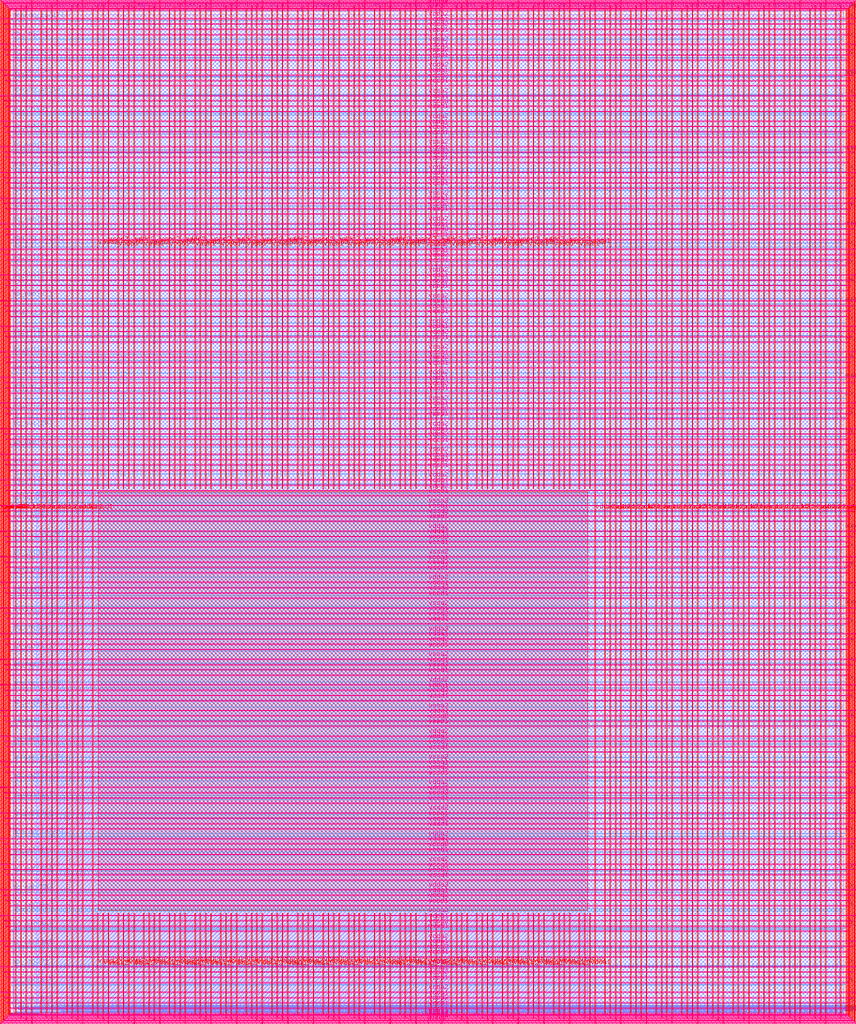
<source format=lef>
VERSION 5.7 ;
  NOWIREEXTENSIONATPIN ON ;
  DIVIDERCHAR "/" ;
  BUSBITCHARS "[]" ;
MACRO user_project_wrapper
  CLASS BLOCK ;
  FOREIGN user_project_wrapper ;
  ORIGIN 0.000 0.000 ;
  SIZE 2920.000 BY 3520.000 ;
  PIN analog_io[0]
    DIRECTION INOUT ;
    USE SIGNAL ;
    PORT
      LAYER met3 ;
        RECT 2917.600 1426.380 2924.800 1427.580 ;
    END
  END analog_io[0]
  PIN analog_io[10]
    DIRECTION INOUT ;
    USE SIGNAL ;
    PORT
      LAYER met2 ;
        RECT 2230.490 3517.600 2231.050 3524.800 ;
    END
  END analog_io[10]
  PIN analog_io[11]
    DIRECTION INOUT ;
    USE SIGNAL ;
    PORT
      LAYER met2 ;
        RECT 1905.730 3517.600 1906.290 3524.800 ;
    END
  END analog_io[11]
  PIN analog_io[12]
    DIRECTION INOUT ;
    USE SIGNAL ;
    PORT
      LAYER met2 ;
        RECT 1581.430 3517.600 1581.990 3524.800 ;
    END
  END analog_io[12]
  PIN analog_io[13]
    DIRECTION INOUT ;
    USE SIGNAL ;
    PORT
      LAYER met2 ;
        RECT 1257.130 3517.600 1257.690 3524.800 ;
    END
  END analog_io[13]
  PIN analog_io[14]
    DIRECTION INOUT ;
    USE SIGNAL ;
    PORT
      LAYER met2 ;
        RECT 932.370 3517.600 932.930 3524.800 ;
    END
  END analog_io[14]
  PIN analog_io[15]
    DIRECTION INOUT ;
    USE SIGNAL ;
    PORT
      LAYER met2 ;
        RECT 608.070 3517.600 608.630 3524.800 ;
    END
  END analog_io[15]
  PIN analog_io[16]
    DIRECTION INOUT ;
    USE SIGNAL ;
    PORT
      LAYER met2 ;
        RECT 283.770 3517.600 284.330 3524.800 ;
    END
  END analog_io[16]
  PIN analog_io[17]
    DIRECTION INOUT ;
    USE SIGNAL ;
    PORT
      LAYER met3 ;
        RECT -4.800 3486.100 2.400 3487.300 ;
    END
  END analog_io[17]
  PIN analog_io[18]
    DIRECTION INOUT ;
    USE SIGNAL ;
    PORT
      LAYER met3 ;
        RECT -4.800 3224.980 2.400 3226.180 ;
    END
  END analog_io[18]
  PIN analog_io[19]
    DIRECTION INOUT ;
    USE SIGNAL ;
    PORT
      LAYER met3 ;
        RECT -4.800 2964.540 2.400 2965.740 ;
    END
  END analog_io[19]
  PIN analog_io[1]
    DIRECTION INOUT ;
    USE SIGNAL ;
    PORT
      LAYER met3 ;
        RECT 2917.600 1692.260 2924.800 1693.460 ;
    END
  END analog_io[1]
  PIN analog_io[20]
    DIRECTION INOUT ;
    USE SIGNAL ;
    PORT
      LAYER met3 ;
        RECT -4.800 2703.420 2.400 2704.620 ;
    END
  END analog_io[20]
  PIN analog_io[21]
    DIRECTION INOUT ;
    USE SIGNAL ;
    PORT
      LAYER met3 ;
        RECT -4.800 2442.980 2.400 2444.180 ;
    END
  END analog_io[21]
  PIN analog_io[22]
    DIRECTION INOUT ;
    USE SIGNAL ;
    PORT
      LAYER met3 ;
        RECT -4.800 2182.540 2.400 2183.740 ;
    END
  END analog_io[22]
  PIN analog_io[23]
    DIRECTION INOUT ;
    USE SIGNAL ;
    PORT
      LAYER met3 ;
        RECT -4.800 1921.420 2.400 1922.620 ;
    END
  END analog_io[23]
  PIN analog_io[24]
    DIRECTION INOUT ;
    USE SIGNAL ;
    PORT
      LAYER met3 ;
        RECT -4.800 1660.980 2.400 1662.180 ;
    END
  END analog_io[24]
  PIN analog_io[25]
    DIRECTION INOUT ;
    USE SIGNAL ;
    PORT
      LAYER met3 ;
        RECT -4.800 1399.860 2.400 1401.060 ;
    END
  END analog_io[25]
  PIN analog_io[26]
    DIRECTION INOUT ;
    USE SIGNAL ;
    PORT
      LAYER met3 ;
        RECT -4.800 1139.420 2.400 1140.620 ;
    END
  END analog_io[26]
  PIN analog_io[27]
    DIRECTION INOUT ;
    USE SIGNAL ;
    PORT
      LAYER met3 ;
        RECT -4.800 878.980 2.400 880.180 ;
    END
  END analog_io[27]
  PIN analog_io[28]
    DIRECTION INOUT ;
    USE SIGNAL ;
    PORT
      LAYER met3 ;
        RECT -4.800 617.860 2.400 619.060 ;
    END
  END analog_io[28]
  PIN analog_io[2]
    DIRECTION INOUT ;
    USE SIGNAL ;
    PORT
      LAYER met3 ;
        RECT 2917.600 1958.140 2924.800 1959.340 ;
    END
  END analog_io[2]
  PIN analog_io[3]
    DIRECTION INOUT ;
    USE SIGNAL ;
    PORT
      LAYER met3 ;
        RECT 2917.600 2223.340 2924.800 2224.540 ;
    END
  END analog_io[3]
  PIN analog_io[4]
    DIRECTION INOUT ;
    USE SIGNAL ;
    PORT
      LAYER met3 ;
        RECT 2917.600 2489.220 2924.800 2490.420 ;
    END
  END analog_io[4]
  PIN analog_io[5]
    DIRECTION INOUT ;
    USE SIGNAL ;
    PORT
      LAYER met3 ;
        RECT 2917.600 2755.100 2924.800 2756.300 ;
    END
  END analog_io[5]
  PIN analog_io[6]
    DIRECTION INOUT ;
    USE SIGNAL ;
    PORT
      LAYER met3 ;
        RECT 2917.600 3020.300 2924.800 3021.500 ;
    END
  END analog_io[6]
  PIN analog_io[7]
    DIRECTION INOUT ;
    USE SIGNAL ;
    PORT
      LAYER met3 ;
        RECT 2917.600 3286.180 2924.800 3287.380 ;
    END
  END analog_io[7]
  PIN analog_io[8]
    DIRECTION INOUT ;
    USE SIGNAL ;
    PORT
      LAYER met2 ;
        RECT 2879.090 3517.600 2879.650 3524.800 ;
    END
  END analog_io[8]
  PIN analog_io[9]
    DIRECTION INOUT ;
    USE SIGNAL ;
    PORT
      LAYER met2 ;
        RECT 2554.790 3517.600 2555.350 3524.800 ;
    END
  END analog_io[9]
  PIN io_in[0]
    DIRECTION INPUT ;
    USE SIGNAL ;
    PORT
      LAYER met3 ;
        RECT 2917.600 32.380 2924.800 33.580 ;
    END
  END io_in[0]
  PIN io_in[10]
    DIRECTION INPUT ;
    USE SIGNAL ;
    PORT
      LAYER met3 ;
        RECT 2917.600 2289.980 2924.800 2291.180 ;
    END
  END io_in[10]
  PIN io_in[11]
    DIRECTION INPUT ;
    USE SIGNAL ;
    PORT
      LAYER met3 ;
        RECT 2917.600 2555.860 2924.800 2557.060 ;
    END
  END io_in[11]
  PIN io_in[12]
    DIRECTION INPUT ;
    USE SIGNAL ;
    PORT
      LAYER met3 ;
        RECT 2917.600 2821.060 2924.800 2822.260 ;
    END
  END io_in[12]
  PIN io_in[13]
    DIRECTION INPUT ;
    USE SIGNAL ;
    PORT
      LAYER met3 ;
        RECT 2917.600 3086.940 2924.800 3088.140 ;
    END
  END io_in[13]
  PIN io_in[14]
    DIRECTION INPUT ;
    USE SIGNAL ;
    PORT
      LAYER met3 ;
        RECT 2917.600 3352.820 2924.800 3354.020 ;
    END
  END io_in[14]
  PIN io_in[15]
    DIRECTION INPUT ;
    USE SIGNAL ;
    PORT
      LAYER met2 ;
        RECT 2798.130 3517.600 2798.690 3524.800 ;
    END
  END io_in[15]
  PIN io_in[16]
    DIRECTION INPUT ;
    USE SIGNAL ;
    PORT
      LAYER met2 ;
        RECT 2473.830 3517.600 2474.390 3524.800 ;
    END
  END io_in[16]
  PIN io_in[17]
    DIRECTION INPUT ;
    USE SIGNAL ;
    PORT
      LAYER met2 ;
        RECT 2149.070 3517.600 2149.630 3524.800 ;
    END
  END io_in[17]
  PIN io_in[18]
    DIRECTION INPUT ;
    USE SIGNAL ;
    PORT
      LAYER met2 ;
        RECT 1824.770 3517.600 1825.330 3524.800 ;
    END
  END io_in[18]
  PIN io_in[19]
    DIRECTION INPUT ;
    USE SIGNAL ;
    PORT
      LAYER met2 ;
        RECT 1500.470 3517.600 1501.030 3524.800 ;
    END
  END io_in[19]
  PIN io_in[1]
    DIRECTION INPUT ;
    USE SIGNAL ;
    PORT
      LAYER met3 ;
        RECT 2917.600 230.940 2924.800 232.140 ;
    END
  END io_in[1]
  PIN io_in[20]
    DIRECTION INPUT ;
    USE SIGNAL ;
    PORT
      LAYER met2 ;
        RECT 1175.710 3517.600 1176.270 3524.800 ;
    END
  END io_in[20]
  PIN io_in[21]
    DIRECTION INPUT ;
    USE SIGNAL ;
    PORT
      LAYER met2 ;
        RECT 851.410 3517.600 851.970 3524.800 ;
    END
  END io_in[21]
  PIN io_in[22]
    DIRECTION INPUT ;
    USE SIGNAL ;
    PORT
      LAYER met2 ;
        RECT 527.110 3517.600 527.670 3524.800 ;
    END
  END io_in[22]
  PIN io_in[23]
    DIRECTION INPUT ;
    USE SIGNAL ;
    PORT
      LAYER met2 ;
        RECT 202.350 3517.600 202.910 3524.800 ;
    END
  END io_in[23]
  PIN io_in[24]
    DIRECTION INPUT ;
    USE SIGNAL ;
    PORT
      LAYER met3 ;
        RECT -4.800 3420.820 2.400 3422.020 ;
    END
  END io_in[24]
  PIN io_in[25]
    DIRECTION INPUT ;
    USE SIGNAL ;
    PORT
      LAYER met3 ;
        RECT -4.800 3159.700 2.400 3160.900 ;
    END
  END io_in[25]
  PIN io_in[26]
    DIRECTION INPUT ;
    USE SIGNAL ;
    PORT
      LAYER met3 ;
        RECT -4.800 2899.260 2.400 2900.460 ;
    END
  END io_in[26]
  PIN io_in[27]
    DIRECTION INPUT ;
    USE SIGNAL ;
    PORT
      LAYER met3 ;
        RECT -4.800 2638.820 2.400 2640.020 ;
    END
  END io_in[27]
  PIN io_in[28]
    DIRECTION INPUT ;
    USE SIGNAL ;
    PORT
      LAYER met3 ;
        RECT -4.800 2377.700 2.400 2378.900 ;
    END
  END io_in[28]
  PIN io_in[29]
    DIRECTION INPUT ;
    USE SIGNAL ;
    PORT
      LAYER met3 ;
        RECT -4.800 2117.260 2.400 2118.460 ;
    END
  END io_in[29]
  PIN io_in[2]
    DIRECTION INPUT ;
    USE SIGNAL ;
    PORT
      LAYER met3 ;
        RECT 2917.600 430.180 2924.800 431.380 ;
    END
  END io_in[2]
  PIN io_in[30]
    DIRECTION INPUT ;
    USE SIGNAL ;
    PORT
      LAYER met3 ;
        RECT -4.800 1856.140 2.400 1857.340 ;
    END
  END io_in[30]
  PIN io_in[31]
    DIRECTION INPUT ;
    USE SIGNAL ;
    PORT
      LAYER met3 ;
        RECT -4.800 1595.700 2.400 1596.900 ;
    END
  END io_in[31]
  PIN io_in[32]
    DIRECTION INPUT ;
    USE SIGNAL ;
    PORT
      LAYER met3 ;
        RECT -4.800 1335.260 2.400 1336.460 ;
    END
  END io_in[32]
  PIN io_in[33]
    DIRECTION INPUT ;
    USE SIGNAL ;
    PORT
      LAYER met3 ;
        RECT -4.800 1074.140 2.400 1075.340 ;
    END
  END io_in[33]
  PIN io_in[34]
    DIRECTION INPUT ;
    USE SIGNAL ;
    PORT
      LAYER met3 ;
        RECT -4.800 813.700 2.400 814.900 ;
    END
  END io_in[34]
  PIN io_in[35]
    DIRECTION INPUT ;
    USE SIGNAL ;
    PORT
      LAYER met3 ;
        RECT -4.800 552.580 2.400 553.780 ;
    END
  END io_in[35]
  PIN io_in[36]
    DIRECTION INPUT ;
    USE SIGNAL ;
    PORT
      LAYER met3 ;
        RECT -4.800 357.420 2.400 358.620 ;
    END
  END io_in[36]
  PIN io_in[37]
    DIRECTION INPUT ;
    USE SIGNAL ;
    PORT
      LAYER met3 ;
        RECT -4.800 161.580 2.400 162.780 ;
    END
  END io_in[37]
  PIN io_in[3]
    DIRECTION INPUT ;
    USE SIGNAL ;
    PORT
      LAYER met3 ;
        RECT 2917.600 629.420 2924.800 630.620 ;
    END
  END io_in[3]
  PIN io_in[4]
    DIRECTION INPUT ;
    USE SIGNAL ;
    PORT
      LAYER met3 ;
        RECT 2917.600 828.660 2924.800 829.860 ;
    END
  END io_in[4]
  PIN io_in[5]
    DIRECTION INPUT ;
    USE SIGNAL ;
    PORT
      LAYER met3 ;
        RECT 2917.600 1027.900 2924.800 1029.100 ;
    END
  END io_in[5]
  PIN io_in[6]
    DIRECTION INPUT ;
    USE SIGNAL ;
    PORT
      LAYER met3 ;
        RECT 2917.600 1227.140 2924.800 1228.340 ;
    END
  END io_in[6]
  PIN io_in[7]
    DIRECTION INPUT ;
    USE SIGNAL ;
    PORT
      LAYER met3 ;
        RECT 2917.600 1493.020 2924.800 1494.220 ;
    END
  END io_in[7]
  PIN io_in[8]
    DIRECTION INPUT ;
    USE SIGNAL ;
    PORT
      LAYER met3 ;
        RECT 2917.600 1758.900 2924.800 1760.100 ;
    END
  END io_in[8]
  PIN io_in[9]
    DIRECTION INPUT ;
    USE SIGNAL ;
    PORT
      LAYER met3 ;
        RECT 2917.600 2024.100 2924.800 2025.300 ;
    END
  END io_in[9]
  PIN io_oeb[0]
    DIRECTION OUTPUT TRISTATE ;
    USE SIGNAL ;
    PORT
      LAYER met3 ;
        RECT 2917.600 164.980 2924.800 166.180 ;
    END
  END io_oeb[0]
  PIN io_oeb[10]
    DIRECTION OUTPUT TRISTATE ;
    USE SIGNAL ;
    PORT
      LAYER met3 ;
        RECT 2917.600 2422.580 2924.800 2423.780 ;
    END
  END io_oeb[10]
  PIN io_oeb[11]
    DIRECTION OUTPUT TRISTATE ;
    USE SIGNAL ;
    PORT
      LAYER met3 ;
        RECT 2917.600 2688.460 2924.800 2689.660 ;
    END
  END io_oeb[11]
  PIN io_oeb[12]
    DIRECTION OUTPUT TRISTATE ;
    USE SIGNAL ;
    PORT
      LAYER met3 ;
        RECT 2917.600 2954.340 2924.800 2955.540 ;
    END
  END io_oeb[12]
  PIN io_oeb[13]
    DIRECTION OUTPUT TRISTATE ;
    USE SIGNAL ;
    PORT
      LAYER met3 ;
        RECT 2917.600 3219.540 2924.800 3220.740 ;
    END
  END io_oeb[13]
  PIN io_oeb[14]
    DIRECTION OUTPUT TRISTATE ;
    USE SIGNAL ;
    PORT
      LAYER met3 ;
        RECT 2917.600 3485.420 2924.800 3486.620 ;
    END
  END io_oeb[14]
  PIN io_oeb[15]
    DIRECTION OUTPUT TRISTATE ;
    USE SIGNAL ;
    PORT
      LAYER met2 ;
        RECT 2635.750 3517.600 2636.310 3524.800 ;
    END
  END io_oeb[15]
  PIN io_oeb[16]
    DIRECTION OUTPUT TRISTATE ;
    USE SIGNAL ;
    PORT
      LAYER met2 ;
        RECT 2311.450 3517.600 2312.010 3524.800 ;
    END
  END io_oeb[16]
  PIN io_oeb[17]
    DIRECTION OUTPUT TRISTATE ;
    USE SIGNAL ;
    PORT
      LAYER met2 ;
        RECT 1987.150 3517.600 1987.710 3524.800 ;
    END
  END io_oeb[17]
  PIN io_oeb[18]
    DIRECTION OUTPUT TRISTATE ;
    USE SIGNAL ;
    PORT
      LAYER met2 ;
        RECT 1662.390 3517.600 1662.950 3524.800 ;
    END
  END io_oeb[18]
  PIN io_oeb[19]
    DIRECTION OUTPUT TRISTATE ;
    USE SIGNAL ;
    PORT
      LAYER met2 ;
        RECT 1338.090 3517.600 1338.650 3524.800 ;
    END
  END io_oeb[19]
  PIN io_oeb[1]
    DIRECTION OUTPUT TRISTATE ;
    USE SIGNAL ;
    PORT
      LAYER met3 ;
        RECT 2917.600 364.220 2924.800 365.420 ;
    END
  END io_oeb[1]
  PIN io_oeb[20]
    DIRECTION OUTPUT TRISTATE ;
    USE SIGNAL ;
    PORT
      LAYER met2 ;
        RECT 1013.790 3517.600 1014.350 3524.800 ;
    END
  END io_oeb[20]
  PIN io_oeb[21]
    DIRECTION OUTPUT TRISTATE ;
    USE SIGNAL ;
    PORT
      LAYER met2 ;
        RECT 689.030 3517.600 689.590 3524.800 ;
    END
  END io_oeb[21]
  PIN io_oeb[22]
    DIRECTION OUTPUT TRISTATE ;
    USE SIGNAL ;
    PORT
      LAYER met2 ;
        RECT 364.730 3517.600 365.290 3524.800 ;
    END
  END io_oeb[22]
  PIN io_oeb[23]
    DIRECTION OUTPUT TRISTATE ;
    USE SIGNAL ;
    PORT
      LAYER met2 ;
        RECT 40.430 3517.600 40.990 3524.800 ;
    END
  END io_oeb[23]
  PIN io_oeb[24]
    DIRECTION OUTPUT TRISTATE ;
    USE SIGNAL ;
    PORT
      LAYER met3 ;
        RECT -4.800 3290.260 2.400 3291.460 ;
    END
  END io_oeb[24]
  PIN io_oeb[25]
    DIRECTION OUTPUT TRISTATE ;
    USE SIGNAL ;
    PORT
      LAYER met3 ;
        RECT -4.800 3029.820 2.400 3031.020 ;
    END
  END io_oeb[25]
  PIN io_oeb[26]
    DIRECTION OUTPUT TRISTATE ;
    USE SIGNAL ;
    PORT
      LAYER met3 ;
        RECT -4.800 2768.700 2.400 2769.900 ;
    END
  END io_oeb[26]
  PIN io_oeb[27]
    DIRECTION OUTPUT TRISTATE ;
    USE SIGNAL ;
    PORT
      LAYER met3 ;
        RECT -4.800 2508.260 2.400 2509.460 ;
    END
  END io_oeb[27]
  PIN io_oeb[28]
    DIRECTION OUTPUT TRISTATE ;
    USE SIGNAL ;
    PORT
      LAYER met3 ;
        RECT -4.800 2247.140 2.400 2248.340 ;
    END
  END io_oeb[28]
  PIN io_oeb[29]
    DIRECTION OUTPUT TRISTATE ;
    USE SIGNAL ;
    PORT
      LAYER met3 ;
        RECT -4.800 1986.700 2.400 1987.900 ;
    END
  END io_oeb[29]
  PIN io_oeb[2]
    DIRECTION OUTPUT TRISTATE ;
    USE SIGNAL ;
    PORT
      LAYER met3 ;
        RECT 2917.600 563.460 2924.800 564.660 ;
    END
  END io_oeb[2]
  PIN io_oeb[30]
    DIRECTION OUTPUT TRISTATE ;
    USE SIGNAL ;
    PORT
      LAYER met3 ;
        RECT -4.800 1726.260 2.400 1727.460 ;
    END
  END io_oeb[30]
  PIN io_oeb[31]
    DIRECTION OUTPUT TRISTATE ;
    USE SIGNAL ;
    PORT
      LAYER met3 ;
        RECT -4.800 1465.140 2.400 1466.340 ;
    END
  END io_oeb[31]
  PIN io_oeb[32]
    DIRECTION OUTPUT TRISTATE ;
    USE SIGNAL ;
    PORT
      LAYER met3 ;
        RECT -4.800 1204.700 2.400 1205.900 ;
    END
  END io_oeb[32]
  PIN io_oeb[33]
    DIRECTION OUTPUT TRISTATE ;
    USE SIGNAL ;
    PORT
      LAYER met3 ;
        RECT -4.800 943.580 2.400 944.780 ;
    END
  END io_oeb[33]
  PIN io_oeb[34]
    DIRECTION OUTPUT TRISTATE ;
    USE SIGNAL ;
    PORT
      LAYER met3 ;
        RECT -4.800 683.140 2.400 684.340 ;
    END
  END io_oeb[34]
  PIN io_oeb[35]
    DIRECTION OUTPUT TRISTATE ;
    USE SIGNAL ;
    PORT
      LAYER met3 ;
        RECT -4.800 422.700 2.400 423.900 ;
    END
  END io_oeb[35]
  PIN io_oeb[36]
    DIRECTION OUTPUT TRISTATE ;
    USE SIGNAL ;
    PORT
      LAYER met3 ;
        RECT -4.800 226.860 2.400 228.060 ;
    END
  END io_oeb[36]
  PIN io_oeb[37]
    DIRECTION OUTPUT TRISTATE ;
    USE SIGNAL ;
    PORT
      LAYER met3 ;
        RECT -4.800 31.700 2.400 32.900 ;
    END
  END io_oeb[37]
  PIN io_oeb[3]
    DIRECTION OUTPUT TRISTATE ;
    USE SIGNAL ;
    PORT
      LAYER met3 ;
        RECT 2917.600 762.700 2924.800 763.900 ;
    END
  END io_oeb[3]
  PIN io_oeb[4]
    DIRECTION OUTPUT TRISTATE ;
    USE SIGNAL ;
    PORT
      LAYER met3 ;
        RECT 2917.600 961.940 2924.800 963.140 ;
    END
  END io_oeb[4]
  PIN io_oeb[5]
    DIRECTION OUTPUT TRISTATE ;
    USE SIGNAL ;
    PORT
      LAYER met3 ;
        RECT 2917.600 1161.180 2924.800 1162.380 ;
    END
  END io_oeb[5]
  PIN io_oeb[6]
    DIRECTION OUTPUT TRISTATE ;
    USE SIGNAL ;
    PORT
      LAYER met3 ;
        RECT 2917.600 1360.420 2924.800 1361.620 ;
    END
  END io_oeb[6]
  PIN io_oeb[7]
    DIRECTION OUTPUT TRISTATE ;
    USE SIGNAL ;
    PORT
      LAYER met3 ;
        RECT 2917.600 1625.620 2924.800 1626.820 ;
    END
  END io_oeb[7]
  PIN io_oeb[8]
    DIRECTION OUTPUT TRISTATE ;
    USE SIGNAL ;
    PORT
      LAYER met3 ;
        RECT 2917.600 1891.500 2924.800 1892.700 ;
    END
  END io_oeb[8]
  PIN io_oeb[9]
    DIRECTION OUTPUT TRISTATE ;
    USE SIGNAL ;
    PORT
      LAYER met3 ;
        RECT 2917.600 2157.380 2924.800 2158.580 ;
    END
  END io_oeb[9]
  PIN io_out[0]
    DIRECTION OUTPUT TRISTATE ;
    USE SIGNAL ;
    PORT
      LAYER met3 ;
        RECT 2917.600 98.340 2924.800 99.540 ;
    END
  END io_out[0]
  PIN io_out[10]
    DIRECTION OUTPUT TRISTATE ;
    USE SIGNAL ;
    PORT
      LAYER met3 ;
        RECT 2917.600 2356.620 2924.800 2357.820 ;
    END
  END io_out[10]
  PIN io_out[11]
    DIRECTION OUTPUT TRISTATE ;
    USE SIGNAL ;
    PORT
      LAYER met3 ;
        RECT 2917.600 2621.820 2924.800 2623.020 ;
    END
  END io_out[11]
  PIN io_out[12]
    DIRECTION OUTPUT TRISTATE ;
    USE SIGNAL ;
    PORT
      LAYER met3 ;
        RECT 2917.600 2887.700 2924.800 2888.900 ;
    END
  END io_out[12]
  PIN io_out[13]
    DIRECTION OUTPUT TRISTATE ;
    USE SIGNAL ;
    PORT
      LAYER met3 ;
        RECT 2917.600 3153.580 2924.800 3154.780 ;
    END
  END io_out[13]
  PIN io_out[14]
    DIRECTION OUTPUT TRISTATE ;
    USE SIGNAL ;
    PORT
      LAYER met3 ;
        RECT 2917.600 3418.780 2924.800 3419.980 ;
    END
  END io_out[14]
  PIN io_out[15]
    DIRECTION OUTPUT TRISTATE ;
    USE SIGNAL ;
    PORT
      LAYER met2 ;
        RECT 2717.170 3517.600 2717.730 3524.800 ;
    END
  END io_out[15]
  PIN io_out[16]
    DIRECTION OUTPUT TRISTATE ;
    USE SIGNAL ;
    PORT
      LAYER met2 ;
        RECT 2392.410 3517.600 2392.970 3524.800 ;
    END
  END io_out[16]
  PIN io_out[17]
    DIRECTION OUTPUT TRISTATE ;
    USE SIGNAL ;
    PORT
      LAYER met2 ;
        RECT 2068.110 3517.600 2068.670 3524.800 ;
    END
  END io_out[17]
  PIN io_out[18]
    DIRECTION OUTPUT TRISTATE ;
    USE SIGNAL ;
    PORT
      LAYER met2 ;
        RECT 1743.810 3517.600 1744.370 3524.800 ;
    END
  END io_out[18]
  PIN io_out[19]
    DIRECTION OUTPUT TRISTATE ;
    USE SIGNAL ;
    PORT
      LAYER met2 ;
        RECT 1419.050 3517.600 1419.610 3524.800 ;
    END
  END io_out[19]
  PIN io_out[1]
    DIRECTION OUTPUT TRISTATE ;
    USE SIGNAL ;
    PORT
      LAYER met3 ;
        RECT 2917.600 297.580 2924.800 298.780 ;
    END
  END io_out[1]
  PIN io_out[20]
    DIRECTION OUTPUT TRISTATE ;
    USE SIGNAL ;
    PORT
      LAYER met2 ;
        RECT 1094.750 3517.600 1095.310 3524.800 ;
    END
  END io_out[20]
  PIN io_out[21]
    DIRECTION OUTPUT TRISTATE ;
    USE SIGNAL ;
    PORT
      LAYER met2 ;
        RECT 770.450 3517.600 771.010 3524.800 ;
    END
  END io_out[21]
  PIN io_out[22]
    DIRECTION OUTPUT TRISTATE ;
    USE SIGNAL ;
    PORT
      LAYER met2 ;
        RECT 445.690 3517.600 446.250 3524.800 ;
    END
  END io_out[22]
  PIN io_out[23]
    DIRECTION OUTPUT TRISTATE ;
    USE SIGNAL ;
    PORT
      LAYER met2 ;
        RECT 121.390 3517.600 121.950 3524.800 ;
    END
  END io_out[23]
  PIN io_out[24]
    DIRECTION OUTPUT TRISTATE ;
    USE SIGNAL ;
    PORT
      LAYER met3 ;
        RECT -4.800 3355.540 2.400 3356.740 ;
    END
  END io_out[24]
  PIN io_out[25]
    DIRECTION OUTPUT TRISTATE ;
    USE SIGNAL ;
    PORT
      LAYER met3 ;
        RECT -4.800 3095.100 2.400 3096.300 ;
    END
  END io_out[25]
  PIN io_out[26]
    DIRECTION OUTPUT TRISTATE ;
    USE SIGNAL ;
    PORT
      LAYER met3 ;
        RECT -4.800 2833.980 2.400 2835.180 ;
    END
  END io_out[26]
  PIN io_out[27]
    DIRECTION OUTPUT TRISTATE ;
    USE SIGNAL ;
    PORT
      LAYER met3 ;
        RECT -4.800 2573.540 2.400 2574.740 ;
    END
  END io_out[27]
  PIN io_out[28]
    DIRECTION OUTPUT TRISTATE ;
    USE SIGNAL ;
    PORT
      LAYER met3 ;
        RECT -4.800 2312.420 2.400 2313.620 ;
    END
  END io_out[28]
  PIN io_out[29]
    DIRECTION OUTPUT TRISTATE ;
    USE SIGNAL ;
    PORT
      LAYER met3 ;
        RECT -4.800 2051.980 2.400 2053.180 ;
    END
  END io_out[29]
  PIN io_out[2]
    DIRECTION OUTPUT TRISTATE ;
    USE SIGNAL ;
    PORT
      LAYER met3 ;
        RECT 2917.600 496.820 2924.800 498.020 ;
    END
  END io_out[2]
  PIN io_out[30]
    DIRECTION OUTPUT TRISTATE ;
    USE SIGNAL ;
    PORT
      LAYER met3 ;
        RECT -4.800 1791.540 2.400 1792.740 ;
    END
  END io_out[30]
  PIN io_out[31]
    DIRECTION OUTPUT TRISTATE ;
    USE SIGNAL ;
    PORT
      LAYER met3 ;
        RECT -4.800 1530.420 2.400 1531.620 ;
    END
  END io_out[31]
  PIN io_out[32]
    DIRECTION OUTPUT TRISTATE ;
    USE SIGNAL ;
    PORT
      LAYER met3 ;
        RECT -4.800 1269.980 2.400 1271.180 ;
    END
  END io_out[32]
  PIN io_out[33]
    DIRECTION OUTPUT TRISTATE ;
    USE SIGNAL ;
    PORT
      LAYER met3 ;
        RECT -4.800 1008.860 2.400 1010.060 ;
    END
  END io_out[33]
  PIN io_out[34]
    DIRECTION OUTPUT TRISTATE ;
    USE SIGNAL ;
    PORT
      LAYER met3 ;
        RECT -4.800 748.420 2.400 749.620 ;
    END
  END io_out[34]
  PIN io_out[35]
    DIRECTION OUTPUT TRISTATE ;
    USE SIGNAL ;
    PORT
      LAYER met3 ;
        RECT -4.800 487.300 2.400 488.500 ;
    END
  END io_out[35]
  PIN io_out[36]
    DIRECTION OUTPUT TRISTATE ;
    USE SIGNAL ;
    PORT
      LAYER met3 ;
        RECT -4.800 292.140 2.400 293.340 ;
    END
  END io_out[36]
  PIN io_out[37]
    DIRECTION OUTPUT TRISTATE ;
    USE SIGNAL ;
    PORT
      LAYER met3 ;
        RECT -4.800 96.300 2.400 97.500 ;
    END
  END io_out[37]
  PIN io_out[3]
    DIRECTION OUTPUT TRISTATE ;
    USE SIGNAL ;
    PORT
      LAYER met3 ;
        RECT 2917.600 696.060 2924.800 697.260 ;
    END
  END io_out[3]
  PIN io_out[4]
    DIRECTION OUTPUT TRISTATE ;
    USE SIGNAL ;
    PORT
      LAYER met3 ;
        RECT 2917.600 895.300 2924.800 896.500 ;
    END
  END io_out[4]
  PIN io_out[5]
    DIRECTION OUTPUT TRISTATE ;
    USE SIGNAL ;
    PORT
      LAYER met3 ;
        RECT 2917.600 1094.540 2924.800 1095.740 ;
    END
  END io_out[5]
  PIN io_out[6]
    DIRECTION OUTPUT TRISTATE ;
    USE SIGNAL ;
    PORT
      LAYER met3 ;
        RECT 2917.600 1293.780 2924.800 1294.980 ;
    END
  END io_out[6]
  PIN io_out[7]
    DIRECTION OUTPUT TRISTATE ;
    USE SIGNAL ;
    PORT
      LAYER met3 ;
        RECT 2917.600 1559.660 2924.800 1560.860 ;
    END
  END io_out[7]
  PIN io_out[8]
    DIRECTION OUTPUT TRISTATE ;
    USE SIGNAL ;
    PORT
      LAYER met3 ;
        RECT 2917.600 1824.860 2924.800 1826.060 ;
    END
  END io_out[8]
  PIN io_out[9]
    DIRECTION OUTPUT TRISTATE ;
    USE SIGNAL ;
    PORT
      LAYER met3 ;
        RECT 2917.600 2090.740 2924.800 2091.940 ;
    END
  END io_out[9]
  PIN la_data_in[0]
    DIRECTION INPUT ;
    USE SIGNAL ;
    PORT
      LAYER met2 ;
        RECT 629.230 -4.800 629.790 2.400 ;
    END
  END la_data_in[0]
  PIN la_data_in[100]
    DIRECTION INPUT ;
    USE SIGNAL ;
    PORT
      LAYER met2 ;
        RECT 2402.530 -4.800 2403.090 2.400 ;
    END
  END la_data_in[100]
  PIN la_data_in[101]
    DIRECTION INPUT ;
    USE SIGNAL ;
    PORT
      LAYER met2 ;
        RECT 2420.010 -4.800 2420.570 2.400 ;
    END
  END la_data_in[101]
  PIN la_data_in[102]
    DIRECTION INPUT ;
    USE SIGNAL ;
    PORT
      LAYER met2 ;
        RECT 2437.950 -4.800 2438.510 2.400 ;
    END
  END la_data_in[102]
  PIN la_data_in[103]
    DIRECTION INPUT ;
    USE SIGNAL ;
    PORT
      LAYER met2 ;
        RECT 2455.430 -4.800 2455.990 2.400 ;
    END
  END la_data_in[103]
  PIN la_data_in[104]
    DIRECTION INPUT ;
    USE SIGNAL ;
    PORT
      LAYER met2 ;
        RECT 2473.370 -4.800 2473.930 2.400 ;
    END
  END la_data_in[104]
  PIN la_data_in[105]
    DIRECTION INPUT ;
    USE SIGNAL ;
    PORT
      LAYER met2 ;
        RECT 2490.850 -4.800 2491.410 2.400 ;
    END
  END la_data_in[105]
  PIN la_data_in[106]
    DIRECTION INPUT ;
    USE SIGNAL ;
    PORT
      LAYER met2 ;
        RECT 2508.790 -4.800 2509.350 2.400 ;
    END
  END la_data_in[106]
  PIN la_data_in[107]
    DIRECTION INPUT ;
    USE SIGNAL ;
    PORT
      LAYER met2 ;
        RECT 2526.730 -4.800 2527.290 2.400 ;
    END
  END la_data_in[107]
  PIN la_data_in[108]
    DIRECTION INPUT ;
    USE SIGNAL ;
    PORT
      LAYER met2 ;
        RECT 2544.210 -4.800 2544.770 2.400 ;
    END
  END la_data_in[108]
  PIN la_data_in[109]
    DIRECTION INPUT ;
    USE SIGNAL ;
    PORT
      LAYER met2 ;
        RECT 2562.150 -4.800 2562.710 2.400 ;
    END
  END la_data_in[109]
  PIN la_data_in[10]
    DIRECTION INPUT ;
    USE SIGNAL ;
    PORT
      LAYER met2 ;
        RECT 806.330 -4.800 806.890 2.400 ;
    END
  END la_data_in[10]
  PIN la_data_in[110]
    DIRECTION INPUT ;
    USE SIGNAL ;
    PORT
      LAYER met2 ;
        RECT 2579.630 -4.800 2580.190 2.400 ;
    END
  END la_data_in[110]
  PIN la_data_in[111]
    DIRECTION INPUT ;
    USE SIGNAL ;
    PORT
      LAYER met2 ;
        RECT 2597.570 -4.800 2598.130 2.400 ;
    END
  END la_data_in[111]
  PIN la_data_in[112]
    DIRECTION INPUT ;
    USE SIGNAL ;
    PORT
      LAYER met2 ;
        RECT 2615.050 -4.800 2615.610 2.400 ;
    END
  END la_data_in[112]
  PIN la_data_in[113]
    DIRECTION INPUT ;
    USE SIGNAL ;
    PORT
      LAYER met2 ;
        RECT 2632.990 -4.800 2633.550 2.400 ;
    END
  END la_data_in[113]
  PIN la_data_in[114]
    DIRECTION INPUT ;
    USE SIGNAL ;
    PORT
      LAYER met2 ;
        RECT 2650.470 -4.800 2651.030 2.400 ;
    END
  END la_data_in[114]
  PIN la_data_in[115]
    DIRECTION INPUT ;
    USE SIGNAL ;
    PORT
      LAYER met2 ;
        RECT 2668.410 -4.800 2668.970 2.400 ;
    END
  END la_data_in[115]
  PIN la_data_in[116]
    DIRECTION INPUT ;
    USE SIGNAL ;
    PORT
      LAYER met2 ;
        RECT 2685.890 -4.800 2686.450 2.400 ;
    END
  END la_data_in[116]
  PIN la_data_in[117]
    DIRECTION INPUT ;
    USE SIGNAL ;
    PORT
      LAYER met2 ;
        RECT 2703.830 -4.800 2704.390 2.400 ;
    END
  END la_data_in[117]
  PIN la_data_in[118]
    DIRECTION INPUT ;
    USE SIGNAL ;
    PORT
      LAYER met2 ;
        RECT 2721.770 -4.800 2722.330 2.400 ;
    END
  END la_data_in[118]
  PIN la_data_in[119]
    DIRECTION INPUT ;
    USE SIGNAL ;
    PORT
      LAYER met2 ;
        RECT 2739.250 -4.800 2739.810 2.400 ;
    END
  END la_data_in[119]
  PIN la_data_in[11]
    DIRECTION INPUT ;
    USE SIGNAL ;
    PORT
      LAYER met2 ;
        RECT 824.270 -4.800 824.830 2.400 ;
    END
  END la_data_in[11]
  PIN la_data_in[120]
    DIRECTION INPUT ;
    USE SIGNAL ;
    PORT
      LAYER met2 ;
        RECT 2757.190 -4.800 2757.750 2.400 ;
    END
  END la_data_in[120]
  PIN la_data_in[121]
    DIRECTION INPUT ;
    USE SIGNAL ;
    PORT
      LAYER met2 ;
        RECT 2774.670 -4.800 2775.230 2.400 ;
    END
  END la_data_in[121]
  PIN la_data_in[122]
    DIRECTION INPUT ;
    USE SIGNAL ;
    PORT
      LAYER met2 ;
        RECT 2792.610 -4.800 2793.170 2.400 ;
    END
  END la_data_in[122]
  PIN la_data_in[123]
    DIRECTION INPUT ;
    USE SIGNAL ;
    PORT
      LAYER met2 ;
        RECT 2810.090 -4.800 2810.650 2.400 ;
    END
  END la_data_in[123]
  PIN la_data_in[124]
    DIRECTION INPUT ;
    USE SIGNAL ;
    PORT
      LAYER met2 ;
        RECT 2828.030 -4.800 2828.590 2.400 ;
    END
  END la_data_in[124]
  PIN la_data_in[125]
    DIRECTION INPUT ;
    USE SIGNAL ;
    PORT
      LAYER met2 ;
        RECT 2845.510 -4.800 2846.070 2.400 ;
    END
  END la_data_in[125]
  PIN la_data_in[126]
    DIRECTION INPUT ;
    USE SIGNAL ;
    PORT
      LAYER met2 ;
        RECT 2863.450 -4.800 2864.010 2.400 ;
    END
  END la_data_in[126]
  PIN la_data_in[127]
    DIRECTION INPUT ;
    USE SIGNAL ;
    PORT
      LAYER met2 ;
        RECT 2881.390 -4.800 2881.950 2.400 ;
    END
  END la_data_in[127]
  PIN la_data_in[12]
    DIRECTION INPUT ;
    USE SIGNAL ;
    PORT
      LAYER met2 ;
        RECT 841.750 -4.800 842.310 2.400 ;
    END
  END la_data_in[12]
  PIN la_data_in[13]
    DIRECTION INPUT ;
    USE SIGNAL ;
    PORT
      LAYER met2 ;
        RECT 859.690 -4.800 860.250 2.400 ;
    END
  END la_data_in[13]
  PIN la_data_in[14]
    DIRECTION INPUT ;
    USE SIGNAL ;
    PORT
      LAYER met2 ;
        RECT 877.170 -4.800 877.730 2.400 ;
    END
  END la_data_in[14]
  PIN la_data_in[15]
    DIRECTION INPUT ;
    USE SIGNAL ;
    PORT
      LAYER met2 ;
        RECT 895.110 -4.800 895.670 2.400 ;
    END
  END la_data_in[15]
  PIN la_data_in[16]
    DIRECTION INPUT ;
    USE SIGNAL ;
    PORT
      LAYER met2 ;
        RECT 912.590 -4.800 913.150 2.400 ;
    END
  END la_data_in[16]
  PIN la_data_in[17]
    DIRECTION INPUT ;
    USE SIGNAL ;
    PORT
      LAYER met2 ;
        RECT 930.530 -4.800 931.090 2.400 ;
    END
  END la_data_in[17]
  PIN la_data_in[18]
    DIRECTION INPUT ;
    USE SIGNAL ;
    PORT
      LAYER met2 ;
        RECT 948.470 -4.800 949.030 2.400 ;
    END
  END la_data_in[18]
  PIN la_data_in[19]
    DIRECTION INPUT ;
    USE SIGNAL ;
    PORT
      LAYER met2 ;
        RECT 965.950 -4.800 966.510 2.400 ;
    END
  END la_data_in[19]
  PIN la_data_in[1]
    DIRECTION INPUT ;
    USE SIGNAL ;
    PORT
      LAYER met2 ;
        RECT 646.710 -4.800 647.270 2.400 ;
    END
  END la_data_in[1]
  PIN la_data_in[20]
    DIRECTION INPUT ;
    USE SIGNAL ;
    PORT
      LAYER met2 ;
        RECT 983.890 -4.800 984.450 2.400 ;
    END
  END la_data_in[20]
  PIN la_data_in[21]
    DIRECTION INPUT ;
    USE SIGNAL ;
    PORT
      LAYER met2 ;
        RECT 1001.370 -4.800 1001.930 2.400 ;
    END
  END la_data_in[21]
  PIN la_data_in[22]
    DIRECTION INPUT ;
    USE SIGNAL ;
    PORT
      LAYER met2 ;
        RECT 1019.310 -4.800 1019.870 2.400 ;
    END
  END la_data_in[22]
  PIN la_data_in[23]
    DIRECTION INPUT ;
    USE SIGNAL ;
    PORT
      LAYER met2 ;
        RECT 1036.790 -4.800 1037.350 2.400 ;
    END
  END la_data_in[23]
  PIN la_data_in[24]
    DIRECTION INPUT ;
    USE SIGNAL ;
    PORT
      LAYER met2 ;
        RECT 1054.730 -4.800 1055.290 2.400 ;
    END
  END la_data_in[24]
  PIN la_data_in[25]
    DIRECTION INPUT ;
    USE SIGNAL ;
    PORT
      LAYER met2 ;
        RECT 1072.210 -4.800 1072.770 2.400 ;
    END
  END la_data_in[25]
  PIN la_data_in[26]
    DIRECTION INPUT ;
    USE SIGNAL ;
    PORT
      LAYER met2 ;
        RECT 1090.150 -4.800 1090.710 2.400 ;
    END
  END la_data_in[26]
  PIN la_data_in[27]
    DIRECTION INPUT ;
    USE SIGNAL ;
    PORT
      LAYER met2 ;
        RECT 1107.630 -4.800 1108.190 2.400 ;
    END
  END la_data_in[27]
  PIN la_data_in[28]
    DIRECTION INPUT ;
    USE SIGNAL ;
    PORT
      LAYER met2 ;
        RECT 1125.570 -4.800 1126.130 2.400 ;
    END
  END la_data_in[28]
  PIN la_data_in[29]
    DIRECTION INPUT ;
    USE SIGNAL ;
    PORT
      LAYER met2 ;
        RECT 1143.510 -4.800 1144.070 2.400 ;
    END
  END la_data_in[29]
  PIN la_data_in[2]
    DIRECTION INPUT ;
    USE SIGNAL ;
    PORT
      LAYER met2 ;
        RECT 664.650 -4.800 665.210 2.400 ;
    END
  END la_data_in[2]
  PIN la_data_in[30]
    DIRECTION INPUT ;
    USE SIGNAL ;
    PORT
      LAYER met2 ;
        RECT 1160.990 -4.800 1161.550 2.400 ;
    END
  END la_data_in[30]
  PIN la_data_in[31]
    DIRECTION INPUT ;
    USE SIGNAL ;
    PORT
      LAYER met2 ;
        RECT 1178.930 -4.800 1179.490 2.400 ;
    END
  END la_data_in[31]
  PIN la_data_in[32]
    DIRECTION INPUT ;
    USE SIGNAL ;
    PORT
      LAYER met2 ;
        RECT 1196.410 -4.800 1196.970 2.400 ;
    END
  END la_data_in[32]
  PIN la_data_in[33]
    DIRECTION INPUT ;
    USE SIGNAL ;
    PORT
      LAYER met2 ;
        RECT 1214.350 -4.800 1214.910 2.400 ;
    END
  END la_data_in[33]
  PIN la_data_in[34]
    DIRECTION INPUT ;
    USE SIGNAL ;
    PORT
      LAYER met2 ;
        RECT 1231.830 -4.800 1232.390 2.400 ;
    END
  END la_data_in[34]
  PIN la_data_in[35]
    DIRECTION INPUT ;
    USE SIGNAL ;
    PORT
      LAYER met2 ;
        RECT 1249.770 -4.800 1250.330 2.400 ;
    END
  END la_data_in[35]
  PIN la_data_in[36]
    DIRECTION INPUT ;
    USE SIGNAL ;
    PORT
      LAYER met2 ;
        RECT 1267.250 -4.800 1267.810 2.400 ;
    END
  END la_data_in[36]
  PIN la_data_in[37]
    DIRECTION INPUT ;
    USE SIGNAL ;
    PORT
      LAYER met2 ;
        RECT 1285.190 -4.800 1285.750 2.400 ;
    END
  END la_data_in[37]
  PIN la_data_in[38]
    DIRECTION INPUT ;
    USE SIGNAL ;
    PORT
      LAYER met2 ;
        RECT 1303.130 -4.800 1303.690 2.400 ;
    END
  END la_data_in[38]
  PIN la_data_in[39]
    DIRECTION INPUT ;
    USE SIGNAL ;
    PORT
      LAYER met2 ;
        RECT 1320.610 -4.800 1321.170 2.400 ;
    END
  END la_data_in[39]
  PIN la_data_in[3]
    DIRECTION INPUT ;
    USE SIGNAL ;
    PORT
      LAYER met2 ;
        RECT 682.130 -4.800 682.690 2.400 ;
    END
  END la_data_in[3]
  PIN la_data_in[40]
    DIRECTION INPUT ;
    USE SIGNAL ;
    PORT
      LAYER met2 ;
        RECT 1338.550 -4.800 1339.110 2.400 ;
    END
  END la_data_in[40]
  PIN la_data_in[41]
    DIRECTION INPUT ;
    USE SIGNAL ;
    PORT
      LAYER met2 ;
        RECT 1356.030 -4.800 1356.590 2.400 ;
    END
  END la_data_in[41]
  PIN la_data_in[42]
    DIRECTION INPUT ;
    USE SIGNAL ;
    PORT
      LAYER met2 ;
        RECT 1373.970 -4.800 1374.530 2.400 ;
    END
  END la_data_in[42]
  PIN la_data_in[43]
    DIRECTION INPUT ;
    USE SIGNAL ;
    PORT
      LAYER met2 ;
        RECT 1391.450 -4.800 1392.010 2.400 ;
    END
  END la_data_in[43]
  PIN la_data_in[44]
    DIRECTION INPUT ;
    USE SIGNAL ;
    PORT
      LAYER met2 ;
        RECT 1409.390 -4.800 1409.950 2.400 ;
    END
  END la_data_in[44]
  PIN la_data_in[45]
    DIRECTION INPUT ;
    USE SIGNAL ;
    PORT
      LAYER met2 ;
        RECT 1426.870 -4.800 1427.430 2.400 ;
    END
  END la_data_in[45]
  PIN la_data_in[46]
    DIRECTION INPUT ;
    USE SIGNAL ;
    PORT
      LAYER met2 ;
        RECT 1444.810 -4.800 1445.370 2.400 ;
    END
  END la_data_in[46]
  PIN la_data_in[47]
    DIRECTION INPUT ;
    USE SIGNAL ;
    PORT
      LAYER met2 ;
        RECT 1462.750 -4.800 1463.310 2.400 ;
    END
  END la_data_in[47]
  PIN la_data_in[48]
    DIRECTION INPUT ;
    USE SIGNAL ;
    PORT
      LAYER met2 ;
        RECT 1480.230 -4.800 1480.790 2.400 ;
    END
  END la_data_in[48]
  PIN la_data_in[49]
    DIRECTION INPUT ;
    USE SIGNAL ;
    PORT
      LAYER met2 ;
        RECT 1498.170 -4.800 1498.730 2.400 ;
    END
  END la_data_in[49]
  PIN la_data_in[4]
    DIRECTION INPUT ;
    USE SIGNAL ;
    PORT
      LAYER met2 ;
        RECT 700.070 -4.800 700.630 2.400 ;
    END
  END la_data_in[4]
  PIN la_data_in[50]
    DIRECTION INPUT ;
    USE SIGNAL ;
    PORT
      LAYER met2 ;
        RECT 1515.650 -4.800 1516.210 2.400 ;
    END
  END la_data_in[50]
  PIN la_data_in[51]
    DIRECTION INPUT ;
    USE SIGNAL ;
    PORT
      LAYER met2 ;
        RECT 1533.590 -4.800 1534.150 2.400 ;
    END
  END la_data_in[51]
  PIN la_data_in[52]
    DIRECTION INPUT ;
    USE SIGNAL ;
    PORT
      LAYER met2 ;
        RECT 1551.070 -4.800 1551.630 2.400 ;
    END
  END la_data_in[52]
  PIN la_data_in[53]
    DIRECTION INPUT ;
    USE SIGNAL ;
    PORT
      LAYER met2 ;
        RECT 1569.010 -4.800 1569.570 2.400 ;
    END
  END la_data_in[53]
  PIN la_data_in[54]
    DIRECTION INPUT ;
    USE SIGNAL ;
    PORT
      LAYER met2 ;
        RECT 1586.490 -4.800 1587.050 2.400 ;
    END
  END la_data_in[54]
  PIN la_data_in[55]
    DIRECTION INPUT ;
    USE SIGNAL ;
    PORT
      LAYER met2 ;
        RECT 1604.430 -4.800 1604.990 2.400 ;
    END
  END la_data_in[55]
  PIN la_data_in[56]
    DIRECTION INPUT ;
    USE SIGNAL ;
    PORT
      LAYER met2 ;
        RECT 1621.910 -4.800 1622.470 2.400 ;
    END
  END la_data_in[56]
  PIN la_data_in[57]
    DIRECTION INPUT ;
    USE SIGNAL ;
    PORT
      LAYER met2 ;
        RECT 1639.850 -4.800 1640.410 2.400 ;
    END
  END la_data_in[57]
  PIN la_data_in[58]
    DIRECTION INPUT ;
    USE SIGNAL ;
    PORT
      LAYER met2 ;
        RECT 1657.790 -4.800 1658.350 2.400 ;
    END
  END la_data_in[58]
  PIN la_data_in[59]
    DIRECTION INPUT ;
    USE SIGNAL ;
    PORT
      LAYER met2 ;
        RECT 1675.270 -4.800 1675.830 2.400 ;
    END
  END la_data_in[59]
  PIN la_data_in[5]
    DIRECTION INPUT ;
    USE SIGNAL ;
    PORT
      LAYER met2 ;
        RECT 717.550 -4.800 718.110 2.400 ;
    END
  END la_data_in[5]
  PIN la_data_in[60]
    DIRECTION INPUT ;
    USE SIGNAL ;
    PORT
      LAYER met2 ;
        RECT 1693.210 -4.800 1693.770 2.400 ;
    END
  END la_data_in[60]
  PIN la_data_in[61]
    DIRECTION INPUT ;
    USE SIGNAL ;
    PORT
      LAYER met2 ;
        RECT 1710.690 -4.800 1711.250 2.400 ;
    END
  END la_data_in[61]
  PIN la_data_in[62]
    DIRECTION INPUT ;
    USE SIGNAL ;
    PORT
      LAYER met2 ;
        RECT 1728.630 -4.800 1729.190 2.400 ;
    END
  END la_data_in[62]
  PIN la_data_in[63]
    DIRECTION INPUT ;
    USE SIGNAL ;
    PORT
      LAYER met2 ;
        RECT 1746.110 -4.800 1746.670 2.400 ;
    END
  END la_data_in[63]
  PIN la_data_in[64]
    DIRECTION INPUT ;
    USE SIGNAL ;
    PORT
      LAYER met2 ;
        RECT 1764.050 -4.800 1764.610 2.400 ;
    END
  END la_data_in[64]
  PIN la_data_in[65]
    DIRECTION INPUT ;
    USE SIGNAL ;
    PORT
      LAYER met2 ;
        RECT 1781.530 -4.800 1782.090 2.400 ;
    END
  END la_data_in[65]
  PIN la_data_in[66]
    DIRECTION INPUT ;
    USE SIGNAL ;
    PORT
      LAYER met2 ;
        RECT 1799.470 -4.800 1800.030 2.400 ;
    END
  END la_data_in[66]
  PIN la_data_in[67]
    DIRECTION INPUT ;
    USE SIGNAL ;
    PORT
      LAYER met2 ;
        RECT 1817.410 -4.800 1817.970 2.400 ;
    END
  END la_data_in[67]
  PIN la_data_in[68]
    DIRECTION INPUT ;
    USE SIGNAL ;
    PORT
      LAYER met2 ;
        RECT 1834.890 -4.800 1835.450 2.400 ;
    END
  END la_data_in[68]
  PIN la_data_in[69]
    DIRECTION INPUT ;
    USE SIGNAL ;
    PORT
      LAYER met2 ;
        RECT 1852.830 -4.800 1853.390 2.400 ;
    END
  END la_data_in[69]
  PIN la_data_in[6]
    DIRECTION INPUT ;
    USE SIGNAL ;
    PORT
      LAYER met2 ;
        RECT 735.490 -4.800 736.050 2.400 ;
    END
  END la_data_in[6]
  PIN la_data_in[70]
    DIRECTION INPUT ;
    USE SIGNAL ;
    PORT
      LAYER met2 ;
        RECT 1870.310 -4.800 1870.870 2.400 ;
    END
  END la_data_in[70]
  PIN la_data_in[71]
    DIRECTION INPUT ;
    USE SIGNAL ;
    PORT
      LAYER met2 ;
        RECT 1888.250 -4.800 1888.810 2.400 ;
    END
  END la_data_in[71]
  PIN la_data_in[72]
    DIRECTION INPUT ;
    USE SIGNAL ;
    PORT
      LAYER met2 ;
        RECT 1905.730 -4.800 1906.290 2.400 ;
    END
  END la_data_in[72]
  PIN la_data_in[73]
    DIRECTION INPUT ;
    USE SIGNAL ;
    PORT
      LAYER met2 ;
        RECT 1923.670 -4.800 1924.230 2.400 ;
    END
  END la_data_in[73]
  PIN la_data_in[74]
    DIRECTION INPUT ;
    USE SIGNAL ;
    PORT
      LAYER met2 ;
        RECT 1941.150 -4.800 1941.710 2.400 ;
    END
  END la_data_in[74]
  PIN la_data_in[75]
    DIRECTION INPUT ;
    USE SIGNAL ;
    PORT
      LAYER met2 ;
        RECT 1959.090 -4.800 1959.650 2.400 ;
    END
  END la_data_in[75]
  PIN la_data_in[76]
    DIRECTION INPUT ;
    USE SIGNAL ;
    PORT
      LAYER met2 ;
        RECT 1976.570 -4.800 1977.130 2.400 ;
    END
  END la_data_in[76]
  PIN la_data_in[77]
    DIRECTION INPUT ;
    USE SIGNAL ;
    PORT
      LAYER met2 ;
        RECT 1994.510 -4.800 1995.070 2.400 ;
    END
  END la_data_in[77]
  PIN la_data_in[78]
    DIRECTION INPUT ;
    USE SIGNAL ;
    PORT
      LAYER met2 ;
        RECT 2012.450 -4.800 2013.010 2.400 ;
    END
  END la_data_in[78]
  PIN la_data_in[79]
    DIRECTION INPUT ;
    USE SIGNAL ;
    PORT
      LAYER met2 ;
        RECT 2029.930 -4.800 2030.490 2.400 ;
    END
  END la_data_in[79]
  PIN la_data_in[7]
    DIRECTION INPUT ;
    USE SIGNAL ;
    PORT
      LAYER met2 ;
        RECT 752.970 -4.800 753.530 2.400 ;
    END
  END la_data_in[7]
  PIN la_data_in[80]
    DIRECTION INPUT ;
    USE SIGNAL ;
    PORT
      LAYER met2 ;
        RECT 2047.870 -4.800 2048.430 2.400 ;
    END
  END la_data_in[80]
  PIN la_data_in[81]
    DIRECTION INPUT ;
    USE SIGNAL ;
    PORT
      LAYER met2 ;
        RECT 2065.350 -4.800 2065.910 2.400 ;
    END
  END la_data_in[81]
  PIN la_data_in[82]
    DIRECTION INPUT ;
    USE SIGNAL ;
    PORT
      LAYER met2 ;
        RECT 2083.290 -4.800 2083.850 2.400 ;
    END
  END la_data_in[82]
  PIN la_data_in[83]
    DIRECTION INPUT ;
    USE SIGNAL ;
    PORT
      LAYER met2 ;
        RECT 2100.770 -4.800 2101.330 2.400 ;
    END
  END la_data_in[83]
  PIN la_data_in[84]
    DIRECTION INPUT ;
    USE SIGNAL ;
    PORT
      LAYER met2 ;
        RECT 2118.710 -4.800 2119.270 2.400 ;
    END
  END la_data_in[84]
  PIN la_data_in[85]
    DIRECTION INPUT ;
    USE SIGNAL ;
    PORT
      LAYER met2 ;
        RECT 2136.190 -4.800 2136.750 2.400 ;
    END
  END la_data_in[85]
  PIN la_data_in[86]
    DIRECTION INPUT ;
    USE SIGNAL ;
    PORT
      LAYER met2 ;
        RECT 2154.130 -4.800 2154.690 2.400 ;
    END
  END la_data_in[86]
  PIN la_data_in[87]
    DIRECTION INPUT ;
    USE SIGNAL ;
    PORT
      LAYER met2 ;
        RECT 2172.070 -4.800 2172.630 2.400 ;
    END
  END la_data_in[87]
  PIN la_data_in[88]
    DIRECTION INPUT ;
    USE SIGNAL ;
    PORT
      LAYER met2 ;
        RECT 2189.550 -4.800 2190.110 2.400 ;
    END
  END la_data_in[88]
  PIN la_data_in[89]
    DIRECTION INPUT ;
    USE SIGNAL ;
    PORT
      LAYER met2 ;
        RECT 2207.490 -4.800 2208.050 2.400 ;
    END
  END la_data_in[89]
  PIN la_data_in[8]
    DIRECTION INPUT ;
    USE SIGNAL ;
    PORT
      LAYER met2 ;
        RECT 770.910 -4.800 771.470 2.400 ;
    END
  END la_data_in[8]
  PIN la_data_in[90]
    DIRECTION INPUT ;
    USE SIGNAL ;
    PORT
      LAYER met2 ;
        RECT 2224.970 -4.800 2225.530 2.400 ;
    END
  END la_data_in[90]
  PIN la_data_in[91]
    DIRECTION INPUT ;
    USE SIGNAL ;
    PORT
      LAYER met2 ;
        RECT 2242.910 -4.800 2243.470 2.400 ;
    END
  END la_data_in[91]
  PIN la_data_in[92]
    DIRECTION INPUT ;
    USE SIGNAL ;
    PORT
      LAYER met2 ;
        RECT 2260.390 -4.800 2260.950 2.400 ;
    END
  END la_data_in[92]
  PIN la_data_in[93]
    DIRECTION INPUT ;
    USE SIGNAL ;
    PORT
      LAYER met2 ;
        RECT 2278.330 -4.800 2278.890 2.400 ;
    END
  END la_data_in[93]
  PIN la_data_in[94]
    DIRECTION INPUT ;
    USE SIGNAL ;
    PORT
      LAYER met2 ;
        RECT 2295.810 -4.800 2296.370 2.400 ;
    END
  END la_data_in[94]
  PIN la_data_in[95]
    DIRECTION INPUT ;
    USE SIGNAL ;
    PORT
      LAYER met2 ;
        RECT 2313.750 -4.800 2314.310 2.400 ;
    END
  END la_data_in[95]
  PIN la_data_in[96]
    DIRECTION INPUT ;
    USE SIGNAL ;
    PORT
      LAYER met2 ;
        RECT 2331.230 -4.800 2331.790 2.400 ;
    END
  END la_data_in[96]
  PIN la_data_in[97]
    DIRECTION INPUT ;
    USE SIGNAL ;
    PORT
      LAYER met2 ;
        RECT 2349.170 -4.800 2349.730 2.400 ;
    END
  END la_data_in[97]
  PIN la_data_in[98]
    DIRECTION INPUT ;
    USE SIGNAL ;
    PORT
      LAYER met2 ;
        RECT 2367.110 -4.800 2367.670 2.400 ;
    END
  END la_data_in[98]
  PIN la_data_in[99]
    DIRECTION INPUT ;
    USE SIGNAL ;
    PORT
      LAYER met2 ;
        RECT 2384.590 -4.800 2385.150 2.400 ;
    END
  END la_data_in[99]
  PIN la_data_in[9]
    DIRECTION INPUT ;
    USE SIGNAL ;
    PORT
      LAYER met2 ;
        RECT 788.850 -4.800 789.410 2.400 ;
    END
  END la_data_in[9]
  PIN la_data_out[0]
    DIRECTION OUTPUT TRISTATE ;
    USE SIGNAL ;
    PORT
      LAYER met2 ;
        RECT 634.750 -4.800 635.310 2.400 ;
    END
  END la_data_out[0]
  PIN la_data_out[100]
    DIRECTION OUTPUT TRISTATE ;
    USE SIGNAL ;
    PORT
      LAYER met2 ;
        RECT 2408.510 -4.800 2409.070 2.400 ;
    END
  END la_data_out[100]
  PIN la_data_out[101]
    DIRECTION OUTPUT TRISTATE ;
    USE SIGNAL ;
    PORT
      LAYER met2 ;
        RECT 2425.990 -4.800 2426.550 2.400 ;
    END
  END la_data_out[101]
  PIN la_data_out[102]
    DIRECTION OUTPUT TRISTATE ;
    USE SIGNAL ;
    PORT
      LAYER met2 ;
        RECT 2443.930 -4.800 2444.490 2.400 ;
    END
  END la_data_out[102]
  PIN la_data_out[103]
    DIRECTION OUTPUT TRISTATE ;
    USE SIGNAL ;
    PORT
      LAYER met2 ;
        RECT 2461.410 -4.800 2461.970 2.400 ;
    END
  END la_data_out[103]
  PIN la_data_out[104]
    DIRECTION OUTPUT TRISTATE ;
    USE SIGNAL ;
    PORT
      LAYER met2 ;
        RECT 2479.350 -4.800 2479.910 2.400 ;
    END
  END la_data_out[104]
  PIN la_data_out[105]
    DIRECTION OUTPUT TRISTATE ;
    USE SIGNAL ;
    PORT
      LAYER met2 ;
        RECT 2496.830 -4.800 2497.390 2.400 ;
    END
  END la_data_out[105]
  PIN la_data_out[106]
    DIRECTION OUTPUT TRISTATE ;
    USE SIGNAL ;
    PORT
      LAYER met2 ;
        RECT 2514.770 -4.800 2515.330 2.400 ;
    END
  END la_data_out[106]
  PIN la_data_out[107]
    DIRECTION OUTPUT TRISTATE ;
    USE SIGNAL ;
    PORT
      LAYER met2 ;
        RECT 2532.250 -4.800 2532.810 2.400 ;
    END
  END la_data_out[107]
  PIN la_data_out[108]
    DIRECTION OUTPUT TRISTATE ;
    USE SIGNAL ;
    PORT
      LAYER met2 ;
        RECT 2550.190 -4.800 2550.750 2.400 ;
    END
  END la_data_out[108]
  PIN la_data_out[109]
    DIRECTION OUTPUT TRISTATE ;
    USE SIGNAL ;
    PORT
      LAYER met2 ;
        RECT 2567.670 -4.800 2568.230 2.400 ;
    END
  END la_data_out[109]
  PIN la_data_out[10]
    DIRECTION OUTPUT TRISTATE ;
    USE SIGNAL ;
    PORT
      LAYER met2 ;
        RECT 812.310 -4.800 812.870 2.400 ;
    END
  END la_data_out[10]
  PIN la_data_out[110]
    DIRECTION OUTPUT TRISTATE ;
    USE SIGNAL ;
    PORT
      LAYER met2 ;
        RECT 2585.610 -4.800 2586.170 2.400 ;
    END
  END la_data_out[110]
  PIN la_data_out[111]
    DIRECTION OUTPUT TRISTATE ;
    USE SIGNAL ;
    PORT
      LAYER met2 ;
        RECT 2603.550 -4.800 2604.110 2.400 ;
    END
  END la_data_out[111]
  PIN la_data_out[112]
    DIRECTION OUTPUT TRISTATE ;
    USE SIGNAL ;
    PORT
      LAYER met2 ;
        RECT 2621.030 -4.800 2621.590 2.400 ;
    END
  END la_data_out[112]
  PIN la_data_out[113]
    DIRECTION OUTPUT TRISTATE ;
    USE SIGNAL ;
    PORT
      LAYER met2 ;
        RECT 2638.970 -4.800 2639.530 2.400 ;
    END
  END la_data_out[113]
  PIN la_data_out[114]
    DIRECTION OUTPUT TRISTATE ;
    USE SIGNAL ;
    PORT
      LAYER met2 ;
        RECT 2656.450 -4.800 2657.010 2.400 ;
    END
  END la_data_out[114]
  PIN la_data_out[115]
    DIRECTION OUTPUT TRISTATE ;
    USE SIGNAL ;
    PORT
      LAYER met2 ;
        RECT 2674.390 -4.800 2674.950 2.400 ;
    END
  END la_data_out[115]
  PIN la_data_out[116]
    DIRECTION OUTPUT TRISTATE ;
    USE SIGNAL ;
    PORT
      LAYER met2 ;
        RECT 2691.870 -4.800 2692.430 2.400 ;
    END
  END la_data_out[116]
  PIN la_data_out[117]
    DIRECTION OUTPUT TRISTATE ;
    USE SIGNAL ;
    PORT
      LAYER met2 ;
        RECT 2709.810 -4.800 2710.370 2.400 ;
    END
  END la_data_out[117]
  PIN la_data_out[118]
    DIRECTION OUTPUT TRISTATE ;
    USE SIGNAL ;
    PORT
      LAYER met2 ;
        RECT 2727.290 -4.800 2727.850 2.400 ;
    END
  END la_data_out[118]
  PIN la_data_out[119]
    DIRECTION OUTPUT TRISTATE ;
    USE SIGNAL ;
    PORT
      LAYER met2 ;
        RECT 2745.230 -4.800 2745.790 2.400 ;
    END
  END la_data_out[119]
  PIN la_data_out[11]
    DIRECTION OUTPUT TRISTATE ;
    USE SIGNAL ;
    PORT
      LAYER met2 ;
        RECT 830.250 -4.800 830.810 2.400 ;
    END
  END la_data_out[11]
  PIN la_data_out[120]
    DIRECTION OUTPUT TRISTATE ;
    USE SIGNAL ;
    PORT
      LAYER met2 ;
        RECT 2763.170 -4.800 2763.730 2.400 ;
    END
  END la_data_out[120]
  PIN la_data_out[121]
    DIRECTION OUTPUT TRISTATE ;
    USE SIGNAL ;
    PORT
      LAYER met2 ;
        RECT 2780.650 -4.800 2781.210 2.400 ;
    END
  END la_data_out[121]
  PIN la_data_out[122]
    DIRECTION OUTPUT TRISTATE ;
    USE SIGNAL ;
    PORT
      LAYER met2 ;
        RECT 2798.590 -4.800 2799.150 2.400 ;
    END
  END la_data_out[122]
  PIN la_data_out[123]
    DIRECTION OUTPUT TRISTATE ;
    USE SIGNAL ;
    PORT
      LAYER met2 ;
        RECT 2816.070 -4.800 2816.630 2.400 ;
    END
  END la_data_out[123]
  PIN la_data_out[124]
    DIRECTION OUTPUT TRISTATE ;
    USE SIGNAL ;
    PORT
      LAYER met2 ;
        RECT 2834.010 -4.800 2834.570 2.400 ;
    END
  END la_data_out[124]
  PIN la_data_out[125]
    DIRECTION OUTPUT TRISTATE ;
    USE SIGNAL ;
    PORT
      LAYER met2 ;
        RECT 2851.490 -4.800 2852.050 2.400 ;
    END
  END la_data_out[125]
  PIN la_data_out[126]
    DIRECTION OUTPUT TRISTATE ;
    USE SIGNAL ;
    PORT
      LAYER met2 ;
        RECT 2869.430 -4.800 2869.990 2.400 ;
    END
  END la_data_out[126]
  PIN la_data_out[127]
    DIRECTION OUTPUT TRISTATE ;
    USE SIGNAL ;
    PORT
      LAYER met2 ;
        RECT 2886.910 -4.800 2887.470 2.400 ;
    END
  END la_data_out[127]
  PIN la_data_out[12]
    DIRECTION OUTPUT TRISTATE ;
    USE SIGNAL ;
    PORT
      LAYER met2 ;
        RECT 847.730 -4.800 848.290 2.400 ;
    END
  END la_data_out[12]
  PIN la_data_out[13]
    DIRECTION OUTPUT TRISTATE ;
    USE SIGNAL ;
    PORT
      LAYER met2 ;
        RECT 865.670 -4.800 866.230 2.400 ;
    END
  END la_data_out[13]
  PIN la_data_out[14]
    DIRECTION OUTPUT TRISTATE ;
    USE SIGNAL ;
    PORT
      LAYER met2 ;
        RECT 883.150 -4.800 883.710 2.400 ;
    END
  END la_data_out[14]
  PIN la_data_out[15]
    DIRECTION OUTPUT TRISTATE ;
    USE SIGNAL ;
    PORT
      LAYER met2 ;
        RECT 901.090 -4.800 901.650 2.400 ;
    END
  END la_data_out[15]
  PIN la_data_out[16]
    DIRECTION OUTPUT TRISTATE ;
    USE SIGNAL ;
    PORT
      LAYER met2 ;
        RECT 918.570 -4.800 919.130 2.400 ;
    END
  END la_data_out[16]
  PIN la_data_out[17]
    DIRECTION OUTPUT TRISTATE ;
    USE SIGNAL ;
    PORT
      LAYER met2 ;
        RECT 936.510 -4.800 937.070 2.400 ;
    END
  END la_data_out[17]
  PIN la_data_out[18]
    DIRECTION OUTPUT TRISTATE ;
    USE SIGNAL ;
    PORT
      LAYER met2 ;
        RECT 953.990 -4.800 954.550 2.400 ;
    END
  END la_data_out[18]
  PIN la_data_out[19]
    DIRECTION OUTPUT TRISTATE ;
    USE SIGNAL ;
    PORT
      LAYER met2 ;
        RECT 971.930 -4.800 972.490 2.400 ;
    END
  END la_data_out[19]
  PIN la_data_out[1]
    DIRECTION OUTPUT TRISTATE ;
    USE SIGNAL ;
    PORT
      LAYER met2 ;
        RECT 652.690 -4.800 653.250 2.400 ;
    END
  END la_data_out[1]
  PIN la_data_out[20]
    DIRECTION OUTPUT TRISTATE ;
    USE SIGNAL ;
    PORT
      LAYER met2 ;
        RECT 989.410 -4.800 989.970 2.400 ;
    END
  END la_data_out[20]
  PIN la_data_out[21]
    DIRECTION OUTPUT TRISTATE ;
    USE SIGNAL ;
    PORT
      LAYER met2 ;
        RECT 1007.350 -4.800 1007.910 2.400 ;
    END
  END la_data_out[21]
  PIN la_data_out[22]
    DIRECTION OUTPUT TRISTATE ;
    USE SIGNAL ;
    PORT
      LAYER met2 ;
        RECT 1025.290 -4.800 1025.850 2.400 ;
    END
  END la_data_out[22]
  PIN la_data_out[23]
    DIRECTION OUTPUT TRISTATE ;
    USE SIGNAL ;
    PORT
      LAYER met2 ;
        RECT 1042.770 -4.800 1043.330 2.400 ;
    END
  END la_data_out[23]
  PIN la_data_out[24]
    DIRECTION OUTPUT TRISTATE ;
    USE SIGNAL ;
    PORT
      LAYER met2 ;
        RECT 1060.710 -4.800 1061.270 2.400 ;
    END
  END la_data_out[24]
  PIN la_data_out[25]
    DIRECTION OUTPUT TRISTATE ;
    USE SIGNAL ;
    PORT
      LAYER met2 ;
        RECT 1078.190 -4.800 1078.750 2.400 ;
    END
  END la_data_out[25]
  PIN la_data_out[26]
    DIRECTION OUTPUT TRISTATE ;
    USE SIGNAL ;
    PORT
      LAYER met2 ;
        RECT 1096.130 -4.800 1096.690 2.400 ;
    END
  END la_data_out[26]
  PIN la_data_out[27]
    DIRECTION OUTPUT TRISTATE ;
    USE SIGNAL ;
    PORT
      LAYER met2 ;
        RECT 1113.610 -4.800 1114.170 2.400 ;
    END
  END la_data_out[27]
  PIN la_data_out[28]
    DIRECTION OUTPUT TRISTATE ;
    USE SIGNAL ;
    PORT
      LAYER met2 ;
        RECT 1131.550 -4.800 1132.110 2.400 ;
    END
  END la_data_out[28]
  PIN la_data_out[29]
    DIRECTION OUTPUT TRISTATE ;
    USE SIGNAL ;
    PORT
      LAYER met2 ;
        RECT 1149.030 -4.800 1149.590 2.400 ;
    END
  END la_data_out[29]
  PIN la_data_out[2]
    DIRECTION OUTPUT TRISTATE ;
    USE SIGNAL ;
    PORT
      LAYER met2 ;
        RECT 670.630 -4.800 671.190 2.400 ;
    END
  END la_data_out[2]
  PIN la_data_out[30]
    DIRECTION OUTPUT TRISTATE ;
    USE SIGNAL ;
    PORT
      LAYER met2 ;
        RECT 1166.970 -4.800 1167.530 2.400 ;
    END
  END la_data_out[30]
  PIN la_data_out[31]
    DIRECTION OUTPUT TRISTATE ;
    USE SIGNAL ;
    PORT
      LAYER met2 ;
        RECT 1184.910 -4.800 1185.470 2.400 ;
    END
  END la_data_out[31]
  PIN la_data_out[32]
    DIRECTION OUTPUT TRISTATE ;
    USE SIGNAL ;
    PORT
      LAYER met2 ;
        RECT 1202.390 -4.800 1202.950 2.400 ;
    END
  END la_data_out[32]
  PIN la_data_out[33]
    DIRECTION OUTPUT TRISTATE ;
    USE SIGNAL ;
    PORT
      LAYER met2 ;
        RECT 1220.330 -4.800 1220.890 2.400 ;
    END
  END la_data_out[33]
  PIN la_data_out[34]
    DIRECTION OUTPUT TRISTATE ;
    USE SIGNAL ;
    PORT
      LAYER met2 ;
        RECT 1237.810 -4.800 1238.370 2.400 ;
    END
  END la_data_out[34]
  PIN la_data_out[35]
    DIRECTION OUTPUT TRISTATE ;
    USE SIGNAL ;
    PORT
      LAYER met2 ;
        RECT 1255.750 -4.800 1256.310 2.400 ;
    END
  END la_data_out[35]
  PIN la_data_out[36]
    DIRECTION OUTPUT TRISTATE ;
    USE SIGNAL ;
    PORT
      LAYER met2 ;
        RECT 1273.230 -4.800 1273.790 2.400 ;
    END
  END la_data_out[36]
  PIN la_data_out[37]
    DIRECTION OUTPUT TRISTATE ;
    USE SIGNAL ;
    PORT
      LAYER met2 ;
        RECT 1291.170 -4.800 1291.730 2.400 ;
    END
  END la_data_out[37]
  PIN la_data_out[38]
    DIRECTION OUTPUT TRISTATE ;
    USE SIGNAL ;
    PORT
      LAYER met2 ;
        RECT 1308.650 -4.800 1309.210 2.400 ;
    END
  END la_data_out[38]
  PIN la_data_out[39]
    DIRECTION OUTPUT TRISTATE ;
    USE SIGNAL ;
    PORT
      LAYER met2 ;
        RECT 1326.590 -4.800 1327.150 2.400 ;
    END
  END la_data_out[39]
  PIN la_data_out[3]
    DIRECTION OUTPUT TRISTATE ;
    USE SIGNAL ;
    PORT
      LAYER met2 ;
        RECT 688.110 -4.800 688.670 2.400 ;
    END
  END la_data_out[3]
  PIN la_data_out[40]
    DIRECTION OUTPUT TRISTATE ;
    USE SIGNAL ;
    PORT
      LAYER met2 ;
        RECT 1344.070 -4.800 1344.630 2.400 ;
    END
  END la_data_out[40]
  PIN la_data_out[41]
    DIRECTION OUTPUT TRISTATE ;
    USE SIGNAL ;
    PORT
      LAYER met2 ;
        RECT 1362.010 -4.800 1362.570 2.400 ;
    END
  END la_data_out[41]
  PIN la_data_out[42]
    DIRECTION OUTPUT TRISTATE ;
    USE SIGNAL ;
    PORT
      LAYER met2 ;
        RECT 1379.950 -4.800 1380.510 2.400 ;
    END
  END la_data_out[42]
  PIN la_data_out[43]
    DIRECTION OUTPUT TRISTATE ;
    USE SIGNAL ;
    PORT
      LAYER met2 ;
        RECT 1397.430 -4.800 1397.990 2.400 ;
    END
  END la_data_out[43]
  PIN la_data_out[44]
    DIRECTION OUTPUT TRISTATE ;
    USE SIGNAL ;
    PORT
      LAYER met2 ;
        RECT 1415.370 -4.800 1415.930 2.400 ;
    END
  END la_data_out[44]
  PIN la_data_out[45]
    DIRECTION OUTPUT TRISTATE ;
    USE SIGNAL ;
    PORT
      LAYER met2 ;
        RECT 1432.850 -4.800 1433.410 2.400 ;
    END
  END la_data_out[45]
  PIN la_data_out[46]
    DIRECTION OUTPUT TRISTATE ;
    USE SIGNAL ;
    PORT
      LAYER met2 ;
        RECT 1450.790 -4.800 1451.350 2.400 ;
    END
  END la_data_out[46]
  PIN la_data_out[47]
    DIRECTION OUTPUT TRISTATE ;
    USE SIGNAL ;
    PORT
      LAYER met2 ;
        RECT 1468.270 -4.800 1468.830 2.400 ;
    END
  END la_data_out[47]
  PIN la_data_out[48]
    DIRECTION OUTPUT TRISTATE ;
    USE SIGNAL ;
    PORT
      LAYER met2 ;
        RECT 1486.210 -4.800 1486.770 2.400 ;
    END
  END la_data_out[48]
  PIN la_data_out[49]
    DIRECTION OUTPUT TRISTATE ;
    USE SIGNAL ;
    PORT
      LAYER met2 ;
        RECT 1503.690 -4.800 1504.250 2.400 ;
    END
  END la_data_out[49]
  PIN la_data_out[4]
    DIRECTION OUTPUT TRISTATE ;
    USE SIGNAL ;
    PORT
      LAYER met2 ;
        RECT 706.050 -4.800 706.610 2.400 ;
    END
  END la_data_out[4]
  PIN la_data_out[50]
    DIRECTION OUTPUT TRISTATE ;
    USE SIGNAL ;
    PORT
      LAYER met2 ;
        RECT 1521.630 -4.800 1522.190 2.400 ;
    END
  END la_data_out[50]
  PIN la_data_out[51]
    DIRECTION OUTPUT TRISTATE ;
    USE SIGNAL ;
    PORT
      LAYER met2 ;
        RECT 1539.570 -4.800 1540.130 2.400 ;
    END
  END la_data_out[51]
  PIN la_data_out[52]
    DIRECTION OUTPUT TRISTATE ;
    USE SIGNAL ;
    PORT
      LAYER met2 ;
        RECT 1557.050 -4.800 1557.610 2.400 ;
    END
  END la_data_out[52]
  PIN la_data_out[53]
    DIRECTION OUTPUT TRISTATE ;
    USE SIGNAL ;
    PORT
      LAYER met2 ;
        RECT 1574.990 -4.800 1575.550 2.400 ;
    END
  END la_data_out[53]
  PIN la_data_out[54]
    DIRECTION OUTPUT TRISTATE ;
    USE SIGNAL ;
    PORT
      LAYER met2 ;
        RECT 1592.470 -4.800 1593.030 2.400 ;
    END
  END la_data_out[54]
  PIN la_data_out[55]
    DIRECTION OUTPUT TRISTATE ;
    USE SIGNAL ;
    PORT
      LAYER met2 ;
        RECT 1610.410 -4.800 1610.970 2.400 ;
    END
  END la_data_out[55]
  PIN la_data_out[56]
    DIRECTION OUTPUT TRISTATE ;
    USE SIGNAL ;
    PORT
      LAYER met2 ;
        RECT 1627.890 -4.800 1628.450 2.400 ;
    END
  END la_data_out[56]
  PIN la_data_out[57]
    DIRECTION OUTPUT TRISTATE ;
    USE SIGNAL ;
    PORT
      LAYER met2 ;
        RECT 1645.830 -4.800 1646.390 2.400 ;
    END
  END la_data_out[57]
  PIN la_data_out[58]
    DIRECTION OUTPUT TRISTATE ;
    USE SIGNAL ;
    PORT
      LAYER met2 ;
        RECT 1663.310 -4.800 1663.870 2.400 ;
    END
  END la_data_out[58]
  PIN la_data_out[59]
    DIRECTION OUTPUT TRISTATE ;
    USE SIGNAL ;
    PORT
      LAYER met2 ;
        RECT 1681.250 -4.800 1681.810 2.400 ;
    END
  END la_data_out[59]
  PIN la_data_out[5]
    DIRECTION OUTPUT TRISTATE ;
    USE SIGNAL ;
    PORT
      LAYER met2 ;
        RECT 723.530 -4.800 724.090 2.400 ;
    END
  END la_data_out[5]
  PIN la_data_out[60]
    DIRECTION OUTPUT TRISTATE ;
    USE SIGNAL ;
    PORT
      LAYER met2 ;
        RECT 1699.190 -4.800 1699.750 2.400 ;
    END
  END la_data_out[60]
  PIN la_data_out[61]
    DIRECTION OUTPUT TRISTATE ;
    USE SIGNAL ;
    PORT
      LAYER met2 ;
        RECT 1716.670 -4.800 1717.230 2.400 ;
    END
  END la_data_out[61]
  PIN la_data_out[62]
    DIRECTION OUTPUT TRISTATE ;
    USE SIGNAL ;
    PORT
      LAYER met2 ;
        RECT 1734.610 -4.800 1735.170 2.400 ;
    END
  END la_data_out[62]
  PIN la_data_out[63]
    DIRECTION OUTPUT TRISTATE ;
    USE SIGNAL ;
    PORT
      LAYER met2 ;
        RECT 1752.090 -4.800 1752.650 2.400 ;
    END
  END la_data_out[63]
  PIN la_data_out[64]
    DIRECTION OUTPUT TRISTATE ;
    USE SIGNAL ;
    PORT
      LAYER met2 ;
        RECT 1770.030 -4.800 1770.590 2.400 ;
    END
  END la_data_out[64]
  PIN la_data_out[65]
    DIRECTION OUTPUT TRISTATE ;
    USE SIGNAL ;
    PORT
      LAYER met2 ;
        RECT 1787.510 -4.800 1788.070 2.400 ;
    END
  END la_data_out[65]
  PIN la_data_out[66]
    DIRECTION OUTPUT TRISTATE ;
    USE SIGNAL ;
    PORT
      LAYER met2 ;
        RECT 1805.450 -4.800 1806.010 2.400 ;
    END
  END la_data_out[66]
  PIN la_data_out[67]
    DIRECTION OUTPUT TRISTATE ;
    USE SIGNAL ;
    PORT
      LAYER met2 ;
        RECT 1822.930 -4.800 1823.490 2.400 ;
    END
  END la_data_out[67]
  PIN la_data_out[68]
    DIRECTION OUTPUT TRISTATE ;
    USE SIGNAL ;
    PORT
      LAYER met2 ;
        RECT 1840.870 -4.800 1841.430 2.400 ;
    END
  END la_data_out[68]
  PIN la_data_out[69]
    DIRECTION OUTPUT TRISTATE ;
    USE SIGNAL ;
    PORT
      LAYER met2 ;
        RECT 1858.350 -4.800 1858.910 2.400 ;
    END
  END la_data_out[69]
  PIN la_data_out[6]
    DIRECTION OUTPUT TRISTATE ;
    USE SIGNAL ;
    PORT
      LAYER met2 ;
        RECT 741.470 -4.800 742.030 2.400 ;
    END
  END la_data_out[6]
  PIN la_data_out[70]
    DIRECTION OUTPUT TRISTATE ;
    USE SIGNAL ;
    PORT
      LAYER met2 ;
        RECT 1876.290 -4.800 1876.850 2.400 ;
    END
  END la_data_out[70]
  PIN la_data_out[71]
    DIRECTION OUTPUT TRISTATE ;
    USE SIGNAL ;
    PORT
      LAYER met2 ;
        RECT 1894.230 -4.800 1894.790 2.400 ;
    END
  END la_data_out[71]
  PIN la_data_out[72]
    DIRECTION OUTPUT TRISTATE ;
    USE SIGNAL ;
    PORT
      LAYER met2 ;
        RECT 1911.710 -4.800 1912.270 2.400 ;
    END
  END la_data_out[72]
  PIN la_data_out[73]
    DIRECTION OUTPUT TRISTATE ;
    USE SIGNAL ;
    PORT
      LAYER met2 ;
        RECT 1929.650 -4.800 1930.210 2.400 ;
    END
  END la_data_out[73]
  PIN la_data_out[74]
    DIRECTION OUTPUT TRISTATE ;
    USE SIGNAL ;
    PORT
      LAYER met2 ;
        RECT 1947.130 -4.800 1947.690 2.400 ;
    END
  END la_data_out[74]
  PIN la_data_out[75]
    DIRECTION OUTPUT TRISTATE ;
    USE SIGNAL ;
    PORT
      LAYER met2 ;
        RECT 1965.070 -4.800 1965.630 2.400 ;
    END
  END la_data_out[75]
  PIN la_data_out[76]
    DIRECTION OUTPUT TRISTATE ;
    USE SIGNAL ;
    PORT
      LAYER met2 ;
        RECT 1982.550 -4.800 1983.110 2.400 ;
    END
  END la_data_out[76]
  PIN la_data_out[77]
    DIRECTION OUTPUT TRISTATE ;
    USE SIGNAL ;
    PORT
      LAYER met2 ;
        RECT 2000.490 -4.800 2001.050 2.400 ;
    END
  END la_data_out[77]
  PIN la_data_out[78]
    DIRECTION OUTPUT TRISTATE ;
    USE SIGNAL ;
    PORT
      LAYER met2 ;
        RECT 2017.970 -4.800 2018.530 2.400 ;
    END
  END la_data_out[78]
  PIN la_data_out[79]
    DIRECTION OUTPUT TRISTATE ;
    USE SIGNAL ;
    PORT
      LAYER met2 ;
        RECT 2035.910 -4.800 2036.470 2.400 ;
    END
  END la_data_out[79]
  PIN la_data_out[7]
    DIRECTION OUTPUT TRISTATE ;
    USE SIGNAL ;
    PORT
      LAYER met2 ;
        RECT 758.950 -4.800 759.510 2.400 ;
    END
  END la_data_out[7]
  PIN la_data_out[80]
    DIRECTION OUTPUT TRISTATE ;
    USE SIGNAL ;
    PORT
      LAYER met2 ;
        RECT 2053.850 -4.800 2054.410 2.400 ;
    END
  END la_data_out[80]
  PIN la_data_out[81]
    DIRECTION OUTPUT TRISTATE ;
    USE SIGNAL ;
    PORT
      LAYER met2 ;
        RECT 2071.330 -4.800 2071.890 2.400 ;
    END
  END la_data_out[81]
  PIN la_data_out[82]
    DIRECTION OUTPUT TRISTATE ;
    USE SIGNAL ;
    PORT
      LAYER met2 ;
        RECT 2089.270 -4.800 2089.830 2.400 ;
    END
  END la_data_out[82]
  PIN la_data_out[83]
    DIRECTION OUTPUT TRISTATE ;
    USE SIGNAL ;
    PORT
      LAYER met2 ;
        RECT 2106.750 -4.800 2107.310 2.400 ;
    END
  END la_data_out[83]
  PIN la_data_out[84]
    DIRECTION OUTPUT TRISTATE ;
    USE SIGNAL ;
    PORT
      LAYER met2 ;
        RECT 2124.690 -4.800 2125.250 2.400 ;
    END
  END la_data_out[84]
  PIN la_data_out[85]
    DIRECTION OUTPUT TRISTATE ;
    USE SIGNAL ;
    PORT
      LAYER met2 ;
        RECT 2142.170 -4.800 2142.730 2.400 ;
    END
  END la_data_out[85]
  PIN la_data_out[86]
    DIRECTION OUTPUT TRISTATE ;
    USE SIGNAL ;
    PORT
      LAYER met2 ;
        RECT 2160.110 -4.800 2160.670 2.400 ;
    END
  END la_data_out[86]
  PIN la_data_out[87]
    DIRECTION OUTPUT TRISTATE ;
    USE SIGNAL ;
    PORT
      LAYER met2 ;
        RECT 2177.590 -4.800 2178.150 2.400 ;
    END
  END la_data_out[87]
  PIN la_data_out[88]
    DIRECTION OUTPUT TRISTATE ;
    USE SIGNAL ;
    PORT
      LAYER met2 ;
        RECT 2195.530 -4.800 2196.090 2.400 ;
    END
  END la_data_out[88]
  PIN la_data_out[89]
    DIRECTION OUTPUT TRISTATE ;
    USE SIGNAL ;
    PORT
      LAYER met2 ;
        RECT 2213.010 -4.800 2213.570 2.400 ;
    END
  END la_data_out[89]
  PIN la_data_out[8]
    DIRECTION OUTPUT TRISTATE ;
    USE SIGNAL ;
    PORT
      LAYER met2 ;
        RECT 776.890 -4.800 777.450 2.400 ;
    END
  END la_data_out[8]
  PIN la_data_out[90]
    DIRECTION OUTPUT TRISTATE ;
    USE SIGNAL ;
    PORT
      LAYER met2 ;
        RECT 2230.950 -4.800 2231.510 2.400 ;
    END
  END la_data_out[90]
  PIN la_data_out[91]
    DIRECTION OUTPUT TRISTATE ;
    USE SIGNAL ;
    PORT
      LAYER met2 ;
        RECT 2248.890 -4.800 2249.450 2.400 ;
    END
  END la_data_out[91]
  PIN la_data_out[92]
    DIRECTION OUTPUT TRISTATE ;
    USE SIGNAL ;
    PORT
      LAYER met2 ;
        RECT 2266.370 -4.800 2266.930 2.400 ;
    END
  END la_data_out[92]
  PIN la_data_out[93]
    DIRECTION OUTPUT TRISTATE ;
    USE SIGNAL ;
    PORT
      LAYER met2 ;
        RECT 2284.310 -4.800 2284.870 2.400 ;
    END
  END la_data_out[93]
  PIN la_data_out[94]
    DIRECTION OUTPUT TRISTATE ;
    USE SIGNAL ;
    PORT
      LAYER met2 ;
        RECT 2301.790 -4.800 2302.350 2.400 ;
    END
  END la_data_out[94]
  PIN la_data_out[95]
    DIRECTION OUTPUT TRISTATE ;
    USE SIGNAL ;
    PORT
      LAYER met2 ;
        RECT 2319.730 -4.800 2320.290 2.400 ;
    END
  END la_data_out[95]
  PIN la_data_out[96]
    DIRECTION OUTPUT TRISTATE ;
    USE SIGNAL ;
    PORT
      LAYER met2 ;
        RECT 2337.210 -4.800 2337.770 2.400 ;
    END
  END la_data_out[96]
  PIN la_data_out[97]
    DIRECTION OUTPUT TRISTATE ;
    USE SIGNAL ;
    PORT
      LAYER met2 ;
        RECT 2355.150 -4.800 2355.710 2.400 ;
    END
  END la_data_out[97]
  PIN la_data_out[98]
    DIRECTION OUTPUT TRISTATE ;
    USE SIGNAL ;
    PORT
      LAYER met2 ;
        RECT 2372.630 -4.800 2373.190 2.400 ;
    END
  END la_data_out[98]
  PIN la_data_out[99]
    DIRECTION OUTPUT TRISTATE ;
    USE SIGNAL ;
    PORT
      LAYER met2 ;
        RECT 2390.570 -4.800 2391.130 2.400 ;
    END
  END la_data_out[99]
  PIN la_data_out[9]
    DIRECTION OUTPUT TRISTATE ;
    USE SIGNAL ;
    PORT
      LAYER met2 ;
        RECT 794.370 -4.800 794.930 2.400 ;
    END
  END la_data_out[9]
  PIN la_oenb[0]
    DIRECTION INPUT ;
    USE SIGNAL ;
    PORT
      LAYER met2 ;
        RECT 640.730 -4.800 641.290 2.400 ;
    END
  END la_oenb[0]
  PIN la_oenb[100]
    DIRECTION INPUT ;
    USE SIGNAL ;
    PORT
      LAYER met2 ;
        RECT 2414.030 -4.800 2414.590 2.400 ;
    END
  END la_oenb[100]
  PIN la_oenb[101]
    DIRECTION INPUT ;
    USE SIGNAL ;
    PORT
      LAYER met2 ;
        RECT 2431.970 -4.800 2432.530 2.400 ;
    END
  END la_oenb[101]
  PIN la_oenb[102]
    DIRECTION INPUT ;
    USE SIGNAL ;
    PORT
      LAYER met2 ;
        RECT 2449.450 -4.800 2450.010 2.400 ;
    END
  END la_oenb[102]
  PIN la_oenb[103]
    DIRECTION INPUT ;
    USE SIGNAL ;
    PORT
      LAYER met2 ;
        RECT 2467.390 -4.800 2467.950 2.400 ;
    END
  END la_oenb[103]
  PIN la_oenb[104]
    DIRECTION INPUT ;
    USE SIGNAL ;
    PORT
      LAYER met2 ;
        RECT 2485.330 -4.800 2485.890 2.400 ;
    END
  END la_oenb[104]
  PIN la_oenb[105]
    DIRECTION INPUT ;
    USE SIGNAL ;
    PORT
      LAYER met2 ;
        RECT 2502.810 -4.800 2503.370 2.400 ;
    END
  END la_oenb[105]
  PIN la_oenb[106]
    DIRECTION INPUT ;
    USE SIGNAL ;
    PORT
      LAYER met2 ;
        RECT 2520.750 -4.800 2521.310 2.400 ;
    END
  END la_oenb[106]
  PIN la_oenb[107]
    DIRECTION INPUT ;
    USE SIGNAL ;
    PORT
      LAYER met2 ;
        RECT 2538.230 -4.800 2538.790 2.400 ;
    END
  END la_oenb[107]
  PIN la_oenb[108]
    DIRECTION INPUT ;
    USE SIGNAL ;
    PORT
      LAYER met2 ;
        RECT 2556.170 -4.800 2556.730 2.400 ;
    END
  END la_oenb[108]
  PIN la_oenb[109]
    DIRECTION INPUT ;
    USE SIGNAL ;
    PORT
      LAYER met2 ;
        RECT 2573.650 -4.800 2574.210 2.400 ;
    END
  END la_oenb[109]
  PIN la_oenb[10]
    DIRECTION INPUT ;
    USE SIGNAL ;
    PORT
      LAYER met2 ;
        RECT 818.290 -4.800 818.850 2.400 ;
    END
  END la_oenb[10]
  PIN la_oenb[110]
    DIRECTION INPUT ;
    USE SIGNAL ;
    PORT
      LAYER met2 ;
        RECT 2591.590 -4.800 2592.150 2.400 ;
    END
  END la_oenb[110]
  PIN la_oenb[111]
    DIRECTION INPUT ;
    USE SIGNAL ;
    PORT
      LAYER met2 ;
        RECT 2609.070 -4.800 2609.630 2.400 ;
    END
  END la_oenb[111]
  PIN la_oenb[112]
    DIRECTION INPUT ;
    USE SIGNAL ;
    PORT
      LAYER met2 ;
        RECT 2627.010 -4.800 2627.570 2.400 ;
    END
  END la_oenb[112]
  PIN la_oenb[113]
    DIRECTION INPUT ;
    USE SIGNAL ;
    PORT
      LAYER met2 ;
        RECT 2644.950 -4.800 2645.510 2.400 ;
    END
  END la_oenb[113]
  PIN la_oenb[114]
    DIRECTION INPUT ;
    USE SIGNAL ;
    PORT
      LAYER met2 ;
        RECT 2662.430 -4.800 2662.990 2.400 ;
    END
  END la_oenb[114]
  PIN la_oenb[115]
    DIRECTION INPUT ;
    USE SIGNAL ;
    PORT
      LAYER met2 ;
        RECT 2680.370 -4.800 2680.930 2.400 ;
    END
  END la_oenb[115]
  PIN la_oenb[116]
    DIRECTION INPUT ;
    USE SIGNAL ;
    PORT
      LAYER met2 ;
        RECT 2697.850 -4.800 2698.410 2.400 ;
    END
  END la_oenb[116]
  PIN la_oenb[117]
    DIRECTION INPUT ;
    USE SIGNAL ;
    PORT
      LAYER met2 ;
        RECT 2715.790 -4.800 2716.350 2.400 ;
    END
  END la_oenb[117]
  PIN la_oenb[118]
    DIRECTION INPUT ;
    USE SIGNAL ;
    PORT
      LAYER met2 ;
        RECT 2733.270 -4.800 2733.830 2.400 ;
    END
  END la_oenb[118]
  PIN la_oenb[119]
    DIRECTION INPUT ;
    USE SIGNAL ;
    PORT
      LAYER met2 ;
        RECT 2751.210 -4.800 2751.770 2.400 ;
    END
  END la_oenb[119]
  PIN la_oenb[11]
    DIRECTION INPUT ;
    USE SIGNAL ;
    PORT
      LAYER met2 ;
        RECT 835.770 -4.800 836.330 2.400 ;
    END
  END la_oenb[11]
  PIN la_oenb[120]
    DIRECTION INPUT ;
    USE SIGNAL ;
    PORT
      LAYER met2 ;
        RECT 2768.690 -4.800 2769.250 2.400 ;
    END
  END la_oenb[120]
  PIN la_oenb[121]
    DIRECTION INPUT ;
    USE SIGNAL ;
    PORT
      LAYER met2 ;
        RECT 2786.630 -4.800 2787.190 2.400 ;
    END
  END la_oenb[121]
  PIN la_oenb[122]
    DIRECTION INPUT ;
    USE SIGNAL ;
    PORT
      LAYER met2 ;
        RECT 2804.110 -4.800 2804.670 2.400 ;
    END
  END la_oenb[122]
  PIN la_oenb[123]
    DIRECTION INPUT ;
    USE SIGNAL ;
    PORT
      LAYER met2 ;
        RECT 2822.050 -4.800 2822.610 2.400 ;
    END
  END la_oenb[123]
  PIN la_oenb[124]
    DIRECTION INPUT ;
    USE SIGNAL ;
    PORT
      LAYER met2 ;
        RECT 2839.990 -4.800 2840.550 2.400 ;
    END
  END la_oenb[124]
  PIN la_oenb[125]
    DIRECTION INPUT ;
    USE SIGNAL ;
    PORT
      LAYER met2 ;
        RECT 2857.470 -4.800 2858.030 2.400 ;
    END
  END la_oenb[125]
  PIN la_oenb[126]
    DIRECTION INPUT ;
    USE SIGNAL ;
    PORT
      LAYER met2 ;
        RECT 2875.410 -4.800 2875.970 2.400 ;
    END
  END la_oenb[126]
  PIN la_oenb[127]
    DIRECTION INPUT ;
    USE SIGNAL ;
    PORT
      LAYER met2 ;
        RECT 2892.890 -4.800 2893.450 2.400 ;
    END
  END la_oenb[127]
  PIN la_oenb[12]
    DIRECTION INPUT ;
    USE SIGNAL ;
    PORT
      LAYER met2 ;
        RECT 853.710 -4.800 854.270 2.400 ;
    END
  END la_oenb[12]
  PIN la_oenb[13]
    DIRECTION INPUT ;
    USE SIGNAL ;
    PORT
      LAYER met2 ;
        RECT 871.190 -4.800 871.750 2.400 ;
    END
  END la_oenb[13]
  PIN la_oenb[14]
    DIRECTION INPUT ;
    USE SIGNAL ;
    PORT
      LAYER met2 ;
        RECT 889.130 -4.800 889.690 2.400 ;
    END
  END la_oenb[14]
  PIN la_oenb[15]
    DIRECTION INPUT ;
    USE SIGNAL ;
    PORT
      LAYER met2 ;
        RECT 907.070 -4.800 907.630 2.400 ;
    END
  END la_oenb[15]
  PIN la_oenb[16]
    DIRECTION INPUT ;
    USE SIGNAL ;
    PORT
      LAYER met2 ;
        RECT 924.550 -4.800 925.110 2.400 ;
    END
  END la_oenb[16]
  PIN la_oenb[17]
    DIRECTION INPUT ;
    USE SIGNAL ;
    PORT
      LAYER met2 ;
        RECT 942.490 -4.800 943.050 2.400 ;
    END
  END la_oenb[17]
  PIN la_oenb[18]
    DIRECTION INPUT ;
    USE SIGNAL ;
    PORT
      LAYER met2 ;
        RECT 959.970 -4.800 960.530 2.400 ;
    END
  END la_oenb[18]
  PIN la_oenb[19]
    DIRECTION INPUT ;
    USE SIGNAL ;
    PORT
      LAYER met2 ;
        RECT 977.910 -4.800 978.470 2.400 ;
    END
  END la_oenb[19]
  PIN la_oenb[1]
    DIRECTION INPUT ;
    USE SIGNAL ;
    PORT
      LAYER met2 ;
        RECT 658.670 -4.800 659.230 2.400 ;
    END
  END la_oenb[1]
  PIN la_oenb[20]
    DIRECTION INPUT ;
    USE SIGNAL ;
    PORT
      LAYER met2 ;
        RECT 995.390 -4.800 995.950 2.400 ;
    END
  END la_oenb[20]
  PIN la_oenb[21]
    DIRECTION INPUT ;
    USE SIGNAL ;
    PORT
      LAYER met2 ;
        RECT 1013.330 -4.800 1013.890 2.400 ;
    END
  END la_oenb[21]
  PIN la_oenb[22]
    DIRECTION INPUT ;
    USE SIGNAL ;
    PORT
      LAYER met2 ;
        RECT 1030.810 -4.800 1031.370 2.400 ;
    END
  END la_oenb[22]
  PIN la_oenb[23]
    DIRECTION INPUT ;
    USE SIGNAL ;
    PORT
      LAYER met2 ;
        RECT 1048.750 -4.800 1049.310 2.400 ;
    END
  END la_oenb[23]
  PIN la_oenb[24]
    DIRECTION INPUT ;
    USE SIGNAL ;
    PORT
      LAYER met2 ;
        RECT 1066.690 -4.800 1067.250 2.400 ;
    END
  END la_oenb[24]
  PIN la_oenb[25]
    DIRECTION INPUT ;
    USE SIGNAL ;
    PORT
      LAYER met2 ;
        RECT 1084.170 -4.800 1084.730 2.400 ;
    END
  END la_oenb[25]
  PIN la_oenb[26]
    DIRECTION INPUT ;
    USE SIGNAL ;
    PORT
      LAYER met2 ;
        RECT 1102.110 -4.800 1102.670 2.400 ;
    END
  END la_oenb[26]
  PIN la_oenb[27]
    DIRECTION INPUT ;
    USE SIGNAL ;
    PORT
      LAYER met2 ;
        RECT 1119.590 -4.800 1120.150 2.400 ;
    END
  END la_oenb[27]
  PIN la_oenb[28]
    DIRECTION INPUT ;
    USE SIGNAL ;
    PORT
      LAYER met2 ;
        RECT 1137.530 -4.800 1138.090 2.400 ;
    END
  END la_oenb[28]
  PIN la_oenb[29]
    DIRECTION INPUT ;
    USE SIGNAL ;
    PORT
      LAYER met2 ;
        RECT 1155.010 -4.800 1155.570 2.400 ;
    END
  END la_oenb[29]
  PIN la_oenb[2]
    DIRECTION INPUT ;
    USE SIGNAL ;
    PORT
      LAYER met2 ;
        RECT 676.150 -4.800 676.710 2.400 ;
    END
  END la_oenb[2]
  PIN la_oenb[30]
    DIRECTION INPUT ;
    USE SIGNAL ;
    PORT
      LAYER met2 ;
        RECT 1172.950 -4.800 1173.510 2.400 ;
    END
  END la_oenb[30]
  PIN la_oenb[31]
    DIRECTION INPUT ;
    USE SIGNAL ;
    PORT
      LAYER met2 ;
        RECT 1190.430 -4.800 1190.990 2.400 ;
    END
  END la_oenb[31]
  PIN la_oenb[32]
    DIRECTION INPUT ;
    USE SIGNAL ;
    PORT
      LAYER met2 ;
        RECT 1208.370 -4.800 1208.930 2.400 ;
    END
  END la_oenb[32]
  PIN la_oenb[33]
    DIRECTION INPUT ;
    USE SIGNAL ;
    PORT
      LAYER met2 ;
        RECT 1225.850 -4.800 1226.410 2.400 ;
    END
  END la_oenb[33]
  PIN la_oenb[34]
    DIRECTION INPUT ;
    USE SIGNAL ;
    PORT
      LAYER met2 ;
        RECT 1243.790 -4.800 1244.350 2.400 ;
    END
  END la_oenb[34]
  PIN la_oenb[35]
    DIRECTION INPUT ;
    USE SIGNAL ;
    PORT
      LAYER met2 ;
        RECT 1261.730 -4.800 1262.290 2.400 ;
    END
  END la_oenb[35]
  PIN la_oenb[36]
    DIRECTION INPUT ;
    USE SIGNAL ;
    PORT
      LAYER met2 ;
        RECT 1279.210 -4.800 1279.770 2.400 ;
    END
  END la_oenb[36]
  PIN la_oenb[37]
    DIRECTION INPUT ;
    USE SIGNAL ;
    PORT
      LAYER met2 ;
        RECT 1297.150 -4.800 1297.710 2.400 ;
    END
  END la_oenb[37]
  PIN la_oenb[38]
    DIRECTION INPUT ;
    USE SIGNAL ;
    PORT
      LAYER met2 ;
        RECT 1314.630 -4.800 1315.190 2.400 ;
    END
  END la_oenb[38]
  PIN la_oenb[39]
    DIRECTION INPUT ;
    USE SIGNAL ;
    PORT
      LAYER met2 ;
        RECT 1332.570 -4.800 1333.130 2.400 ;
    END
  END la_oenb[39]
  PIN la_oenb[3]
    DIRECTION INPUT ;
    USE SIGNAL ;
    PORT
      LAYER met2 ;
        RECT 694.090 -4.800 694.650 2.400 ;
    END
  END la_oenb[3]
  PIN la_oenb[40]
    DIRECTION INPUT ;
    USE SIGNAL ;
    PORT
      LAYER met2 ;
        RECT 1350.050 -4.800 1350.610 2.400 ;
    END
  END la_oenb[40]
  PIN la_oenb[41]
    DIRECTION INPUT ;
    USE SIGNAL ;
    PORT
      LAYER met2 ;
        RECT 1367.990 -4.800 1368.550 2.400 ;
    END
  END la_oenb[41]
  PIN la_oenb[42]
    DIRECTION INPUT ;
    USE SIGNAL ;
    PORT
      LAYER met2 ;
        RECT 1385.470 -4.800 1386.030 2.400 ;
    END
  END la_oenb[42]
  PIN la_oenb[43]
    DIRECTION INPUT ;
    USE SIGNAL ;
    PORT
      LAYER met2 ;
        RECT 1403.410 -4.800 1403.970 2.400 ;
    END
  END la_oenb[43]
  PIN la_oenb[44]
    DIRECTION INPUT ;
    USE SIGNAL ;
    PORT
      LAYER met2 ;
        RECT 1421.350 -4.800 1421.910 2.400 ;
    END
  END la_oenb[44]
  PIN la_oenb[45]
    DIRECTION INPUT ;
    USE SIGNAL ;
    PORT
      LAYER met2 ;
        RECT 1438.830 -4.800 1439.390 2.400 ;
    END
  END la_oenb[45]
  PIN la_oenb[46]
    DIRECTION INPUT ;
    USE SIGNAL ;
    PORT
      LAYER met2 ;
        RECT 1456.770 -4.800 1457.330 2.400 ;
    END
  END la_oenb[46]
  PIN la_oenb[47]
    DIRECTION INPUT ;
    USE SIGNAL ;
    PORT
      LAYER met2 ;
        RECT 1474.250 -4.800 1474.810 2.400 ;
    END
  END la_oenb[47]
  PIN la_oenb[48]
    DIRECTION INPUT ;
    USE SIGNAL ;
    PORT
      LAYER met2 ;
        RECT 1492.190 -4.800 1492.750 2.400 ;
    END
  END la_oenb[48]
  PIN la_oenb[49]
    DIRECTION INPUT ;
    USE SIGNAL ;
    PORT
      LAYER met2 ;
        RECT 1509.670 -4.800 1510.230 2.400 ;
    END
  END la_oenb[49]
  PIN la_oenb[4]
    DIRECTION INPUT ;
    USE SIGNAL ;
    PORT
      LAYER met2 ;
        RECT 712.030 -4.800 712.590 2.400 ;
    END
  END la_oenb[4]
  PIN la_oenb[50]
    DIRECTION INPUT ;
    USE SIGNAL ;
    PORT
      LAYER met2 ;
        RECT 1527.610 -4.800 1528.170 2.400 ;
    END
  END la_oenb[50]
  PIN la_oenb[51]
    DIRECTION INPUT ;
    USE SIGNAL ;
    PORT
      LAYER met2 ;
        RECT 1545.090 -4.800 1545.650 2.400 ;
    END
  END la_oenb[51]
  PIN la_oenb[52]
    DIRECTION INPUT ;
    USE SIGNAL ;
    PORT
      LAYER met2 ;
        RECT 1563.030 -4.800 1563.590 2.400 ;
    END
  END la_oenb[52]
  PIN la_oenb[53]
    DIRECTION INPUT ;
    USE SIGNAL ;
    PORT
      LAYER met2 ;
        RECT 1580.970 -4.800 1581.530 2.400 ;
    END
  END la_oenb[53]
  PIN la_oenb[54]
    DIRECTION INPUT ;
    USE SIGNAL ;
    PORT
      LAYER met2 ;
        RECT 1598.450 -4.800 1599.010 2.400 ;
    END
  END la_oenb[54]
  PIN la_oenb[55]
    DIRECTION INPUT ;
    USE SIGNAL ;
    PORT
      LAYER met2 ;
        RECT 1616.390 -4.800 1616.950 2.400 ;
    END
  END la_oenb[55]
  PIN la_oenb[56]
    DIRECTION INPUT ;
    USE SIGNAL ;
    PORT
      LAYER met2 ;
        RECT 1633.870 -4.800 1634.430 2.400 ;
    END
  END la_oenb[56]
  PIN la_oenb[57]
    DIRECTION INPUT ;
    USE SIGNAL ;
    PORT
      LAYER met2 ;
        RECT 1651.810 -4.800 1652.370 2.400 ;
    END
  END la_oenb[57]
  PIN la_oenb[58]
    DIRECTION INPUT ;
    USE SIGNAL ;
    PORT
      LAYER met2 ;
        RECT 1669.290 -4.800 1669.850 2.400 ;
    END
  END la_oenb[58]
  PIN la_oenb[59]
    DIRECTION INPUT ;
    USE SIGNAL ;
    PORT
      LAYER met2 ;
        RECT 1687.230 -4.800 1687.790 2.400 ;
    END
  END la_oenb[59]
  PIN la_oenb[5]
    DIRECTION INPUT ;
    USE SIGNAL ;
    PORT
      LAYER met2 ;
        RECT 729.510 -4.800 730.070 2.400 ;
    END
  END la_oenb[5]
  PIN la_oenb[60]
    DIRECTION INPUT ;
    USE SIGNAL ;
    PORT
      LAYER met2 ;
        RECT 1704.710 -4.800 1705.270 2.400 ;
    END
  END la_oenb[60]
  PIN la_oenb[61]
    DIRECTION INPUT ;
    USE SIGNAL ;
    PORT
      LAYER met2 ;
        RECT 1722.650 -4.800 1723.210 2.400 ;
    END
  END la_oenb[61]
  PIN la_oenb[62]
    DIRECTION INPUT ;
    USE SIGNAL ;
    PORT
      LAYER met2 ;
        RECT 1740.130 -4.800 1740.690 2.400 ;
    END
  END la_oenb[62]
  PIN la_oenb[63]
    DIRECTION INPUT ;
    USE SIGNAL ;
    PORT
      LAYER met2 ;
        RECT 1758.070 -4.800 1758.630 2.400 ;
    END
  END la_oenb[63]
  PIN la_oenb[64]
    DIRECTION INPUT ;
    USE SIGNAL ;
    PORT
      LAYER met2 ;
        RECT 1776.010 -4.800 1776.570 2.400 ;
    END
  END la_oenb[64]
  PIN la_oenb[65]
    DIRECTION INPUT ;
    USE SIGNAL ;
    PORT
      LAYER met2 ;
        RECT 1793.490 -4.800 1794.050 2.400 ;
    END
  END la_oenb[65]
  PIN la_oenb[66]
    DIRECTION INPUT ;
    USE SIGNAL ;
    PORT
      LAYER met2 ;
        RECT 1811.430 -4.800 1811.990 2.400 ;
    END
  END la_oenb[66]
  PIN la_oenb[67]
    DIRECTION INPUT ;
    USE SIGNAL ;
    PORT
      LAYER met2 ;
        RECT 1828.910 -4.800 1829.470 2.400 ;
    END
  END la_oenb[67]
  PIN la_oenb[68]
    DIRECTION INPUT ;
    USE SIGNAL ;
    PORT
      LAYER met2 ;
        RECT 1846.850 -4.800 1847.410 2.400 ;
    END
  END la_oenb[68]
  PIN la_oenb[69]
    DIRECTION INPUT ;
    USE SIGNAL ;
    PORT
      LAYER met2 ;
        RECT 1864.330 -4.800 1864.890 2.400 ;
    END
  END la_oenb[69]
  PIN la_oenb[6]
    DIRECTION INPUT ;
    USE SIGNAL ;
    PORT
      LAYER met2 ;
        RECT 747.450 -4.800 748.010 2.400 ;
    END
  END la_oenb[6]
  PIN la_oenb[70]
    DIRECTION INPUT ;
    USE SIGNAL ;
    PORT
      LAYER met2 ;
        RECT 1882.270 -4.800 1882.830 2.400 ;
    END
  END la_oenb[70]
  PIN la_oenb[71]
    DIRECTION INPUT ;
    USE SIGNAL ;
    PORT
      LAYER met2 ;
        RECT 1899.750 -4.800 1900.310 2.400 ;
    END
  END la_oenb[71]
  PIN la_oenb[72]
    DIRECTION INPUT ;
    USE SIGNAL ;
    PORT
      LAYER met2 ;
        RECT 1917.690 -4.800 1918.250 2.400 ;
    END
  END la_oenb[72]
  PIN la_oenb[73]
    DIRECTION INPUT ;
    USE SIGNAL ;
    PORT
      LAYER met2 ;
        RECT 1935.630 -4.800 1936.190 2.400 ;
    END
  END la_oenb[73]
  PIN la_oenb[74]
    DIRECTION INPUT ;
    USE SIGNAL ;
    PORT
      LAYER met2 ;
        RECT 1953.110 -4.800 1953.670 2.400 ;
    END
  END la_oenb[74]
  PIN la_oenb[75]
    DIRECTION INPUT ;
    USE SIGNAL ;
    PORT
      LAYER met2 ;
        RECT 1971.050 -4.800 1971.610 2.400 ;
    END
  END la_oenb[75]
  PIN la_oenb[76]
    DIRECTION INPUT ;
    USE SIGNAL ;
    PORT
      LAYER met2 ;
        RECT 1988.530 -4.800 1989.090 2.400 ;
    END
  END la_oenb[76]
  PIN la_oenb[77]
    DIRECTION INPUT ;
    USE SIGNAL ;
    PORT
      LAYER met2 ;
        RECT 2006.470 -4.800 2007.030 2.400 ;
    END
  END la_oenb[77]
  PIN la_oenb[78]
    DIRECTION INPUT ;
    USE SIGNAL ;
    PORT
      LAYER met2 ;
        RECT 2023.950 -4.800 2024.510 2.400 ;
    END
  END la_oenb[78]
  PIN la_oenb[79]
    DIRECTION INPUT ;
    USE SIGNAL ;
    PORT
      LAYER met2 ;
        RECT 2041.890 -4.800 2042.450 2.400 ;
    END
  END la_oenb[79]
  PIN la_oenb[7]
    DIRECTION INPUT ;
    USE SIGNAL ;
    PORT
      LAYER met2 ;
        RECT 764.930 -4.800 765.490 2.400 ;
    END
  END la_oenb[7]
  PIN la_oenb[80]
    DIRECTION INPUT ;
    USE SIGNAL ;
    PORT
      LAYER met2 ;
        RECT 2059.370 -4.800 2059.930 2.400 ;
    END
  END la_oenb[80]
  PIN la_oenb[81]
    DIRECTION INPUT ;
    USE SIGNAL ;
    PORT
      LAYER met2 ;
        RECT 2077.310 -4.800 2077.870 2.400 ;
    END
  END la_oenb[81]
  PIN la_oenb[82]
    DIRECTION INPUT ;
    USE SIGNAL ;
    PORT
      LAYER met2 ;
        RECT 2094.790 -4.800 2095.350 2.400 ;
    END
  END la_oenb[82]
  PIN la_oenb[83]
    DIRECTION INPUT ;
    USE SIGNAL ;
    PORT
      LAYER met2 ;
        RECT 2112.730 -4.800 2113.290 2.400 ;
    END
  END la_oenb[83]
  PIN la_oenb[84]
    DIRECTION INPUT ;
    USE SIGNAL ;
    PORT
      LAYER met2 ;
        RECT 2130.670 -4.800 2131.230 2.400 ;
    END
  END la_oenb[84]
  PIN la_oenb[85]
    DIRECTION INPUT ;
    USE SIGNAL ;
    PORT
      LAYER met2 ;
        RECT 2148.150 -4.800 2148.710 2.400 ;
    END
  END la_oenb[85]
  PIN la_oenb[86]
    DIRECTION INPUT ;
    USE SIGNAL ;
    PORT
      LAYER met2 ;
        RECT 2166.090 -4.800 2166.650 2.400 ;
    END
  END la_oenb[86]
  PIN la_oenb[87]
    DIRECTION INPUT ;
    USE SIGNAL ;
    PORT
      LAYER met2 ;
        RECT 2183.570 -4.800 2184.130 2.400 ;
    END
  END la_oenb[87]
  PIN la_oenb[88]
    DIRECTION INPUT ;
    USE SIGNAL ;
    PORT
      LAYER met2 ;
        RECT 2201.510 -4.800 2202.070 2.400 ;
    END
  END la_oenb[88]
  PIN la_oenb[89]
    DIRECTION INPUT ;
    USE SIGNAL ;
    PORT
      LAYER met2 ;
        RECT 2218.990 -4.800 2219.550 2.400 ;
    END
  END la_oenb[89]
  PIN la_oenb[8]
    DIRECTION INPUT ;
    USE SIGNAL ;
    PORT
      LAYER met2 ;
        RECT 782.870 -4.800 783.430 2.400 ;
    END
  END la_oenb[8]
  PIN la_oenb[90]
    DIRECTION INPUT ;
    USE SIGNAL ;
    PORT
      LAYER met2 ;
        RECT 2236.930 -4.800 2237.490 2.400 ;
    END
  END la_oenb[90]
  PIN la_oenb[91]
    DIRECTION INPUT ;
    USE SIGNAL ;
    PORT
      LAYER met2 ;
        RECT 2254.410 -4.800 2254.970 2.400 ;
    END
  END la_oenb[91]
  PIN la_oenb[92]
    DIRECTION INPUT ;
    USE SIGNAL ;
    PORT
      LAYER met2 ;
        RECT 2272.350 -4.800 2272.910 2.400 ;
    END
  END la_oenb[92]
  PIN la_oenb[93]
    DIRECTION INPUT ;
    USE SIGNAL ;
    PORT
      LAYER met2 ;
        RECT 2290.290 -4.800 2290.850 2.400 ;
    END
  END la_oenb[93]
  PIN la_oenb[94]
    DIRECTION INPUT ;
    USE SIGNAL ;
    PORT
      LAYER met2 ;
        RECT 2307.770 -4.800 2308.330 2.400 ;
    END
  END la_oenb[94]
  PIN la_oenb[95]
    DIRECTION INPUT ;
    USE SIGNAL ;
    PORT
      LAYER met2 ;
        RECT 2325.710 -4.800 2326.270 2.400 ;
    END
  END la_oenb[95]
  PIN la_oenb[96]
    DIRECTION INPUT ;
    USE SIGNAL ;
    PORT
      LAYER met2 ;
        RECT 2343.190 -4.800 2343.750 2.400 ;
    END
  END la_oenb[96]
  PIN la_oenb[97]
    DIRECTION INPUT ;
    USE SIGNAL ;
    PORT
      LAYER met2 ;
        RECT 2361.130 -4.800 2361.690 2.400 ;
    END
  END la_oenb[97]
  PIN la_oenb[98]
    DIRECTION INPUT ;
    USE SIGNAL ;
    PORT
      LAYER met2 ;
        RECT 2378.610 -4.800 2379.170 2.400 ;
    END
  END la_oenb[98]
  PIN la_oenb[99]
    DIRECTION INPUT ;
    USE SIGNAL ;
    PORT
      LAYER met2 ;
        RECT 2396.550 -4.800 2397.110 2.400 ;
    END
  END la_oenb[99]
  PIN la_oenb[9]
    DIRECTION INPUT ;
    USE SIGNAL ;
    PORT
      LAYER met2 ;
        RECT 800.350 -4.800 800.910 2.400 ;
    END
  END la_oenb[9]
  PIN user_clock2
    DIRECTION INPUT ;
    USE SIGNAL ;
    PORT
      LAYER met2 ;
        RECT 2898.870 -4.800 2899.430 2.400 ;
    END
  END user_clock2
  PIN user_irq[0]
    DIRECTION OUTPUT TRISTATE ;
    USE SIGNAL ;
    PORT
      LAYER met2 ;
        RECT 2904.850 -4.800 2905.410 2.400 ;
    END
  END user_irq[0]
  PIN user_irq[1]
    DIRECTION OUTPUT TRISTATE ;
    USE SIGNAL ;
    PORT
      LAYER met2 ;
        RECT 2910.830 -4.800 2911.390 2.400 ;
    END
  END user_irq[1]
  PIN user_irq[2]
    DIRECTION OUTPUT TRISTATE ;
    USE SIGNAL ;
    PORT
      LAYER met2 ;
        RECT 2916.810 -4.800 2917.370 2.400 ;
    END
  END user_irq[2]
  PIN vccd1
    DIRECTION INPUT ;
    USE POWER ;
    PORT
      LAYER met5 ;
        RECT -10.030 -4.670 2929.650 -1.570 ;
    END
    PORT
      LAYER met5 ;
        RECT -14.830 14.330 2934.450 17.430 ;
    END
    PORT
      LAYER met5 ;
        RECT -14.830 194.330 2934.450 197.430 ;
    END
    PORT
      LAYER met5 ;
        RECT -14.830 374.330 2934.450 377.430 ;
    END
    PORT
      LAYER met5 ;
        RECT -14.830 554.330 2934.450 557.430 ;
    END
    PORT
      LAYER met5 ;
        RECT -14.830 734.330 2934.450 737.430 ;
    END
    PORT
      LAYER met5 ;
        RECT -14.830 914.330 2934.450 917.430 ;
    END
    PORT
      LAYER met5 ;
        RECT -14.830 1094.330 2934.450 1097.430 ;
    END
    PORT
      LAYER met5 ;
        RECT -14.830 1274.330 2934.450 1277.430 ;
    END
    PORT
      LAYER met5 ;
        RECT -14.830 1454.330 2934.450 1457.430 ;
    END
    PORT
      LAYER met5 ;
        RECT -14.830 1634.330 2934.450 1637.430 ;
    END
    PORT
      LAYER met5 ;
        RECT -14.830 1814.330 2934.450 1817.430 ;
    END
    PORT
      LAYER met5 ;
        RECT -14.830 1994.330 2934.450 1997.430 ;
    END
    PORT
      LAYER met5 ;
        RECT -14.830 2174.330 2934.450 2177.430 ;
    END
    PORT
      LAYER met5 ;
        RECT -14.830 2354.330 2934.450 2357.430 ;
    END
    PORT
      LAYER met5 ;
        RECT -14.830 2534.330 2934.450 2537.430 ;
    END
    PORT
      LAYER met5 ;
        RECT -14.830 2714.330 2934.450 2717.430 ;
    END
    PORT
      LAYER met5 ;
        RECT -14.830 2894.330 2934.450 2897.430 ;
    END
    PORT
      LAYER met5 ;
        RECT -14.830 3074.330 2934.450 3077.430 ;
    END
    PORT
      LAYER met5 ;
        RECT -14.830 3254.330 2934.450 3257.430 ;
    END
    PORT
      LAYER met5 ;
        RECT -14.830 3434.330 2934.450 3437.430 ;
    END
    PORT
      LAYER met5 ;
        RECT -10.030 3521.250 2929.650 3524.350 ;
    END
    PORT
      LAYER met4 ;
        RECT 368.970 -9.470 372.070 350.000 ;
    END
    PORT
      LAYER met4 ;
        RECT 548.970 -9.470 552.070 350.000 ;
    END
    PORT
      LAYER met4 ;
        RECT 728.970 -9.470 732.070 350.000 ;
    END
    PORT
      LAYER met4 ;
        RECT 908.970 -9.470 912.070 350.000 ;
    END
    PORT
      LAYER met4 ;
        RECT 1088.970 -9.470 1092.070 350.000 ;
    END
    PORT
      LAYER met4 ;
        RECT 1268.970 -9.470 1272.070 350.000 ;
    END
    PORT
      LAYER met4 ;
        RECT 1448.970 -9.470 1452.070 350.000 ;
    END
    PORT
      LAYER met4 ;
        RECT 1628.970 -9.470 1632.070 350.000 ;
    END
    PORT
      LAYER met4 ;
        RECT 1808.970 -9.470 1812.070 350.000 ;
    END
    PORT
      LAYER met4 ;
        RECT 1988.970 -9.470 1992.070 350.000 ;
    END
    PORT
      LAYER met4 ;
        RECT -10.030 -4.670 -6.930 3524.350 ;
    END
    PORT
      LAYER met4 ;
        RECT 2926.550 -4.670 2929.650 3524.350 ;
    END
    PORT
      LAYER met4 ;
        RECT 8.970 -9.470 12.070 3529.150 ;
    END
    PORT
      LAYER met4 ;
        RECT 188.970 -9.470 192.070 3529.150 ;
    END
    PORT
      LAYER met4 ;
        RECT 368.970 1839.820 372.070 3529.150 ;
    END
    PORT
      LAYER met4 ;
        RECT 548.970 1839.820 552.070 3529.150 ;
    END
    PORT
      LAYER met4 ;
        RECT 728.970 1839.820 732.070 3529.150 ;
    END
    PORT
      LAYER met4 ;
        RECT 908.970 1839.820 912.070 3529.150 ;
    END
    PORT
      LAYER met4 ;
        RECT 1088.970 1839.820 1092.070 3529.150 ;
    END
    PORT
      LAYER met4 ;
        RECT 1268.970 1839.820 1272.070 3529.150 ;
    END
    PORT
      LAYER met4 ;
        RECT 1448.970 1839.820 1452.070 3529.150 ;
    END
    PORT
      LAYER met4 ;
        RECT 1628.970 1839.820 1632.070 3529.150 ;
    END
    PORT
      LAYER met4 ;
        RECT 1808.970 1839.820 1812.070 3529.150 ;
    END
    PORT
      LAYER met4 ;
        RECT 1988.970 1839.820 1992.070 3529.150 ;
    END
    PORT
      LAYER met4 ;
        RECT 2168.970 -9.470 2172.070 3529.150 ;
    END
    PORT
      LAYER met4 ;
        RECT 2348.970 -9.470 2352.070 3529.150 ;
    END
    PORT
      LAYER met4 ;
        RECT 2528.970 -9.470 2532.070 3529.150 ;
    END
    PORT
      LAYER met4 ;
        RECT 2708.970 -9.470 2712.070 3529.150 ;
    END
    PORT
      LAYER met4 ;
        RECT 2888.970 -9.470 2892.070 3529.150 ;
    END
  END vccd1
  PIN vccd2
    DIRECTION INPUT ;
    USE POWER ;
    PORT
      LAYER met5 ;
        RECT -19.630 -14.270 2939.250 -11.170 ;
    END
    PORT
      LAYER met5 ;
        RECT -24.430 32.930 2944.050 36.030 ;
    END
    PORT
      LAYER met5 ;
        RECT -24.430 212.930 2944.050 216.030 ;
    END
    PORT
      LAYER met5 ;
        RECT -24.430 392.930 2944.050 396.030 ;
    END
    PORT
      LAYER met5 ;
        RECT -24.430 572.930 2944.050 576.030 ;
    END
    PORT
      LAYER met5 ;
        RECT -24.430 752.930 2944.050 756.030 ;
    END
    PORT
      LAYER met5 ;
        RECT -24.430 932.930 2944.050 936.030 ;
    END
    PORT
      LAYER met5 ;
        RECT -24.430 1112.930 2944.050 1116.030 ;
    END
    PORT
      LAYER met5 ;
        RECT -24.430 1292.930 2944.050 1296.030 ;
    END
    PORT
      LAYER met5 ;
        RECT -24.430 1472.930 2944.050 1476.030 ;
    END
    PORT
      LAYER met5 ;
        RECT -24.430 1652.930 2944.050 1656.030 ;
    END
    PORT
      LAYER met5 ;
        RECT -24.430 1832.930 2944.050 1836.030 ;
    END
    PORT
      LAYER met5 ;
        RECT -24.430 2012.930 2944.050 2016.030 ;
    END
    PORT
      LAYER met5 ;
        RECT -24.430 2192.930 2944.050 2196.030 ;
    END
    PORT
      LAYER met5 ;
        RECT -24.430 2372.930 2944.050 2376.030 ;
    END
    PORT
      LAYER met5 ;
        RECT -24.430 2552.930 2944.050 2556.030 ;
    END
    PORT
      LAYER met5 ;
        RECT -24.430 2732.930 2944.050 2736.030 ;
    END
    PORT
      LAYER met5 ;
        RECT -24.430 2912.930 2944.050 2916.030 ;
    END
    PORT
      LAYER met5 ;
        RECT -24.430 3092.930 2944.050 3096.030 ;
    END
    PORT
      LAYER met5 ;
        RECT -24.430 3272.930 2944.050 3276.030 ;
    END
    PORT
      LAYER met5 ;
        RECT -24.430 3452.930 2944.050 3456.030 ;
    END
    PORT
      LAYER met5 ;
        RECT -19.630 3530.850 2939.250 3533.950 ;
    END
    PORT
      LAYER met4 ;
        RECT 387.570 -19.070 390.670 350.000 ;
    END
    PORT
      LAYER met4 ;
        RECT 567.570 -19.070 570.670 350.000 ;
    END
    PORT
      LAYER met4 ;
        RECT 747.570 -19.070 750.670 350.000 ;
    END
    PORT
      LAYER met4 ;
        RECT 927.570 -19.070 930.670 350.000 ;
    END
    PORT
      LAYER met4 ;
        RECT 1107.570 -19.070 1110.670 350.000 ;
    END
    PORT
      LAYER met4 ;
        RECT 1287.570 -19.070 1290.670 350.000 ;
    END
    PORT
      LAYER met4 ;
        RECT 1467.570 -19.070 1470.670 350.000 ;
    END
    PORT
      LAYER met4 ;
        RECT 1647.570 -19.070 1650.670 350.000 ;
    END
    PORT
      LAYER met4 ;
        RECT 1827.570 -19.070 1830.670 350.000 ;
    END
    PORT
      LAYER met4 ;
        RECT 2007.570 -19.070 2010.670 350.000 ;
    END
    PORT
      LAYER met4 ;
        RECT -19.630 -14.270 -16.530 3533.950 ;
    END
    PORT
      LAYER met4 ;
        RECT 2936.150 -14.270 2939.250 3533.950 ;
    END
    PORT
      LAYER met4 ;
        RECT 27.570 -19.070 30.670 3538.750 ;
    END
    PORT
      LAYER met4 ;
        RECT 207.570 -19.070 210.670 3538.750 ;
    END
    PORT
      LAYER met4 ;
        RECT 387.570 1839.820 390.670 3538.750 ;
    END
    PORT
      LAYER met4 ;
        RECT 567.570 1839.820 570.670 3538.750 ;
    END
    PORT
      LAYER met4 ;
        RECT 747.570 1839.820 750.670 3538.750 ;
    END
    PORT
      LAYER met4 ;
        RECT 927.570 1839.820 930.670 3538.750 ;
    END
    PORT
      LAYER met4 ;
        RECT 1107.570 1839.820 1110.670 3538.750 ;
    END
    PORT
      LAYER met4 ;
        RECT 1287.570 1839.820 1290.670 3538.750 ;
    END
    PORT
      LAYER met4 ;
        RECT 1467.570 1839.820 1470.670 3538.750 ;
    END
    PORT
      LAYER met4 ;
        RECT 1647.570 1839.820 1650.670 3538.750 ;
    END
    PORT
      LAYER met4 ;
        RECT 1827.570 1839.820 1830.670 3538.750 ;
    END
    PORT
      LAYER met4 ;
        RECT 2007.570 1839.820 2010.670 3538.750 ;
    END
    PORT
      LAYER met4 ;
        RECT 2187.570 -19.070 2190.670 3538.750 ;
    END
    PORT
      LAYER met4 ;
        RECT 2367.570 -19.070 2370.670 3538.750 ;
    END
    PORT
      LAYER met4 ;
        RECT 2547.570 -19.070 2550.670 3538.750 ;
    END
    PORT
      LAYER met4 ;
        RECT 2727.570 -19.070 2730.670 3538.750 ;
    END
    PORT
      LAYER met4 ;
        RECT 2907.570 -19.070 2910.670 3538.750 ;
    END
  END vccd2
  PIN vdda1
    DIRECTION INPUT ;
    USE POWER ;
    PORT
      LAYER met5 ;
        RECT -29.230 -23.870 2948.850 -20.770 ;
    END
    PORT
      LAYER met5 ;
        RECT -34.030 51.530 2953.650 54.630 ;
    END
    PORT
      LAYER met5 ;
        RECT -34.030 231.530 2953.650 234.630 ;
    END
    PORT
      LAYER met5 ;
        RECT -34.030 411.530 2953.650 414.630 ;
    END
    PORT
      LAYER met5 ;
        RECT -34.030 591.530 2953.650 594.630 ;
    END
    PORT
      LAYER met5 ;
        RECT -34.030 771.530 2953.650 774.630 ;
    END
    PORT
      LAYER met5 ;
        RECT -34.030 951.530 2953.650 954.630 ;
    END
    PORT
      LAYER met5 ;
        RECT -34.030 1131.530 2953.650 1134.630 ;
    END
    PORT
      LAYER met5 ;
        RECT -34.030 1311.530 2953.650 1314.630 ;
    END
    PORT
      LAYER met5 ;
        RECT -34.030 1491.530 2953.650 1494.630 ;
    END
    PORT
      LAYER met5 ;
        RECT -34.030 1671.530 2953.650 1674.630 ;
    END
    PORT
      LAYER met5 ;
        RECT -34.030 1851.530 2953.650 1854.630 ;
    END
    PORT
      LAYER met5 ;
        RECT -34.030 2031.530 2953.650 2034.630 ;
    END
    PORT
      LAYER met5 ;
        RECT -34.030 2211.530 2953.650 2214.630 ;
    END
    PORT
      LAYER met5 ;
        RECT -34.030 2391.530 2953.650 2394.630 ;
    END
    PORT
      LAYER met5 ;
        RECT -34.030 2571.530 2953.650 2574.630 ;
    END
    PORT
      LAYER met5 ;
        RECT -34.030 2751.530 2953.650 2754.630 ;
    END
    PORT
      LAYER met5 ;
        RECT -34.030 2931.530 2953.650 2934.630 ;
    END
    PORT
      LAYER met5 ;
        RECT -34.030 3111.530 2953.650 3114.630 ;
    END
    PORT
      LAYER met5 ;
        RECT -34.030 3291.530 2953.650 3294.630 ;
    END
    PORT
      LAYER met5 ;
        RECT -34.030 3471.530 2953.650 3474.630 ;
    END
    PORT
      LAYER met5 ;
        RECT -29.230 3540.450 2948.850 3543.550 ;
    END
    PORT
      LAYER met4 ;
        RECT 406.170 -28.670 409.270 350.000 ;
    END
    PORT
      LAYER met4 ;
        RECT 586.170 -28.670 589.270 350.000 ;
    END
    PORT
      LAYER met4 ;
        RECT 766.170 -28.670 769.270 350.000 ;
    END
    PORT
      LAYER met4 ;
        RECT 946.170 -28.670 949.270 350.000 ;
    END
    PORT
      LAYER met4 ;
        RECT 1126.170 -28.670 1129.270 350.000 ;
    END
    PORT
      LAYER met4 ;
        RECT 1306.170 -28.670 1309.270 350.000 ;
    END
    PORT
      LAYER met4 ;
        RECT 1486.170 -28.670 1489.270 350.000 ;
    END
    PORT
      LAYER met4 ;
        RECT 1666.170 -28.670 1669.270 350.000 ;
    END
    PORT
      LAYER met4 ;
        RECT 1846.170 -28.670 1849.270 350.000 ;
    END
    PORT
      LAYER met4 ;
        RECT 2026.170 -28.670 2029.270 350.000 ;
    END
    PORT
      LAYER met4 ;
        RECT -29.230 -23.870 -26.130 3543.550 ;
    END
    PORT
      LAYER met4 ;
        RECT 2945.750 -23.870 2948.850 3543.550 ;
    END
    PORT
      LAYER met4 ;
        RECT 46.170 -28.670 49.270 3548.350 ;
    END
    PORT
      LAYER met4 ;
        RECT 226.170 -28.670 229.270 3548.350 ;
    END
    PORT
      LAYER met4 ;
        RECT 406.170 1839.820 409.270 3548.350 ;
    END
    PORT
      LAYER met4 ;
        RECT 586.170 1839.820 589.270 3548.350 ;
    END
    PORT
      LAYER met4 ;
        RECT 766.170 1839.820 769.270 3548.350 ;
    END
    PORT
      LAYER met4 ;
        RECT 946.170 1839.820 949.270 3548.350 ;
    END
    PORT
      LAYER met4 ;
        RECT 1126.170 1839.820 1129.270 3548.350 ;
    END
    PORT
      LAYER met4 ;
        RECT 1306.170 1839.820 1309.270 3548.350 ;
    END
    PORT
      LAYER met4 ;
        RECT 1486.170 1839.820 1489.270 3548.350 ;
    END
    PORT
      LAYER met4 ;
        RECT 1666.170 1839.820 1669.270 3548.350 ;
    END
    PORT
      LAYER met4 ;
        RECT 1846.170 1839.820 1849.270 3548.350 ;
    END
    PORT
      LAYER met4 ;
        RECT 2026.170 1839.820 2029.270 3548.350 ;
    END
    PORT
      LAYER met4 ;
        RECT 2206.170 -28.670 2209.270 3548.350 ;
    END
    PORT
      LAYER met4 ;
        RECT 2386.170 -28.670 2389.270 3548.350 ;
    END
    PORT
      LAYER met4 ;
        RECT 2566.170 -28.670 2569.270 3548.350 ;
    END
    PORT
      LAYER met4 ;
        RECT 2746.170 -28.670 2749.270 3548.350 ;
    END
  END vdda1
  PIN vdda2
    DIRECTION INPUT ;
    USE POWER ;
    PORT
      LAYER met5 ;
        RECT -38.830 -33.470 2958.450 -30.370 ;
    END
    PORT
      LAYER met5 ;
        RECT -43.630 70.130 2963.250 73.230 ;
    END
    PORT
      LAYER met5 ;
        RECT -43.630 250.130 2963.250 253.230 ;
    END
    PORT
      LAYER met5 ;
        RECT -43.630 430.130 2963.250 433.230 ;
    END
    PORT
      LAYER met5 ;
        RECT -43.630 610.130 2963.250 613.230 ;
    END
    PORT
      LAYER met5 ;
        RECT -43.630 790.130 2963.250 793.230 ;
    END
    PORT
      LAYER met5 ;
        RECT -43.630 970.130 2963.250 973.230 ;
    END
    PORT
      LAYER met5 ;
        RECT -43.630 1150.130 2963.250 1153.230 ;
    END
    PORT
      LAYER met5 ;
        RECT -43.630 1330.130 2963.250 1333.230 ;
    END
    PORT
      LAYER met5 ;
        RECT -43.630 1510.130 2963.250 1513.230 ;
    END
    PORT
      LAYER met5 ;
        RECT -43.630 1690.130 2963.250 1693.230 ;
    END
    PORT
      LAYER met5 ;
        RECT -43.630 1870.130 2963.250 1873.230 ;
    END
    PORT
      LAYER met5 ;
        RECT -43.630 2050.130 2963.250 2053.230 ;
    END
    PORT
      LAYER met5 ;
        RECT -43.630 2230.130 2963.250 2233.230 ;
    END
    PORT
      LAYER met5 ;
        RECT -43.630 2410.130 2963.250 2413.230 ;
    END
    PORT
      LAYER met5 ;
        RECT -43.630 2590.130 2963.250 2593.230 ;
    END
    PORT
      LAYER met5 ;
        RECT -43.630 2770.130 2963.250 2773.230 ;
    END
    PORT
      LAYER met5 ;
        RECT -43.630 2950.130 2963.250 2953.230 ;
    END
    PORT
      LAYER met5 ;
        RECT -43.630 3130.130 2963.250 3133.230 ;
    END
    PORT
      LAYER met5 ;
        RECT -43.630 3310.130 2963.250 3313.230 ;
    END
    PORT
      LAYER met5 ;
        RECT -43.630 3490.130 2963.250 3493.230 ;
    END
    PORT
      LAYER met5 ;
        RECT -38.830 3550.050 2958.450 3553.150 ;
    END
    PORT
      LAYER met4 ;
        RECT 424.770 -38.270 427.870 350.000 ;
    END
    PORT
      LAYER met4 ;
        RECT 604.770 -38.270 607.870 350.000 ;
    END
    PORT
      LAYER met4 ;
        RECT 784.770 -38.270 787.870 350.000 ;
    END
    PORT
      LAYER met4 ;
        RECT 964.770 -38.270 967.870 350.000 ;
    END
    PORT
      LAYER met4 ;
        RECT 1144.770 -38.270 1147.870 350.000 ;
    END
    PORT
      LAYER met4 ;
        RECT 1324.770 -38.270 1327.870 350.000 ;
    END
    PORT
      LAYER met4 ;
        RECT 1504.770 -38.270 1507.870 350.000 ;
    END
    PORT
      LAYER met4 ;
        RECT 1684.770 -38.270 1687.870 350.000 ;
    END
    PORT
      LAYER met4 ;
        RECT 1864.770 -38.270 1867.870 350.000 ;
    END
    PORT
      LAYER met4 ;
        RECT -38.830 -33.470 -35.730 3553.150 ;
    END
    PORT
      LAYER met4 ;
        RECT 2955.350 -33.470 2958.450 3553.150 ;
    END
    PORT
      LAYER met4 ;
        RECT 64.770 -38.270 67.870 3557.950 ;
    END
    PORT
      LAYER met4 ;
        RECT 244.770 -38.270 247.870 3557.950 ;
    END
    PORT
      LAYER met4 ;
        RECT 424.770 1839.820 427.870 3557.950 ;
    END
    PORT
      LAYER met4 ;
        RECT 604.770 1839.820 607.870 3557.950 ;
    END
    PORT
      LAYER met4 ;
        RECT 784.770 1839.820 787.870 3557.950 ;
    END
    PORT
      LAYER met4 ;
        RECT 964.770 1839.820 967.870 3557.950 ;
    END
    PORT
      LAYER met4 ;
        RECT 1144.770 1839.820 1147.870 3557.950 ;
    END
    PORT
      LAYER met4 ;
        RECT 1324.770 1839.820 1327.870 3557.950 ;
    END
    PORT
      LAYER met4 ;
        RECT 1504.770 1839.820 1507.870 3557.950 ;
    END
    PORT
      LAYER met4 ;
        RECT 1684.770 1839.820 1687.870 3557.950 ;
    END
    PORT
      LAYER met4 ;
        RECT 1864.770 1839.820 1867.870 3557.950 ;
    END
    PORT
      LAYER met4 ;
        RECT 2044.770 -38.270 2047.870 3557.950 ;
    END
    PORT
      LAYER met4 ;
        RECT 2224.770 -38.270 2227.870 3557.950 ;
    END
    PORT
      LAYER met4 ;
        RECT 2404.770 -38.270 2407.870 3557.950 ;
    END
    PORT
      LAYER met4 ;
        RECT 2584.770 -38.270 2587.870 3557.950 ;
    END
    PORT
      LAYER met4 ;
        RECT 2764.770 -38.270 2767.870 3557.950 ;
    END
  END vdda2
  PIN vssa1
    DIRECTION INPUT ;
    USE GROUND ;
    PORT
      LAYER met5 ;
        RECT -34.030 -28.670 2953.650 -25.570 ;
    END
    PORT
      LAYER met5 ;
        RECT -34.030 141.530 2953.650 144.630 ;
    END
    PORT
      LAYER met5 ;
        RECT -34.030 321.530 2953.650 324.630 ;
    END
    PORT
      LAYER met5 ;
        RECT -34.030 501.530 2953.650 504.630 ;
    END
    PORT
      LAYER met5 ;
        RECT -34.030 681.530 2953.650 684.630 ;
    END
    PORT
      LAYER met5 ;
        RECT -34.030 861.530 2953.650 864.630 ;
    END
    PORT
      LAYER met5 ;
        RECT -34.030 1041.530 2953.650 1044.630 ;
    END
    PORT
      LAYER met5 ;
        RECT -34.030 1221.530 2953.650 1224.630 ;
    END
    PORT
      LAYER met5 ;
        RECT -34.030 1401.530 2953.650 1404.630 ;
    END
    PORT
      LAYER met5 ;
        RECT -34.030 1581.530 2953.650 1584.630 ;
    END
    PORT
      LAYER met5 ;
        RECT -34.030 1761.530 2953.650 1764.630 ;
    END
    PORT
      LAYER met5 ;
        RECT -34.030 1941.530 2953.650 1944.630 ;
    END
    PORT
      LAYER met5 ;
        RECT -34.030 2121.530 2953.650 2124.630 ;
    END
    PORT
      LAYER met5 ;
        RECT -34.030 2301.530 2953.650 2304.630 ;
    END
    PORT
      LAYER met5 ;
        RECT -34.030 2481.530 2953.650 2484.630 ;
    END
    PORT
      LAYER met5 ;
        RECT -34.030 2661.530 2953.650 2664.630 ;
    END
    PORT
      LAYER met5 ;
        RECT -34.030 2841.530 2953.650 2844.630 ;
    END
    PORT
      LAYER met5 ;
        RECT -34.030 3021.530 2953.650 3024.630 ;
    END
    PORT
      LAYER met5 ;
        RECT -34.030 3201.530 2953.650 3204.630 ;
    END
    PORT
      LAYER met5 ;
        RECT -34.030 3381.530 2953.650 3384.630 ;
    END
    PORT
      LAYER met5 ;
        RECT -34.030 3545.250 2953.650 3548.350 ;
    END
    PORT
      LAYER met4 ;
        RECT 316.170 -28.670 319.270 350.000 ;
    END
    PORT
      LAYER met4 ;
        RECT 496.170 -28.670 499.270 350.000 ;
    END
    PORT
      LAYER met4 ;
        RECT 676.170 -28.670 679.270 350.000 ;
    END
    PORT
      LAYER met4 ;
        RECT 856.170 -28.670 859.270 350.000 ;
    END
    PORT
      LAYER met4 ;
        RECT 1036.170 -28.670 1039.270 350.000 ;
    END
    PORT
      LAYER met4 ;
        RECT 1216.170 -28.670 1219.270 350.000 ;
    END
    PORT
      LAYER met4 ;
        RECT 1396.170 -28.670 1399.270 350.000 ;
    END
    PORT
      LAYER met4 ;
        RECT 1576.170 -28.670 1579.270 350.000 ;
    END
    PORT
      LAYER met4 ;
        RECT 1756.170 -28.670 1759.270 350.000 ;
    END
    PORT
      LAYER met4 ;
        RECT 1936.170 -28.670 1939.270 350.000 ;
    END
    PORT
      LAYER met4 ;
        RECT -34.030 -28.670 -30.930 3548.350 ;
    END
    PORT
      LAYER met4 ;
        RECT 136.170 -28.670 139.270 3548.350 ;
    END
    PORT
      LAYER met4 ;
        RECT 316.170 1839.820 319.270 3548.350 ;
    END
    PORT
      LAYER met4 ;
        RECT 496.170 1839.820 499.270 3548.350 ;
    END
    PORT
      LAYER met4 ;
        RECT 676.170 1839.820 679.270 3548.350 ;
    END
    PORT
      LAYER met4 ;
        RECT 856.170 1839.820 859.270 3548.350 ;
    END
    PORT
      LAYER met4 ;
        RECT 1036.170 1839.820 1039.270 3548.350 ;
    END
    PORT
      LAYER met4 ;
        RECT 1216.170 1839.820 1219.270 3548.350 ;
    END
    PORT
      LAYER met4 ;
        RECT 1396.170 1839.820 1399.270 3548.350 ;
    END
    PORT
      LAYER met4 ;
        RECT 1576.170 1839.820 1579.270 3548.350 ;
    END
    PORT
      LAYER met4 ;
        RECT 1756.170 1839.820 1759.270 3548.350 ;
    END
    PORT
      LAYER met4 ;
        RECT 1936.170 1839.820 1939.270 3548.350 ;
    END
    PORT
      LAYER met4 ;
        RECT 2116.170 -28.670 2119.270 3548.350 ;
    END
    PORT
      LAYER met4 ;
        RECT 2296.170 -28.670 2299.270 3548.350 ;
    END
    PORT
      LAYER met4 ;
        RECT 2476.170 -28.670 2479.270 3548.350 ;
    END
    PORT
      LAYER met4 ;
        RECT 2656.170 -28.670 2659.270 3548.350 ;
    END
    PORT
      LAYER met4 ;
        RECT 2836.170 -28.670 2839.270 3548.350 ;
    END
    PORT
      LAYER met4 ;
        RECT 2950.550 -28.670 2953.650 3548.350 ;
    END
  END vssa1
  PIN vssa2
    DIRECTION INPUT ;
    USE GROUND ;
    PORT
      LAYER met5 ;
        RECT -43.630 -38.270 2963.250 -35.170 ;
    END
    PORT
      LAYER met5 ;
        RECT -43.630 160.130 2963.250 163.230 ;
    END
    PORT
      LAYER met5 ;
        RECT -43.630 340.130 2963.250 343.230 ;
    END
    PORT
      LAYER met5 ;
        RECT -43.630 520.130 2963.250 523.230 ;
    END
    PORT
      LAYER met5 ;
        RECT -43.630 700.130 2963.250 703.230 ;
    END
    PORT
      LAYER met5 ;
        RECT -43.630 880.130 2963.250 883.230 ;
    END
    PORT
      LAYER met5 ;
        RECT -43.630 1060.130 2963.250 1063.230 ;
    END
    PORT
      LAYER met5 ;
        RECT -43.630 1240.130 2963.250 1243.230 ;
    END
    PORT
      LAYER met5 ;
        RECT -43.630 1420.130 2963.250 1423.230 ;
    END
    PORT
      LAYER met5 ;
        RECT -43.630 1600.130 2963.250 1603.230 ;
    END
    PORT
      LAYER met5 ;
        RECT -43.630 1780.130 2963.250 1783.230 ;
    END
    PORT
      LAYER met5 ;
        RECT -43.630 1960.130 2963.250 1963.230 ;
    END
    PORT
      LAYER met5 ;
        RECT -43.630 2140.130 2963.250 2143.230 ;
    END
    PORT
      LAYER met5 ;
        RECT -43.630 2320.130 2963.250 2323.230 ;
    END
    PORT
      LAYER met5 ;
        RECT -43.630 2500.130 2963.250 2503.230 ;
    END
    PORT
      LAYER met5 ;
        RECT -43.630 2680.130 2963.250 2683.230 ;
    END
    PORT
      LAYER met5 ;
        RECT -43.630 2860.130 2963.250 2863.230 ;
    END
    PORT
      LAYER met5 ;
        RECT -43.630 3040.130 2963.250 3043.230 ;
    END
    PORT
      LAYER met5 ;
        RECT -43.630 3220.130 2963.250 3223.230 ;
    END
    PORT
      LAYER met5 ;
        RECT -43.630 3400.130 2963.250 3403.230 ;
    END
    PORT
      LAYER met5 ;
        RECT -43.630 3554.850 2963.250 3557.950 ;
    END
    PORT
      LAYER met4 ;
        RECT 334.770 -38.270 337.870 350.000 ;
    END
    PORT
      LAYER met4 ;
        RECT 514.770 -38.270 517.870 350.000 ;
    END
    PORT
      LAYER met4 ;
        RECT 694.770 -38.270 697.870 350.000 ;
    END
    PORT
      LAYER met4 ;
        RECT 874.770 -38.270 877.870 350.000 ;
    END
    PORT
      LAYER met4 ;
        RECT 1054.770 -38.270 1057.870 350.000 ;
    END
    PORT
      LAYER met4 ;
        RECT 1234.770 -38.270 1237.870 350.000 ;
    END
    PORT
      LAYER met4 ;
        RECT 1414.770 -38.270 1417.870 350.000 ;
    END
    PORT
      LAYER met4 ;
        RECT 1594.770 -38.270 1597.870 350.000 ;
    END
    PORT
      LAYER met4 ;
        RECT 1774.770 -38.270 1777.870 350.000 ;
    END
    PORT
      LAYER met4 ;
        RECT 1954.770 -38.270 1957.870 350.000 ;
    END
    PORT
      LAYER met4 ;
        RECT -43.630 -38.270 -40.530 3557.950 ;
    END
    PORT
      LAYER met4 ;
        RECT 154.770 -38.270 157.870 3557.950 ;
    END
    PORT
      LAYER met4 ;
        RECT 334.770 1839.820 337.870 3557.950 ;
    END
    PORT
      LAYER met4 ;
        RECT 514.770 1839.820 517.870 3557.950 ;
    END
    PORT
      LAYER met4 ;
        RECT 694.770 1839.820 697.870 3557.950 ;
    END
    PORT
      LAYER met4 ;
        RECT 874.770 1839.820 877.870 3557.950 ;
    END
    PORT
      LAYER met4 ;
        RECT 1054.770 1839.820 1057.870 3557.950 ;
    END
    PORT
      LAYER met4 ;
        RECT 1234.770 1839.820 1237.870 3557.950 ;
    END
    PORT
      LAYER met4 ;
        RECT 1414.770 1839.820 1417.870 3557.950 ;
    END
    PORT
      LAYER met4 ;
        RECT 1594.770 1839.820 1597.870 3557.950 ;
    END
    PORT
      LAYER met4 ;
        RECT 1774.770 1839.820 1777.870 3557.950 ;
    END
    PORT
      LAYER met4 ;
        RECT 1954.770 1839.820 1957.870 3557.950 ;
    END
    PORT
      LAYER met4 ;
        RECT 2134.770 -38.270 2137.870 3557.950 ;
    END
    PORT
      LAYER met4 ;
        RECT 2314.770 -38.270 2317.870 3557.950 ;
    END
    PORT
      LAYER met4 ;
        RECT 2494.770 -38.270 2497.870 3557.950 ;
    END
    PORT
      LAYER met4 ;
        RECT 2674.770 -38.270 2677.870 3557.950 ;
    END
    PORT
      LAYER met4 ;
        RECT 2854.770 -38.270 2857.870 3557.950 ;
    END
    PORT
      LAYER met4 ;
        RECT 2960.150 -38.270 2963.250 3557.950 ;
    END
  END vssa2
  PIN vssd1
    DIRECTION INPUT ;
    USE GROUND ;
    PORT
      LAYER met5 ;
        RECT -14.830 -9.470 2934.450 -6.370 ;
    END
    PORT
      LAYER met5 ;
        RECT -14.830 104.330 2934.450 107.430 ;
    END
    PORT
      LAYER met5 ;
        RECT -14.830 284.330 2934.450 287.430 ;
    END
    PORT
      LAYER met5 ;
        RECT -14.830 464.330 2934.450 467.430 ;
    END
    PORT
      LAYER met5 ;
        RECT -14.830 644.330 2934.450 647.430 ;
    END
    PORT
      LAYER met5 ;
        RECT -14.830 824.330 2934.450 827.430 ;
    END
    PORT
      LAYER met5 ;
        RECT -14.830 1004.330 2934.450 1007.430 ;
    END
    PORT
      LAYER met5 ;
        RECT -14.830 1184.330 2934.450 1187.430 ;
    END
    PORT
      LAYER met5 ;
        RECT -14.830 1364.330 2934.450 1367.430 ;
    END
    PORT
      LAYER met5 ;
        RECT -14.830 1544.330 2934.450 1547.430 ;
    END
    PORT
      LAYER met5 ;
        RECT -14.830 1724.330 2934.450 1727.430 ;
    END
    PORT
      LAYER met5 ;
        RECT -14.830 1904.330 2934.450 1907.430 ;
    END
    PORT
      LAYER met5 ;
        RECT -14.830 2084.330 2934.450 2087.430 ;
    END
    PORT
      LAYER met5 ;
        RECT -14.830 2264.330 2934.450 2267.430 ;
    END
    PORT
      LAYER met5 ;
        RECT -14.830 2444.330 2934.450 2447.430 ;
    END
    PORT
      LAYER met5 ;
        RECT -14.830 2624.330 2934.450 2627.430 ;
    END
    PORT
      LAYER met5 ;
        RECT -14.830 2804.330 2934.450 2807.430 ;
    END
    PORT
      LAYER met5 ;
        RECT -14.830 2984.330 2934.450 2987.430 ;
    END
    PORT
      LAYER met5 ;
        RECT -14.830 3164.330 2934.450 3167.430 ;
    END
    PORT
      LAYER met5 ;
        RECT -14.830 3344.330 2934.450 3347.430 ;
    END
    PORT
      LAYER met5 ;
        RECT -14.830 3526.050 2934.450 3529.150 ;
    END
    PORT
      LAYER met4 ;
        RECT 458.970 -9.470 462.070 350.000 ;
    END
    PORT
      LAYER met4 ;
        RECT 638.970 -9.470 642.070 350.000 ;
    END
    PORT
      LAYER met4 ;
        RECT 818.970 -9.470 822.070 350.000 ;
    END
    PORT
      LAYER met4 ;
        RECT 998.970 -9.470 1002.070 350.000 ;
    END
    PORT
      LAYER met4 ;
        RECT 1178.970 -9.470 1182.070 350.000 ;
    END
    PORT
      LAYER met4 ;
        RECT 1358.970 -9.470 1362.070 350.000 ;
    END
    PORT
      LAYER met4 ;
        RECT 1538.970 -9.470 1542.070 350.000 ;
    END
    PORT
      LAYER met4 ;
        RECT 1718.970 -9.470 1722.070 350.000 ;
    END
    PORT
      LAYER met4 ;
        RECT 1898.970 -9.470 1902.070 350.000 ;
    END
    PORT
      LAYER met4 ;
        RECT -14.830 -9.470 -11.730 3529.150 ;
    END
    PORT
      LAYER met4 ;
        RECT 98.970 -9.470 102.070 3529.150 ;
    END
    PORT
      LAYER met4 ;
        RECT 278.970 -9.470 282.070 3529.150 ;
    END
    PORT
      LAYER met4 ;
        RECT 458.970 1839.820 462.070 3529.150 ;
    END
    PORT
      LAYER met4 ;
        RECT 638.970 1839.820 642.070 3529.150 ;
    END
    PORT
      LAYER met4 ;
        RECT 818.970 1839.820 822.070 3529.150 ;
    END
    PORT
      LAYER met4 ;
        RECT 998.970 1839.820 1002.070 3529.150 ;
    END
    PORT
      LAYER met4 ;
        RECT 1178.970 1839.820 1182.070 3529.150 ;
    END
    PORT
      LAYER met4 ;
        RECT 1358.970 1839.820 1362.070 3529.150 ;
    END
    PORT
      LAYER met4 ;
        RECT 1538.970 1839.820 1542.070 3529.150 ;
    END
    PORT
      LAYER met4 ;
        RECT 1718.970 1839.820 1722.070 3529.150 ;
    END
    PORT
      LAYER met4 ;
        RECT 1898.970 1839.820 1902.070 3529.150 ;
    END
    PORT
      LAYER met4 ;
        RECT 2078.970 -9.470 2082.070 3529.150 ;
    END
    PORT
      LAYER met4 ;
        RECT 2258.970 -9.470 2262.070 3529.150 ;
    END
    PORT
      LAYER met4 ;
        RECT 2438.970 -9.470 2442.070 3529.150 ;
    END
    PORT
      LAYER met4 ;
        RECT 2618.970 -9.470 2622.070 3529.150 ;
    END
    PORT
      LAYER met4 ;
        RECT 2798.970 -9.470 2802.070 3529.150 ;
    END
    PORT
      LAYER met4 ;
        RECT 2931.350 -9.470 2934.450 3529.150 ;
    END
  END vssd1
  PIN vssd2
    DIRECTION INPUT ;
    USE GROUND ;
    PORT
      LAYER met5 ;
        RECT -24.430 -19.070 2944.050 -15.970 ;
    END
    PORT
      LAYER met5 ;
        RECT -24.430 122.930 2944.050 126.030 ;
    END
    PORT
      LAYER met5 ;
        RECT -24.430 302.930 2944.050 306.030 ;
    END
    PORT
      LAYER met5 ;
        RECT -24.430 482.930 2944.050 486.030 ;
    END
    PORT
      LAYER met5 ;
        RECT -24.430 662.930 2944.050 666.030 ;
    END
    PORT
      LAYER met5 ;
        RECT -24.430 842.930 2944.050 846.030 ;
    END
    PORT
      LAYER met5 ;
        RECT -24.430 1022.930 2944.050 1026.030 ;
    END
    PORT
      LAYER met5 ;
        RECT -24.430 1202.930 2944.050 1206.030 ;
    END
    PORT
      LAYER met5 ;
        RECT -24.430 1382.930 2944.050 1386.030 ;
    END
    PORT
      LAYER met5 ;
        RECT -24.430 1562.930 2944.050 1566.030 ;
    END
    PORT
      LAYER met5 ;
        RECT -24.430 1742.930 2944.050 1746.030 ;
    END
    PORT
      LAYER met5 ;
        RECT -24.430 1922.930 2944.050 1926.030 ;
    END
    PORT
      LAYER met5 ;
        RECT -24.430 2102.930 2944.050 2106.030 ;
    END
    PORT
      LAYER met5 ;
        RECT -24.430 2282.930 2944.050 2286.030 ;
    END
    PORT
      LAYER met5 ;
        RECT -24.430 2462.930 2944.050 2466.030 ;
    END
    PORT
      LAYER met5 ;
        RECT -24.430 2642.930 2944.050 2646.030 ;
    END
    PORT
      LAYER met5 ;
        RECT -24.430 2822.930 2944.050 2826.030 ;
    END
    PORT
      LAYER met5 ;
        RECT -24.430 3002.930 2944.050 3006.030 ;
    END
    PORT
      LAYER met5 ;
        RECT -24.430 3182.930 2944.050 3186.030 ;
    END
    PORT
      LAYER met5 ;
        RECT -24.430 3362.930 2944.050 3366.030 ;
    END
    PORT
      LAYER met5 ;
        RECT -24.430 3535.650 2944.050 3538.750 ;
    END
    PORT
      LAYER met4 ;
        RECT 297.570 -19.070 300.670 350.000 ;
    END
    PORT
      LAYER met4 ;
        RECT 477.570 -19.070 480.670 350.000 ;
    END
    PORT
      LAYER met4 ;
        RECT 657.570 -19.070 660.670 350.000 ;
    END
    PORT
      LAYER met4 ;
        RECT 837.570 -19.070 840.670 350.000 ;
    END
    PORT
      LAYER met4 ;
        RECT 1017.570 -19.070 1020.670 350.000 ;
    END
    PORT
      LAYER met4 ;
        RECT 1197.570 -19.070 1200.670 350.000 ;
    END
    PORT
      LAYER met4 ;
        RECT 1377.570 -19.070 1380.670 350.000 ;
    END
    PORT
      LAYER met4 ;
        RECT 1557.570 -19.070 1560.670 350.000 ;
    END
    PORT
      LAYER met4 ;
        RECT 1737.570 -19.070 1740.670 350.000 ;
    END
    PORT
      LAYER met4 ;
        RECT 1917.570 -19.070 1920.670 350.000 ;
    END
    PORT
      LAYER met4 ;
        RECT -24.430 -19.070 -21.330 3538.750 ;
    END
    PORT
      LAYER met4 ;
        RECT 117.570 -19.070 120.670 3538.750 ;
    END
    PORT
      LAYER met4 ;
        RECT 297.570 1839.820 300.670 3538.750 ;
    END
    PORT
      LAYER met4 ;
        RECT 477.570 1839.820 480.670 3538.750 ;
    END
    PORT
      LAYER met4 ;
        RECT 657.570 1839.820 660.670 3538.750 ;
    END
    PORT
      LAYER met4 ;
        RECT 837.570 1839.820 840.670 3538.750 ;
    END
    PORT
      LAYER met4 ;
        RECT 1017.570 1839.820 1020.670 3538.750 ;
    END
    PORT
      LAYER met4 ;
        RECT 1197.570 1839.820 1200.670 3538.750 ;
    END
    PORT
      LAYER met4 ;
        RECT 1377.570 1839.820 1380.670 3538.750 ;
    END
    PORT
      LAYER met4 ;
        RECT 1557.570 1839.820 1560.670 3538.750 ;
    END
    PORT
      LAYER met4 ;
        RECT 1737.570 1839.820 1740.670 3538.750 ;
    END
    PORT
      LAYER met4 ;
        RECT 1917.570 1839.820 1920.670 3538.750 ;
    END
    PORT
      LAYER met4 ;
        RECT 2097.570 -19.070 2100.670 3538.750 ;
    END
    PORT
      LAYER met4 ;
        RECT 2277.570 -19.070 2280.670 3538.750 ;
    END
    PORT
      LAYER met4 ;
        RECT 2457.570 -19.070 2460.670 3538.750 ;
    END
    PORT
      LAYER met4 ;
        RECT 2637.570 -19.070 2640.670 3538.750 ;
    END
    PORT
      LAYER met4 ;
        RECT 2817.570 -19.070 2820.670 3538.750 ;
    END
    PORT
      LAYER met4 ;
        RECT 2940.950 -19.070 2944.050 3538.750 ;
    END
  END vssd2
  PIN wb_clk_i
    DIRECTION INPUT ;
    USE SIGNAL ;
    PORT
      LAYER met2 ;
        RECT 2.710 -4.800 3.270 2.400 ;
    END
  END wb_clk_i
  PIN wb_rst_i
    DIRECTION INPUT ;
    USE SIGNAL ;
    PORT
      LAYER met2 ;
        RECT 8.230 -4.800 8.790 2.400 ;
    END
  END wb_rst_i
  PIN wbs_ack_o
    DIRECTION OUTPUT TRISTATE ;
    USE SIGNAL ;
    PORT
      LAYER met2 ;
        RECT 14.210 -4.800 14.770 2.400 ;
    END
  END wbs_ack_o
  PIN wbs_adr_i[0]
    DIRECTION INPUT ;
    USE SIGNAL ;
    PORT
      LAYER met2 ;
        RECT 38.130 -4.800 38.690 2.400 ;
    END
  END wbs_adr_i[0]
  PIN wbs_adr_i[10]
    DIRECTION INPUT ;
    USE SIGNAL ;
    PORT
      LAYER met2 ;
        RECT 239.150 -4.800 239.710 2.400 ;
    END
  END wbs_adr_i[10]
  PIN wbs_adr_i[11]
    DIRECTION INPUT ;
    USE SIGNAL ;
    PORT
      LAYER met2 ;
        RECT 256.630 -4.800 257.190 2.400 ;
    END
  END wbs_adr_i[11]
  PIN wbs_adr_i[12]
    DIRECTION INPUT ;
    USE SIGNAL ;
    PORT
      LAYER met2 ;
        RECT 274.570 -4.800 275.130 2.400 ;
    END
  END wbs_adr_i[12]
  PIN wbs_adr_i[13]
    DIRECTION INPUT ;
    USE SIGNAL ;
    PORT
      LAYER met2 ;
        RECT 292.050 -4.800 292.610 2.400 ;
    END
  END wbs_adr_i[13]
  PIN wbs_adr_i[14]
    DIRECTION INPUT ;
    USE SIGNAL ;
    PORT
      LAYER met2 ;
        RECT 309.990 -4.800 310.550 2.400 ;
    END
  END wbs_adr_i[14]
  PIN wbs_adr_i[15]
    DIRECTION INPUT ;
    USE SIGNAL ;
    PORT
      LAYER met2 ;
        RECT 327.470 -4.800 328.030 2.400 ;
    END
  END wbs_adr_i[15]
  PIN wbs_adr_i[16]
    DIRECTION INPUT ;
    USE SIGNAL ;
    PORT
      LAYER met2 ;
        RECT 345.410 -4.800 345.970 2.400 ;
    END
  END wbs_adr_i[16]
  PIN wbs_adr_i[17]
    DIRECTION INPUT ;
    USE SIGNAL ;
    PORT
      LAYER met2 ;
        RECT 362.890 -4.800 363.450 2.400 ;
    END
  END wbs_adr_i[17]
  PIN wbs_adr_i[18]
    DIRECTION INPUT ;
    USE SIGNAL ;
    PORT
      LAYER met2 ;
        RECT 380.830 -4.800 381.390 2.400 ;
    END
  END wbs_adr_i[18]
  PIN wbs_adr_i[19]
    DIRECTION INPUT ;
    USE SIGNAL ;
    PORT
      LAYER met2 ;
        RECT 398.310 -4.800 398.870 2.400 ;
    END
  END wbs_adr_i[19]
  PIN wbs_adr_i[1]
    DIRECTION INPUT ;
    USE SIGNAL ;
    PORT
      LAYER met2 ;
        RECT 61.590 -4.800 62.150 2.400 ;
    END
  END wbs_adr_i[1]
  PIN wbs_adr_i[20]
    DIRECTION INPUT ;
    USE SIGNAL ;
    PORT
      LAYER met2 ;
        RECT 416.250 -4.800 416.810 2.400 ;
    END
  END wbs_adr_i[20]
  PIN wbs_adr_i[21]
    DIRECTION INPUT ;
    USE SIGNAL ;
    PORT
      LAYER met2 ;
        RECT 434.190 -4.800 434.750 2.400 ;
    END
  END wbs_adr_i[21]
  PIN wbs_adr_i[22]
    DIRECTION INPUT ;
    USE SIGNAL ;
    PORT
      LAYER met2 ;
        RECT 451.670 -4.800 452.230 2.400 ;
    END
  END wbs_adr_i[22]
  PIN wbs_adr_i[23]
    DIRECTION INPUT ;
    USE SIGNAL ;
    PORT
      LAYER met2 ;
        RECT 469.610 -4.800 470.170 2.400 ;
    END
  END wbs_adr_i[23]
  PIN wbs_adr_i[24]
    DIRECTION INPUT ;
    USE SIGNAL ;
    PORT
      LAYER met2 ;
        RECT 487.090 -4.800 487.650 2.400 ;
    END
  END wbs_adr_i[24]
  PIN wbs_adr_i[25]
    DIRECTION INPUT ;
    USE SIGNAL ;
    PORT
      LAYER met2 ;
        RECT 505.030 -4.800 505.590 2.400 ;
    END
  END wbs_adr_i[25]
  PIN wbs_adr_i[26]
    DIRECTION INPUT ;
    USE SIGNAL ;
    PORT
      LAYER met2 ;
        RECT 522.510 -4.800 523.070 2.400 ;
    END
  END wbs_adr_i[26]
  PIN wbs_adr_i[27]
    DIRECTION INPUT ;
    USE SIGNAL ;
    PORT
      LAYER met2 ;
        RECT 540.450 -4.800 541.010 2.400 ;
    END
  END wbs_adr_i[27]
  PIN wbs_adr_i[28]
    DIRECTION INPUT ;
    USE SIGNAL ;
    PORT
      LAYER met2 ;
        RECT 557.930 -4.800 558.490 2.400 ;
    END
  END wbs_adr_i[28]
  PIN wbs_adr_i[29]
    DIRECTION INPUT ;
    USE SIGNAL ;
    PORT
      LAYER met2 ;
        RECT 575.870 -4.800 576.430 2.400 ;
    END
  END wbs_adr_i[29]
  PIN wbs_adr_i[2]
    DIRECTION INPUT ;
    USE SIGNAL ;
    PORT
      LAYER met2 ;
        RECT 85.050 -4.800 85.610 2.400 ;
    END
  END wbs_adr_i[2]
  PIN wbs_adr_i[30]
    DIRECTION INPUT ;
    USE SIGNAL ;
    PORT
      LAYER met2 ;
        RECT 593.810 -4.800 594.370 2.400 ;
    END
  END wbs_adr_i[30]
  PIN wbs_adr_i[31]
    DIRECTION INPUT ;
    USE SIGNAL ;
    PORT
      LAYER met2 ;
        RECT 611.290 -4.800 611.850 2.400 ;
    END
  END wbs_adr_i[31]
  PIN wbs_adr_i[3]
    DIRECTION INPUT ;
    USE SIGNAL ;
    PORT
      LAYER met2 ;
        RECT 108.970 -4.800 109.530 2.400 ;
    END
  END wbs_adr_i[3]
  PIN wbs_adr_i[4]
    DIRECTION INPUT ;
    USE SIGNAL ;
    PORT
      LAYER met2 ;
        RECT 132.430 -4.800 132.990 2.400 ;
    END
  END wbs_adr_i[4]
  PIN wbs_adr_i[5]
    DIRECTION INPUT ;
    USE SIGNAL ;
    PORT
      LAYER met2 ;
        RECT 150.370 -4.800 150.930 2.400 ;
    END
  END wbs_adr_i[5]
  PIN wbs_adr_i[6]
    DIRECTION INPUT ;
    USE SIGNAL ;
    PORT
      LAYER met2 ;
        RECT 167.850 -4.800 168.410 2.400 ;
    END
  END wbs_adr_i[6]
  PIN wbs_adr_i[7]
    DIRECTION INPUT ;
    USE SIGNAL ;
    PORT
      LAYER met2 ;
        RECT 185.790 -4.800 186.350 2.400 ;
    END
  END wbs_adr_i[7]
  PIN wbs_adr_i[8]
    DIRECTION INPUT ;
    USE SIGNAL ;
    PORT
      LAYER met2 ;
        RECT 203.270 -4.800 203.830 2.400 ;
    END
  END wbs_adr_i[8]
  PIN wbs_adr_i[9]
    DIRECTION INPUT ;
    USE SIGNAL ;
    PORT
      LAYER met2 ;
        RECT 221.210 -4.800 221.770 2.400 ;
    END
  END wbs_adr_i[9]
  PIN wbs_cyc_i
    DIRECTION INPUT ;
    USE SIGNAL ;
    PORT
      LAYER met2 ;
        RECT 20.190 -4.800 20.750 2.400 ;
    END
  END wbs_cyc_i
  PIN wbs_dat_i[0]
    DIRECTION INPUT ;
    USE SIGNAL ;
    PORT
      LAYER met2 ;
        RECT 43.650 -4.800 44.210 2.400 ;
    END
  END wbs_dat_i[0]
  PIN wbs_dat_i[10]
    DIRECTION INPUT ;
    USE SIGNAL ;
    PORT
      LAYER met2 ;
        RECT 244.670 -4.800 245.230 2.400 ;
    END
  END wbs_dat_i[10]
  PIN wbs_dat_i[11]
    DIRECTION INPUT ;
    USE SIGNAL ;
    PORT
      LAYER met2 ;
        RECT 262.610 -4.800 263.170 2.400 ;
    END
  END wbs_dat_i[11]
  PIN wbs_dat_i[12]
    DIRECTION INPUT ;
    USE SIGNAL ;
    PORT
      LAYER met2 ;
        RECT 280.090 -4.800 280.650 2.400 ;
    END
  END wbs_dat_i[12]
  PIN wbs_dat_i[13]
    DIRECTION INPUT ;
    USE SIGNAL ;
    PORT
      LAYER met2 ;
        RECT 298.030 -4.800 298.590 2.400 ;
    END
  END wbs_dat_i[13]
  PIN wbs_dat_i[14]
    DIRECTION INPUT ;
    USE SIGNAL ;
    PORT
      LAYER met2 ;
        RECT 315.970 -4.800 316.530 2.400 ;
    END
  END wbs_dat_i[14]
  PIN wbs_dat_i[15]
    DIRECTION INPUT ;
    USE SIGNAL ;
    PORT
      LAYER met2 ;
        RECT 333.450 -4.800 334.010 2.400 ;
    END
  END wbs_dat_i[15]
  PIN wbs_dat_i[16]
    DIRECTION INPUT ;
    USE SIGNAL ;
    PORT
      LAYER met2 ;
        RECT 351.390 -4.800 351.950 2.400 ;
    END
  END wbs_dat_i[16]
  PIN wbs_dat_i[17]
    DIRECTION INPUT ;
    USE SIGNAL ;
    PORT
      LAYER met2 ;
        RECT 368.870 -4.800 369.430 2.400 ;
    END
  END wbs_dat_i[17]
  PIN wbs_dat_i[18]
    DIRECTION INPUT ;
    USE SIGNAL ;
    PORT
      LAYER met2 ;
        RECT 386.810 -4.800 387.370 2.400 ;
    END
  END wbs_dat_i[18]
  PIN wbs_dat_i[19]
    DIRECTION INPUT ;
    USE SIGNAL ;
    PORT
      LAYER met2 ;
        RECT 404.290 -4.800 404.850 2.400 ;
    END
  END wbs_dat_i[19]
  PIN wbs_dat_i[1]
    DIRECTION INPUT ;
    USE SIGNAL ;
    PORT
      LAYER met2 ;
        RECT 67.570 -4.800 68.130 2.400 ;
    END
  END wbs_dat_i[1]
  PIN wbs_dat_i[20]
    DIRECTION INPUT ;
    USE SIGNAL ;
    PORT
      LAYER met2 ;
        RECT 422.230 -4.800 422.790 2.400 ;
    END
  END wbs_dat_i[20]
  PIN wbs_dat_i[21]
    DIRECTION INPUT ;
    USE SIGNAL ;
    PORT
      LAYER met2 ;
        RECT 439.710 -4.800 440.270 2.400 ;
    END
  END wbs_dat_i[21]
  PIN wbs_dat_i[22]
    DIRECTION INPUT ;
    USE SIGNAL ;
    PORT
      LAYER met2 ;
        RECT 457.650 -4.800 458.210 2.400 ;
    END
  END wbs_dat_i[22]
  PIN wbs_dat_i[23]
    DIRECTION INPUT ;
    USE SIGNAL ;
    PORT
      LAYER met2 ;
        RECT 475.590 -4.800 476.150 2.400 ;
    END
  END wbs_dat_i[23]
  PIN wbs_dat_i[24]
    DIRECTION INPUT ;
    USE SIGNAL ;
    PORT
      LAYER met2 ;
        RECT 493.070 -4.800 493.630 2.400 ;
    END
  END wbs_dat_i[24]
  PIN wbs_dat_i[25]
    DIRECTION INPUT ;
    USE SIGNAL ;
    PORT
      LAYER met2 ;
        RECT 511.010 -4.800 511.570 2.400 ;
    END
  END wbs_dat_i[25]
  PIN wbs_dat_i[26]
    DIRECTION INPUT ;
    USE SIGNAL ;
    PORT
      LAYER met2 ;
        RECT 528.490 -4.800 529.050 2.400 ;
    END
  END wbs_dat_i[26]
  PIN wbs_dat_i[27]
    DIRECTION INPUT ;
    USE SIGNAL ;
    PORT
      LAYER met2 ;
        RECT 546.430 -4.800 546.990 2.400 ;
    END
  END wbs_dat_i[27]
  PIN wbs_dat_i[28]
    DIRECTION INPUT ;
    USE SIGNAL ;
    PORT
      LAYER met2 ;
        RECT 563.910 -4.800 564.470 2.400 ;
    END
  END wbs_dat_i[28]
  PIN wbs_dat_i[29]
    DIRECTION INPUT ;
    USE SIGNAL ;
    PORT
      LAYER met2 ;
        RECT 581.850 -4.800 582.410 2.400 ;
    END
  END wbs_dat_i[29]
  PIN wbs_dat_i[2]
    DIRECTION INPUT ;
    USE SIGNAL ;
    PORT
      LAYER met2 ;
        RECT 91.030 -4.800 91.590 2.400 ;
    END
  END wbs_dat_i[2]
  PIN wbs_dat_i[30]
    DIRECTION INPUT ;
    USE SIGNAL ;
    PORT
      LAYER met2 ;
        RECT 599.330 -4.800 599.890 2.400 ;
    END
  END wbs_dat_i[30]
  PIN wbs_dat_i[31]
    DIRECTION INPUT ;
    USE SIGNAL ;
    PORT
      LAYER met2 ;
        RECT 617.270 -4.800 617.830 2.400 ;
    END
  END wbs_dat_i[31]
  PIN wbs_dat_i[3]
    DIRECTION INPUT ;
    USE SIGNAL ;
    PORT
      LAYER met2 ;
        RECT 114.950 -4.800 115.510 2.400 ;
    END
  END wbs_dat_i[3]
  PIN wbs_dat_i[4]
    DIRECTION INPUT ;
    USE SIGNAL ;
    PORT
      LAYER met2 ;
        RECT 138.410 -4.800 138.970 2.400 ;
    END
  END wbs_dat_i[4]
  PIN wbs_dat_i[5]
    DIRECTION INPUT ;
    USE SIGNAL ;
    PORT
      LAYER met2 ;
        RECT 156.350 -4.800 156.910 2.400 ;
    END
  END wbs_dat_i[5]
  PIN wbs_dat_i[6]
    DIRECTION INPUT ;
    USE SIGNAL ;
    PORT
      LAYER met2 ;
        RECT 173.830 -4.800 174.390 2.400 ;
    END
  END wbs_dat_i[6]
  PIN wbs_dat_i[7]
    DIRECTION INPUT ;
    USE SIGNAL ;
    PORT
      LAYER met2 ;
        RECT 191.770 -4.800 192.330 2.400 ;
    END
  END wbs_dat_i[7]
  PIN wbs_dat_i[8]
    DIRECTION INPUT ;
    USE SIGNAL ;
    PORT
      LAYER met2 ;
        RECT 209.250 -4.800 209.810 2.400 ;
    END
  END wbs_dat_i[8]
  PIN wbs_dat_i[9]
    DIRECTION INPUT ;
    USE SIGNAL ;
    PORT
      LAYER met2 ;
        RECT 227.190 -4.800 227.750 2.400 ;
    END
  END wbs_dat_i[9]
  PIN wbs_dat_o[0]
    DIRECTION OUTPUT TRISTATE ;
    USE SIGNAL ;
    PORT
      LAYER met2 ;
        RECT 49.630 -4.800 50.190 2.400 ;
    END
  END wbs_dat_o[0]
  PIN wbs_dat_o[10]
    DIRECTION OUTPUT TRISTATE ;
    USE SIGNAL ;
    PORT
      LAYER met2 ;
        RECT 250.650 -4.800 251.210 2.400 ;
    END
  END wbs_dat_o[10]
  PIN wbs_dat_o[11]
    DIRECTION OUTPUT TRISTATE ;
    USE SIGNAL ;
    PORT
      LAYER met2 ;
        RECT 268.590 -4.800 269.150 2.400 ;
    END
  END wbs_dat_o[11]
  PIN wbs_dat_o[12]
    DIRECTION OUTPUT TRISTATE ;
    USE SIGNAL ;
    PORT
      LAYER met2 ;
        RECT 286.070 -4.800 286.630 2.400 ;
    END
  END wbs_dat_o[12]
  PIN wbs_dat_o[13]
    DIRECTION OUTPUT TRISTATE ;
    USE SIGNAL ;
    PORT
      LAYER met2 ;
        RECT 304.010 -4.800 304.570 2.400 ;
    END
  END wbs_dat_o[13]
  PIN wbs_dat_o[14]
    DIRECTION OUTPUT TRISTATE ;
    USE SIGNAL ;
    PORT
      LAYER met2 ;
        RECT 321.490 -4.800 322.050 2.400 ;
    END
  END wbs_dat_o[14]
  PIN wbs_dat_o[15]
    DIRECTION OUTPUT TRISTATE ;
    USE SIGNAL ;
    PORT
      LAYER met2 ;
        RECT 339.430 -4.800 339.990 2.400 ;
    END
  END wbs_dat_o[15]
  PIN wbs_dat_o[16]
    DIRECTION OUTPUT TRISTATE ;
    USE SIGNAL ;
    PORT
      LAYER met2 ;
        RECT 357.370 -4.800 357.930 2.400 ;
    END
  END wbs_dat_o[16]
  PIN wbs_dat_o[17]
    DIRECTION OUTPUT TRISTATE ;
    USE SIGNAL ;
    PORT
      LAYER met2 ;
        RECT 374.850 -4.800 375.410 2.400 ;
    END
  END wbs_dat_o[17]
  PIN wbs_dat_o[18]
    DIRECTION OUTPUT TRISTATE ;
    USE SIGNAL ;
    PORT
      LAYER met2 ;
        RECT 392.790 -4.800 393.350 2.400 ;
    END
  END wbs_dat_o[18]
  PIN wbs_dat_o[19]
    DIRECTION OUTPUT TRISTATE ;
    USE SIGNAL ;
    PORT
      LAYER met2 ;
        RECT 410.270 -4.800 410.830 2.400 ;
    END
  END wbs_dat_o[19]
  PIN wbs_dat_o[1]
    DIRECTION OUTPUT TRISTATE ;
    USE SIGNAL ;
    PORT
      LAYER met2 ;
        RECT 73.550 -4.800 74.110 2.400 ;
    END
  END wbs_dat_o[1]
  PIN wbs_dat_o[20]
    DIRECTION OUTPUT TRISTATE ;
    USE SIGNAL ;
    PORT
      LAYER met2 ;
        RECT 428.210 -4.800 428.770 2.400 ;
    END
  END wbs_dat_o[20]
  PIN wbs_dat_o[21]
    DIRECTION OUTPUT TRISTATE ;
    USE SIGNAL ;
    PORT
      LAYER met2 ;
        RECT 445.690 -4.800 446.250 2.400 ;
    END
  END wbs_dat_o[21]
  PIN wbs_dat_o[22]
    DIRECTION OUTPUT TRISTATE ;
    USE SIGNAL ;
    PORT
      LAYER met2 ;
        RECT 463.630 -4.800 464.190 2.400 ;
    END
  END wbs_dat_o[22]
  PIN wbs_dat_o[23]
    DIRECTION OUTPUT TRISTATE ;
    USE SIGNAL ;
    PORT
      LAYER met2 ;
        RECT 481.110 -4.800 481.670 2.400 ;
    END
  END wbs_dat_o[23]
  PIN wbs_dat_o[24]
    DIRECTION OUTPUT TRISTATE ;
    USE SIGNAL ;
    PORT
      LAYER met2 ;
        RECT 499.050 -4.800 499.610 2.400 ;
    END
  END wbs_dat_o[24]
  PIN wbs_dat_o[25]
    DIRECTION OUTPUT TRISTATE ;
    USE SIGNAL ;
    PORT
      LAYER met2 ;
        RECT 516.530 -4.800 517.090 2.400 ;
    END
  END wbs_dat_o[25]
  PIN wbs_dat_o[26]
    DIRECTION OUTPUT TRISTATE ;
    USE SIGNAL ;
    PORT
      LAYER met2 ;
        RECT 534.470 -4.800 535.030 2.400 ;
    END
  END wbs_dat_o[26]
  PIN wbs_dat_o[27]
    DIRECTION OUTPUT TRISTATE ;
    USE SIGNAL ;
    PORT
      LAYER met2 ;
        RECT 552.410 -4.800 552.970 2.400 ;
    END
  END wbs_dat_o[27]
  PIN wbs_dat_o[28]
    DIRECTION OUTPUT TRISTATE ;
    USE SIGNAL ;
    PORT
      LAYER met2 ;
        RECT 569.890 -4.800 570.450 2.400 ;
    END
  END wbs_dat_o[28]
  PIN wbs_dat_o[29]
    DIRECTION OUTPUT TRISTATE ;
    USE SIGNAL ;
    PORT
      LAYER met2 ;
        RECT 587.830 -4.800 588.390 2.400 ;
    END
  END wbs_dat_o[29]
  PIN wbs_dat_o[2]
    DIRECTION OUTPUT TRISTATE ;
    USE SIGNAL ;
    PORT
      LAYER met2 ;
        RECT 97.010 -4.800 97.570 2.400 ;
    END
  END wbs_dat_o[2]
  PIN wbs_dat_o[30]
    DIRECTION OUTPUT TRISTATE ;
    USE SIGNAL ;
    PORT
      LAYER met2 ;
        RECT 605.310 -4.800 605.870 2.400 ;
    END
  END wbs_dat_o[30]
  PIN wbs_dat_o[31]
    DIRECTION OUTPUT TRISTATE ;
    USE SIGNAL ;
    PORT
      LAYER met2 ;
        RECT 623.250 -4.800 623.810 2.400 ;
    END
  END wbs_dat_o[31]
  PIN wbs_dat_o[3]
    DIRECTION OUTPUT TRISTATE ;
    USE SIGNAL ;
    PORT
      LAYER met2 ;
        RECT 120.930 -4.800 121.490 2.400 ;
    END
  END wbs_dat_o[3]
  PIN wbs_dat_o[4]
    DIRECTION OUTPUT TRISTATE ;
    USE SIGNAL ;
    PORT
      LAYER met2 ;
        RECT 144.390 -4.800 144.950 2.400 ;
    END
  END wbs_dat_o[4]
  PIN wbs_dat_o[5]
    DIRECTION OUTPUT TRISTATE ;
    USE SIGNAL ;
    PORT
      LAYER met2 ;
        RECT 161.870 -4.800 162.430 2.400 ;
    END
  END wbs_dat_o[5]
  PIN wbs_dat_o[6]
    DIRECTION OUTPUT TRISTATE ;
    USE SIGNAL ;
    PORT
      LAYER met2 ;
        RECT 179.810 -4.800 180.370 2.400 ;
    END
  END wbs_dat_o[6]
  PIN wbs_dat_o[7]
    DIRECTION OUTPUT TRISTATE ;
    USE SIGNAL ;
    PORT
      LAYER met2 ;
        RECT 197.750 -4.800 198.310 2.400 ;
    END
  END wbs_dat_o[7]
  PIN wbs_dat_o[8]
    DIRECTION OUTPUT TRISTATE ;
    USE SIGNAL ;
    PORT
      LAYER met2 ;
        RECT 215.230 -4.800 215.790 2.400 ;
    END
  END wbs_dat_o[8]
  PIN wbs_dat_o[9]
    DIRECTION OUTPUT TRISTATE ;
    USE SIGNAL ;
    PORT
      LAYER met2 ;
        RECT 233.170 -4.800 233.730 2.400 ;
    END
  END wbs_dat_o[9]
  PIN wbs_sel_i[0]
    DIRECTION INPUT ;
    USE SIGNAL ;
    PORT
      LAYER met2 ;
        RECT 55.610 -4.800 56.170 2.400 ;
    END
  END wbs_sel_i[0]
  PIN wbs_sel_i[1]
    DIRECTION INPUT ;
    USE SIGNAL ;
    PORT
      LAYER met2 ;
        RECT 79.530 -4.800 80.090 2.400 ;
    END
  END wbs_sel_i[1]
  PIN wbs_sel_i[2]
    DIRECTION INPUT ;
    USE SIGNAL ;
    PORT
      LAYER met2 ;
        RECT 102.990 -4.800 103.550 2.400 ;
    END
  END wbs_sel_i[2]
  PIN wbs_sel_i[3]
    DIRECTION INPUT ;
    USE SIGNAL ;
    PORT
      LAYER met2 ;
        RECT 126.450 -4.800 127.010 2.400 ;
    END
  END wbs_sel_i[3]
  PIN wbs_stb_i
    DIRECTION INPUT ;
    USE SIGNAL ;
    PORT
      LAYER met2 ;
        RECT 26.170 -4.800 26.730 2.400 ;
    END
  END wbs_stb_i
  PIN wbs_we_i
    DIRECTION INPUT ;
    USE SIGNAL ;
    PORT
      LAYER met2 ;
        RECT 32.150 -4.800 32.710 2.400 ;
    END
  END wbs_we_i
  OBS
      LAYER li1 ;
        RECT 84.325 14.365 2020.400 1829.820 ;
      LAYER met1 ;
        RECT 2.830 13.980 2904.830 3505.020 ;
      LAYER met2 ;
        RECT 2.860 3517.320 40.150 3518.050 ;
        RECT 41.270 3517.320 121.110 3518.050 ;
        RECT 122.230 3517.320 202.070 3518.050 ;
        RECT 203.190 3517.320 283.490 3518.050 ;
        RECT 284.610 3517.320 364.450 3518.050 ;
        RECT 365.570 3517.320 445.410 3518.050 ;
        RECT 446.530 3517.320 526.830 3518.050 ;
        RECT 527.950 3517.320 607.790 3518.050 ;
        RECT 608.910 3517.320 688.750 3518.050 ;
        RECT 689.870 3517.320 770.170 3518.050 ;
        RECT 771.290 3517.320 851.130 3518.050 ;
        RECT 852.250 3517.320 932.090 3518.050 ;
        RECT 933.210 3517.320 1013.510 3518.050 ;
        RECT 1014.630 3517.320 1094.470 3518.050 ;
        RECT 1095.590 3517.320 1175.430 3518.050 ;
        RECT 1176.550 3517.320 1256.850 3518.050 ;
        RECT 1257.970 3517.320 1337.810 3518.050 ;
        RECT 1338.930 3517.320 1418.770 3518.050 ;
        RECT 1419.890 3517.320 1500.190 3518.050 ;
        RECT 1501.310 3517.320 1581.150 3518.050 ;
        RECT 1582.270 3517.320 1662.110 3518.050 ;
        RECT 1663.230 3517.320 1743.530 3518.050 ;
        RECT 1744.650 3517.320 1824.490 3518.050 ;
        RECT 1825.610 3517.320 1905.450 3518.050 ;
        RECT 1906.570 3517.320 1986.870 3518.050 ;
        RECT 1987.990 3517.320 2067.830 3518.050 ;
        RECT 2068.950 3517.320 2148.790 3518.050 ;
        RECT 2149.910 3517.320 2230.210 3518.050 ;
        RECT 2231.330 3517.320 2311.170 3518.050 ;
        RECT 2312.290 3517.320 2392.130 3518.050 ;
        RECT 2393.250 3517.320 2473.550 3518.050 ;
        RECT 2474.670 3517.320 2554.510 3518.050 ;
        RECT 2555.630 3517.320 2635.470 3518.050 ;
        RECT 2636.590 3517.320 2716.890 3518.050 ;
        RECT 2718.010 3517.320 2797.850 3518.050 ;
        RECT 2798.970 3517.320 2878.810 3518.050 ;
        RECT 2879.930 3517.320 2917.230 3518.050 ;
        RECT 2.860 2.680 2917.230 3517.320 ;
        RECT 3.550 2.310 7.950 2.680 ;
        RECT 9.070 2.310 13.930 2.680 ;
        RECT 15.050 2.310 19.910 2.680 ;
        RECT 21.030 2.310 25.890 2.680 ;
        RECT 27.010 2.310 31.870 2.680 ;
        RECT 32.990 2.310 37.850 2.680 ;
        RECT 38.970 2.310 43.370 2.680 ;
        RECT 44.490 2.310 49.350 2.680 ;
        RECT 50.470 2.310 55.330 2.680 ;
        RECT 56.450 2.310 61.310 2.680 ;
        RECT 62.430 2.310 67.290 2.680 ;
        RECT 68.410 2.310 73.270 2.680 ;
        RECT 74.390 2.310 79.250 2.680 ;
        RECT 80.370 2.310 84.770 2.680 ;
        RECT 85.890 2.310 90.750 2.680 ;
        RECT 91.870 2.310 96.730 2.680 ;
        RECT 97.850 2.310 102.710 2.680 ;
        RECT 103.830 2.310 108.690 2.680 ;
        RECT 109.810 2.310 114.670 2.680 ;
        RECT 115.790 2.310 120.650 2.680 ;
        RECT 121.770 2.310 126.170 2.680 ;
        RECT 127.290 2.310 132.150 2.680 ;
        RECT 133.270 2.310 138.130 2.680 ;
        RECT 139.250 2.310 144.110 2.680 ;
        RECT 145.230 2.310 150.090 2.680 ;
        RECT 151.210 2.310 156.070 2.680 ;
        RECT 157.190 2.310 161.590 2.680 ;
        RECT 162.710 2.310 167.570 2.680 ;
        RECT 168.690 2.310 173.550 2.680 ;
        RECT 174.670 2.310 179.530 2.680 ;
        RECT 180.650 2.310 185.510 2.680 ;
        RECT 186.630 2.310 191.490 2.680 ;
        RECT 192.610 2.310 197.470 2.680 ;
        RECT 198.590 2.310 202.990 2.680 ;
        RECT 204.110 2.310 208.970 2.680 ;
        RECT 210.090 2.310 214.950 2.680 ;
        RECT 216.070 2.310 220.930 2.680 ;
        RECT 222.050 2.310 226.910 2.680 ;
        RECT 228.030 2.310 232.890 2.680 ;
        RECT 234.010 2.310 238.870 2.680 ;
        RECT 239.990 2.310 244.390 2.680 ;
        RECT 245.510 2.310 250.370 2.680 ;
        RECT 251.490 2.310 256.350 2.680 ;
        RECT 257.470 2.310 262.330 2.680 ;
        RECT 263.450 2.310 268.310 2.680 ;
        RECT 269.430 2.310 274.290 2.680 ;
        RECT 275.410 2.310 279.810 2.680 ;
        RECT 280.930 2.310 285.790 2.680 ;
        RECT 286.910 2.310 291.770 2.680 ;
        RECT 292.890 2.310 297.750 2.680 ;
        RECT 298.870 2.310 303.730 2.680 ;
        RECT 304.850 2.310 309.710 2.680 ;
        RECT 310.830 2.310 315.690 2.680 ;
        RECT 316.810 2.310 321.210 2.680 ;
        RECT 322.330 2.310 327.190 2.680 ;
        RECT 328.310 2.310 333.170 2.680 ;
        RECT 334.290 2.310 339.150 2.680 ;
        RECT 340.270 2.310 345.130 2.680 ;
        RECT 346.250 2.310 351.110 2.680 ;
        RECT 352.230 2.310 357.090 2.680 ;
        RECT 358.210 2.310 362.610 2.680 ;
        RECT 363.730 2.310 368.590 2.680 ;
        RECT 369.710 2.310 374.570 2.680 ;
        RECT 375.690 2.310 380.550 2.680 ;
        RECT 381.670 2.310 386.530 2.680 ;
        RECT 387.650 2.310 392.510 2.680 ;
        RECT 393.630 2.310 398.030 2.680 ;
        RECT 399.150 2.310 404.010 2.680 ;
        RECT 405.130 2.310 409.990 2.680 ;
        RECT 411.110 2.310 415.970 2.680 ;
        RECT 417.090 2.310 421.950 2.680 ;
        RECT 423.070 2.310 427.930 2.680 ;
        RECT 429.050 2.310 433.910 2.680 ;
        RECT 435.030 2.310 439.430 2.680 ;
        RECT 440.550 2.310 445.410 2.680 ;
        RECT 446.530 2.310 451.390 2.680 ;
        RECT 452.510 2.310 457.370 2.680 ;
        RECT 458.490 2.310 463.350 2.680 ;
        RECT 464.470 2.310 469.330 2.680 ;
        RECT 470.450 2.310 475.310 2.680 ;
        RECT 476.430 2.310 480.830 2.680 ;
        RECT 481.950 2.310 486.810 2.680 ;
        RECT 487.930 2.310 492.790 2.680 ;
        RECT 493.910 2.310 498.770 2.680 ;
        RECT 499.890 2.310 504.750 2.680 ;
        RECT 505.870 2.310 510.730 2.680 ;
        RECT 511.850 2.310 516.250 2.680 ;
        RECT 517.370 2.310 522.230 2.680 ;
        RECT 523.350 2.310 528.210 2.680 ;
        RECT 529.330 2.310 534.190 2.680 ;
        RECT 535.310 2.310 540.170 2.680 ;
        RECT 541.290 2.310 546.150 2.680 ;
        RECT 547.270 2.310 552.130 2.680 ;
        RECT 553.250 2.310 557.650 2.680 ;
        RECT 558.770 2.310 563.630 2.680 ;
        RECT 564.750 2.310 569.610 2.680 ;
        RECT 570.730 2.310 575.590 2.680 ;
        RECT 576.710 2.310 581.570 2.680 ;
        RECT 582.690 2.310 587.550 2.680 ;
        RECT 588.670 2.310 593.530 2.680 ;
        RECT 594.650 2.310 599.050 2.680 ;
        RECT 600.170 2.310 605.030 2.680 ;
        RECT 606.150 2.310 611.010 2.680 ;
        RECT 612.130 2.310 616.990 2.680 ;
        RECT 618.110 2.310 622.970 2.680 ;
        RECT 624.090 2.310 628.950 2.680 ;
        RECT 630.070 2.310 634.470 2.680 ;
        RECT 635.590 2.310 640.450 2.680 ;
        RECT 641.570 2.310 646.430 2.680 ;
        RECT 647.550 2.310 652.410 2.680 ;
        RECT 653.530 2.310 658.390 2.680 ;
        RECT 659.510 2.310 664.370 2.680 ;
        RECT 665.490 2.310 670.350 2.680 ;
        RECT 671.470 2.310 675.870 2.680 ;
        RECT 676.990 2.310 681.850 2.680 ;
        RECT 682.970 2.310 687.830 2.680 ;
        RECT 688.950 2.310 693.810 2.680 ;
        RECT 694.930 2.310 699.790 2.680 ;
        RECT 700.910 2.310 705.770 2.680 ;
        RECT 706.890 2.310 711.750 2.680 ;
        RECT 712.870 2.310 717.270 2.680 ;
        RECT 718.390 2.310 723.250 2.680 ;
        RECT 724.370 2.310 729.230 2.680 ;
        RECT 730.350 2.310 735.210 2.680 ;
        RECT 736.330 2.310 741.190 2.680 ;
        RECT 742.310 2.310 747.170 2.680 ;
        RECT 748.290 2.310 752.690 2.680 ;
        RECT 753.810 2.310 758.670 2.680 ;
        RECT 759.790 2.310 764.650 2.680 ;
        RECT 765.770 2.310 770.630 2.680 ;
        RECT 771.750 2.310 776.610 2.680 ;
        RECT 777.730 2.310 782.590 2.680 ;
        RECT 783.710 2.310 788.570 2.680 ;
        RECT 789.690 2.310 794.090 2.680 ;
        RECT 795.210 2.310 800.070 2.680 ;
        RECT 801.190 2.310 806.050 2.680 ;
        RECT 807.170 2.310 812.030 2.680 ;
        RECT 813.150 2.310 818.010 2.680 ;
        RECT 819.130 2.310 823.990 2.680 ;
        RECT 825.110 2.310 829.970 2.680 ;
        RECT 831.090 2.310 835.490 2.680 ;
        RECT 836.610 2.310 841.470 2.680 ;
        RECT 842.590 2.310 847.450 2.680 ;
        RECT 848.570 2.310 853.430 2.680 ;
        RECT 854.550 2.310 859.410 2.680 ;
        RECT 860.530 2.310 865.390 2.680 ;
        RECT 866.510 2.310 870.910 2.680 ;
        RECT 872.030 2.310 876.890 2.680 ;
        RECT 878.010 2.310 882.870 2.680 ;
        RECT 883.990 2.310 888.850 2.680 ;
        RECT 889.970 2.310 894.830 2.680 ;
        RECT 895.950 2.310 900.810 2.680 ;
        RECT 901.930 2.310 906.790 2.680 ;
        RECT 907.910 2.310 912.310 2.680 ;
        RECT 913.430 2.310 918.290 2.680 ;
        RECT 919.410 2.310 924.270 2.680 ;
        RECT 925.390 2.310 930.250 2.680 ;
        RECT 931.370 2.310 936.230 2.680 ;
        RECT 937.350 2.310 942.210 2.680 ;
        RECT 943.330 2.310 948.190 2.680 ;
        RECT 949.310 2.310 953.710 2.680 ;
        RECT 954.830 2.310 959.690 2.680 ;
        RECT 960.810 2.310 965.670 2.680 ;
        RECT 966.790 2.310 971.650 2.680 ;
        RECT 972.770 2.310 977.630 2.680 ;
        RECT 978.750 2.310 983.610 2.680 ;
        RECT 984.730 2.310 989.130 2.680 ;
        RECT 990.250 2.310 995.110 2.680 ;
        RECT 996.230 2.310 1001.090 2.680 ;
        RECT 1002.210 2.310 1007.070 2.680 ;
        RECT 1008.190 2.310 1013.050 2.680 ;
        RECT 1014.170 2.310 1019.030 2.680 ;
        RECT 1020.150 2.310 1025.010 2.680 ;
        RECT 1026.130 2.310 1030.530 2.680 ;
        RECT 1031.650 2.310 1036.510 2.680 ;
        RECT 1037.630 2.310 1042.490 2.680 ;
        RECT 1043.610 2.310 1048.470 2.680 ;
        RECT 1049.590 2.310 1054.450 2.680 ;
        RECT 1055.570 2.310 1060.430 2.680 ;
        RECT 1061.550 2.310 1066.410 2.680 ;
        RECT 1067.530 2.310 1071.930 2.680 ;
        RECT 1073.050 2.310 1077.910 2.680 ;
        RECT 1079.030 2.310 1083.890 2.680 ;
        RECT 1085.010 2.310 1089.870 2.680 ;
        RECT 1090.990 2.310 1095.850 2.680 ;
        RECT 1096.970 2.310 1101.830 2.680 ;
        RECT 1102.950 2.310 1107.350 2.680 ;
        RECT 1108.470 2.310 1113.330 2.680 ;
        RECT 1114.450 2.310 1119.310 2.680 ;
        RECT 1120.430 2.310 1125.290 2.680 ;
        RECT 1126.410 2.310 1131.270 2.680 ;
        RECT 1132.390 2.310 1137.250 2.680 ;
        RECT 1138.370 2.310 1143.230 2.680 ;
        RECT 1144.350 2.310 1148.750 2.680 ;
        RECT 1149.870 2.310 1154.730 2.680 ;
        RECT 1155.850 2.310 1160.710 2.680 ;
        RECT 1161.830 2.310 1166.690 2.680 ;
        RECT 1167.810 2.310 1172.670 2.680 ;
        RECT 1173.790 2.310 1178.650 2.680 ;
        RECT 1179.770 2.310 1184.630 2.680 ;
        RECT 1185.750 2.310 1190.150 2.680 ;
        RECT 1191.270 2.310 1196.130 2.680 ;
        RECT 1197.250 2.310 1202.110 2.680 ;
        RECT 1203.230 2.310 1208.090 2.680 ;
        RECT 1209.210 2.310 1214.070 2.680 ;
        RECT 1215.190 2.310 1220.050 2.680 ;
        RECT 1221.170 2.310 1225.570 2.680 ;
        RECT 1226.690 2.310 1231.550 2.680 ;
        RECT 1232.670 2.310 1237.530 2.680 ;
        RECT 1238.650 2.310 1243.510 2.680 ;
        RECT 1244.630 2.310 1249.490 2.680 ;
        RECT 1250.610 2.310 1255.470 2.680 ;
        RECT 1256.590 2.310 1261.450 2.680 ;
        RECT 1262.570 2.310 1266.970 2.680 ;
        RECT 1268.090 2.310 1272.950 2.680 ;
        RECT 1274.070 2.310 1278.930 2.680 ;
        RECT 1280.050 2.310 1284.910 2.680 ;
        RECT 1286.030 2.310 1290.890 2.680 ;
        RECT 1292.010 2.310 1296.870 2.680 ;
        RECT 1297.990 2.310 1302.850 2.680 ;
        RECT 1303.970 2.310 1308.370 2.680 ;
        RECT 1309.490 2.310 1314.350 2.680 ;
        RECT 1315.470 2.310 1320.330 2.680 ;
        RECT 1321.450 2.310 1326.310 2.680 ;
        RECT 1327.430 2.310 1332.290 2.680 ;
        RECT 1333.410 2.310 1338.270 2.680 ;
        RECT 1339.390 2.310 1343.790 2.680 ;
        RECT 1344.910 2.310 1349.770 2.680 ;
        RECT 1350.890 2.310 1355.750 2.680 ;
        RECT 1356.870 2.310 1361.730 2.680 ;
        RECT 1362.850 2.310 1367.710 2.680 ;
        RECT 1368.830 2.310 1373.690 2.680 ;
        RECT 1374.810 2.310 1379.670 2.680 ;
        RECT 1380.790 2.310 1385.190 2.680 ;
        RECT 1386.310 2.310 1391.170 2.680 ;
        RECT 1392.290 2.310 1397.150 2.680 ;
        RECT 1398.270 2.310 1403.130 2.680 ;
        RECT 1404.250 2.310 1409.110 2.680 ;
        RECT 1410.230 2.310 1415.090 2.680 ;
        RECT 1416.210 2.310 1421.070 2.680 ;
        RECT 1422.190 2.310 1426.590 2.680 ;
        RECT 1427.710 2.310 1432.570 2.680 ;
        RECT 1433.690 2.310 1438.550 2.680 ;
        RECT 1439.670 2.310 1444.530 2.680 ;
        RECT 1445.650 2.310 1450.510 2.680 ;
        RECT 1451.630 2.310 1456.490 2.680 ;
        RECT 1457.610 2.310 1462.470 2.680 ;
        RECT 1463.590 2.310 1467.990 2.680 ;
        RECT 1469.110 2.310 1473.970 2.680 ;
        RECT 1475.090 2.310 1479.950 2.680 ;
        RECT 1481.070 2.310 1485.930 2.680 ;
        RECT 1487.050 2.310 1491.910 2.680 ;
        RECT 1493.030 2.310 1497.890 2.680 ;
        RECT 1499.010 2.310 1503.410 2.680 ;
        RECT 1504.530 2.310 1509.390 2.680 ;
        RECT 1510.510 2.310 1515.370 2.680 ;
        RECT 1516.490 2.310 1521.350 2.680 ;
        RECT 1522.470 2.310 1527.330 2.680 ;
        RECT 1528.450 2.310 1533.310 2.680 ;
        RECT 1534.430 2.310 1539.290 2.680 ;
        RECT 1540.410 2.310 1544.810 2.680 ;
        RECT 1545.930 2.310 1550.790 2.680 ;
        RECT 1551.910 2.310 1556.770 2.680 ;
        RECT 1557.890 2.310 1562.750 2.680 ;
        RECT 1563.870 2.310 1568.730 2.680 ;
        RECT 1569.850 2.310 1574.710 2.680 ;
        RECT 1575.830 2.310 1580.690 2.680 ;
        RECT 1581.810 2.310 1586.210 2.680 ;
        RECT 1587.330 2.310 1592.190 2.680 ;
        RECT 1593.310 2.310 1598.170 2.680 ;
        RECT 1599.290 2.310 1604.150 2.680 ;
        RECT 1605.270 2.310 1610.130 2.680 ;
        RECT 1611.250 2.310 1616.110 2.680 ;
        RECT 1617.230 2.310 1621.630 2.680 ;
        RECT 1622.750 2.310 1627.610 2.680 ;
        RECT 1628.730 2.310 1633.590 2.680 ;
        RECT 1634.710 2.310 1639.570 2.680 ;
        RECT 1640.690 2.310 1645.550 2.680 ;
        RECT 1646.670 2.310 1651.530 2.680 ;
        RECT 1652.650 2.310 1657.510 2.680 ;
        RECT 1658.630 2.310 1663.030 2.680 ;
        RECT 1664.150 2.310 1669.010 2.680 ;
        RECT 1670.130 2.310 1674.990 2.680 ;
        RECT 1676.110 2.310 1680.970 2.680 ;
        RECT 1682.090 2.310 1686.950 2.680 ;
        RECT 1688.070 2.310 1692.930 2.680 ;
        RECT 1694.050 2.310 1698.910 2.680 ;
        RECT 1700.030 2.310 1704.430 2.680 ;
        RECT 1705.550 2.310 1710.410 2.680 ;
        RECT 1711.530 2.310 1716.390 2.680 ;
        RECT 1717.510 2.310 1722.370 2.680 ;
        RECT 1723.490 2.310 1728.350 2.680 ;
        RECT 1729.470 2.310 1734.330 2.680 ;
        RECT 1735.450 2.310 1739.850 2.680 ;
        RECT 1740.970 2.310 1745.830 2.680 ;
        RECT 1746.950 2.310 1751.810 2.680 ;
        RECT 1752.930 2.310 1757.790 2.680 ;
        RECT 1758.910 2.310 1763.770 2.680 ;
        RECT 1764.890 2.310 1769.750 2.680 ;
        RECT 1770.870 2.310 1775.730 2.680 ;
        RECT 1776.850 2.310 1781.250 2.680 ;
        RECT 1782.370 2.310 1787.230 2.680 ;
        RECT 1788.350 2.310 1793.210 2.680 ;
        RECT 1794.330 2.310 1799.190 2.680 ;
        RECT 1800.310 2.310 1805.170 2.680 ;
        RECT 1806.290 2.310 1811.150 2.680 ;
        RECT 1812.270 2.310 1817.130 2.680 ;
        RECT 1818.250 2.310 1822.650 2.680 ;
        RECT 1823.770 2.310 1828.630 2.680 ;
        RECT 1829.750 2.310 1834.610 2.680 ;
        RECT 1835.730 2.310 1840.590 2.680 ;
        RECT 1841.710 2.310 1846.570 2.680 ;
        RECT 1847.690 2.310 1852.550 2.680 ;
        RECT 1853.670 2.310 1858.070 2.680 ;
        RECT 1859.190 2.310 1864.050 2.680 ;
        RECT 1865.170 2.310 1870.030 2.680 ;
        RECT 1871.150 2.310 1876.010 2.680 ;
        RECT 1877.130 2.310 1881.990 2.680 ;
        RECT 1883.110 2.310 1887.970 2.680 ;
        RECT 1889.090 2.310 1893.950 2.680 ;
        RECT 1895.070 2.310 1899.470 2.680 ;
        RECT 1900.590 2.310 1905.450 2.680 ;
        RECT 1906.570 2.310 1911.430 2.680 ;
        RECT 1912.550 2.310 1917.410 2.680 ;
        RECT 1918.530 2.310 1923.390 2.680 ;
        RECT 1924.510 2.310 1929.370 2.680 ;
        RECT 1930.490 2.310 1935.350 2.680 ;
        RECT 1936.470 2.310 1940.870 2.680 ;
        RECT 1941.990 2.310 1946.850 2.680 ;
        RECT 1947.970 2.310 1952.830 2.680 ;
        RECT 1953.950 2.310 1958.810 2.680 ;
        RECT 1959.930 2.310 1964.790 2.680 ;
        RECT 1965.910 2.310 1970.770 2.680 ;
        RECT 1971.890 2.310 1976.290 2.680 ;
        RECT 1977.410 2.310 1982.270 2.680 ;
        RECT 1983.390 2.310 1988.250 2.680 ;
        RECT 1989.370 2.310 1994.230 2.680 ;
        RECT 1995.350 2.310 2000.210 2.680 ;
        RECT 2001.330 2.310 2006.190 2.680 ;
        RECT 2007.310 2.310 2012.170 2.680 ;
        RECT 2013.290 2.310 2017.690 2.680 ;
        RECT 2018.810 2.310 2023.670 2.680 ;
        RECT 2024.790 2.310 2029.650 2.680 ;
        RECT 2030.770 2.310 2035.630 2.680 ;
        RECT 2036.750 2.310 2041.610 2.680 ;
        RECT 2042.730 2.310 2047.590 2.680 ;
        RECT 2048.710 2.310 2053.570 2.680 ;
        RECT 2054.690 2.310 2059.090 2.680 ;
        RECT 2060.210 2.310 2065.070 2.680 ;
        RECT 2066.190 2.310 2071.050 2.680 ;
        RECT 2072.170 2.310 2077.030 2.680 ;
        RECT 2078.150 2.310 2083.010 2.680 ;
        RECT 2084.130 2.310 2088.990 2.680 ;
        RECT 2090.110 2.310 2094.510 2.680 ;
        RECT 2095.630 2.310 2100.490 2.680 ;
        RECT 2101.610 2.310 2106.470 2.680 ;
        RECT 2107.590 2.310 2112.450 2.680 ;
        RECT 2113.570 2.310 2118.430 2.680 ;
        RECT 2119.550 2.310 2124.410 2.680 ;
        RECT 2125.530 2.310 2130.390 2.680 ;
        RECT 2131.510 2.310 2135.910 2.680 ;
        RECT 2137.030 2.310 2141.890 2.680 ;
        RECT 2143.010 2.310 2147.870 2.680 ;
        RECT 2148.990 2.310 2153.850 2.680 ;
        RECT 2154.970 2.310 2159.830 2.680 ;
        RECT 2160.950 2.310 2165.810 2.680 ;
        RECT 2166.930 2.310 2171.790 2.680 ;
        RECT 2172.910 2.310 2177.310 2.680 ;
        RECT 2178.430 2.310 2183.290 2.680 ;
        RECT 2184.410 2.310 2189.270 2.680 ;
        RECT 2190.390 2.310 2195.250 2.680 ;
        RECT 2196.370 2.310 2201.230 2.680 ;
        RECT 2202.350 2.310 2207.210 2.680 ;
        RECT 2208.330 2.310 2212.730 2.680 ;
        RECT 2213.850 2.310 2218.710 2.680 ;
        RECT 2219.830 2.310 2224.690 2.680 ;
        RECT 2225.810 2.310 2230.670 2.680 ;
        RECT 2231.790 2.310 2236.650 2.680 ;
        RECT 2237.770 2.310 2242.630 2.680 ;
        RECT 2243.750 2.310 2248.610 2.680 ;
        RECT 2249.730 2.310 2254.130 2.680 ;
        RECT 2255.250 2.310 2260.110 2.680 ;
        RECT 2261.230 2.310 2266.090 2.680 ;
        RECT 2267.210 2.310 2272.070 2.680 ;
        RECT 2273.190 2.310 2278.050 2.680 ;
        RECT 2279.170 2.310 2284.030 2.680 ;
        RECT 2285.150 2.310 2290.010 2.680 ;
        RECT 2291.130 2.310 2295.530 2.680 ;
        RECT 2296.650 2.310 2301.510 2.680 ;
        RECT 2302.630 2.310 2307.490 2.680 ;
        RECT 2308.610 2.310 2313.470 2.680 ;
        RECT 2314.590 2.310 2319.450 2.680 ;
        RECT 2320.570 2.310 2325.430 2.680 ;
        RECT 2326.550 2.310 2330.950 2.680 ;
        RECT 2332.070 2.310 2336.930 2.680 ;
        RECT 2338.050 2.310 2342.910 2.680 ;
        RECT 2344.030 2.310 2348.890 2.680 ;
        RECT 2350.010 2.310 2354.870 2.680 ;
        RECT 2355.990 2.310 2360.850 2.680 ;
        RECT 2361.970 2.310 2366.830 2.680 ;
        RECT 2367.950 2.310 2372.350 2.680 ;
        RECT 2373.470 2.310 2378.330 2.680 ;
        RECT 2379.450 2.310 2384.310 2.680 ;
        RECT 2385.430 2.310 2390.290 2.680 ;
        RECT 2391.410 2.310 2396.270 2.680 ;
        RECT 2397.390 2.310 2402.250 2.680 ;
        RECT 2403.370 2.310 2408.230 2.680 ;
        RECT 2409.350 2.310 2413.750 2.680 ;
        RECT 2414.870 2.310 2419.730 2.680 ;
        RECT 2420.850 2.310 2425.710 2.680 ;
        RECT 2426.830 2.310 2431.690 2.680 ;
        RECT 2432.810 2.310 2437.670 2.680 ;
        RECT 2438.790 2.310 2443.650 2.680 ;
        RECT 2444.770 2.310 2449.170 2.680 ;
        RECT 2450.290 2.310 2455.150 2.680 ;
        RECT 2456.270 2.310 2461.130 2.680 ;
        RECT 2462.250 2.310 2467.110 2.680 ;
        RECT 2468.230 2.310 2473.090 2.680 ;
        RECT 2474.210 2.310 2479.070 2.680 ;
        RECT 2480.190 2.310 2485.050 2.680 ;
        RECT 2486.170 2.310 2490.570 2.680 ;
        RECT 2491.690 2.310 2496.550 2.680 ;
        RECT 2497.670 2.310 2502.530 2.680 ;
        RECT 2503.650 2.310 2508.510 2.680 ;
        RECT 2509.630 2.310 2514.490 2.680 ;
        RECT 2515.610 2.310 2520.470 2.680 ;
        RECT 2521.590 2.310 2526.450 2.680 ;
        RECT 2527.570 2.310 2531.970 2.680 ;
        RECT 2533.090 2.310 2537.950 2.680 ;
        RECT 2539.070 2.310 2543.930 2.680 ;
        RECT 2545.050 2.310 2549.910 2.680 ;
        RECT 2551.030 2.310 2555.890 2.680 ;
        RECT 2557.010 2.310 2561.870 2.680 ;
        RECT 2562.990 2.310 2567.390 2.680 ;
        RECT 2568.510 2.310 2573.370 2.680 ;
        RECT 2574.490 2.310 2579.350 2.680 ;
        RECT 2580.470 2.310 2585.330 2.680 ;
        RECT 2586.450 2.310 2591.310 2.680 ;
        RECT 2592.430 2.310 2597.290 2.680 ;
        RECT 2598.410 2.310 2603.270 2.680 ;
        RECT 2604.390 2.310 2608.790 2.680 ;
        RECT 2609.910 2.310 2614.770 2.680 ;
        RECT 2615.890 2.310 2620.750 2.680 ;
        RECT 2621.870 2.310 2626.730 2.680 ;
        RECT 2627.850 2.310 2632.710 2.680 ;
        RECT 2633.830 2.310 2638.690 2.680 ;
        RECT 2639.810 2.310 2644.670 2.680 ;
        RECT 2645.790 2.310 2650.190 2.680 ;
        RECT 2651.310 2.310 2656.170 2.680 ;
        RECT 2657.290 2.310 2662.150 2.680 ;
        RECT 2663.270 2.310 2668.130 2.680 ;
        RECT 2669.250 2.310 2674.110 2.680 ;
        RECT 2675.230 2.310 2680.090 2.680 ;
        RECT 2681.210 2.310 2685.610 2.680 ;
        RECT 2686.730 2.310 2691.590 2.680 ;
        RECT 2692.710 2.310 2697.570 2.680 ;
        RECT 2698.690 2.310 2703.550 2.680 ;
        RECT 2704.670 2.310 2709.530 2.680 ;
        RECT 2710.650 2.310 2715.510 2.680 ;
        RECT 2716.630 2.310 2721.490 2.680 ;
        RECT 2722.610 2.310 2727.010 2.680 ;
        RECT 2728.130 2.310 2732.990 2.680 ;
        RECT 2734.110 2.310 2738.970 2.680 ;
        RECT 2740.090 2.310 2744.950 2.680 ;
        RECT 2746.070 2.310 2750.930 2.680 ;
        RECT 2752.050 2.310 2756.910 2.680 ;
        RECT 2758.030 2.310 2762.890 2.680 ;
        RECT 2764.010 2.310 2768.410 2.680 ;
        RECT 2769.530 2.310 2774.390 2.680 ;
        RECT 2775.510 2.310 2780.370 2.680 ;
        RECT 2781.490 2.310 2786.350 2.680 ;
        RECT 2787.470 2.310 2792.330 2.680 ;
        RECT 2793.450 2.310 2798.310 2.680 ;
        RECT 2799.430 2.310 2803.830 2.680 ;
        RECT 2804.950 2.310 2809.810 2.680 ;
        RECT 2810.930 2.310 2815.790 2.680 ;
        RECT 2816.910 2.310 2821.770 2.680 ;
        RECT 2822.890 2.310 2827.750 2.680 ;
        RECT 2828.870 2.310 2833.730 2.680 ;
        RECT 2834.850 2.310 2839.710 2.680 ;
        RECT 2840.830 2.310 2845.230 2.680 ;
        RECT 2846.350 2.310 2851.210 2.680 ;
        RECT 2852.330 2.310 2857.190 2.680 ;
        RECT 2858.310 2.310 2863.170 2.680 ;
        RECT 2864.290 2.310 2869.150 2.680 ;
        RECT 2870.270 2.310 2875.130 2.680 ;
        RECT 2876.250 2.310 2881.110 2.680 ;
        RECT 2882.230 2.310 2886.630 2.680 ;
        RECT 2887.750 2.310 2892.610 2.680 ;
        RECT 2893.730 2.310 2898.590 2.680 ;
        RECT 2899.710 2.310 2904.570 2.680 ;
        RECT 2905.690 2.310 2910.550 2.680 ;
        RECT 2911.670 2.310 2916.530 2.680 ;
      LAYER met3 ;
        RECT 2.800 3485.700 2917.200 3486.865 ;
        RECT 2.400 3485.020 2917.200 3485.700 ;
        RECT 2.400 3422.420 2917.600 3485.020 ;
        RECT 2.800 3420.420 2917.600 3422.420 ;
        RECT 2.400 3420.380 2917.600 3420.420 ;
        RECT 2.400 3418.380 2917.200 3420.380 ;
        RECT 2.400 3357.140 2917.600 3418.380 ;
        RECT 2.800 3355.140 2917.600 3357.140 ;
        RECT 2.400 3354.420 2917.600 3355.140 ;
        RECT 2.400 3352.420 2917.200 3354.420 ;
        RECT 2.400 3291.860 2917.600 3352.420 ;
        RECT 2.800 3289.860 2917.600 3291.860 ;
        RECT 2.400 3287.780 2917.600 3289.860 ;
        RECT 2.400 3285.780 2917.200 3287.780 ;
        RECT 2.400 3226.580 2917.600 3285.780 ;
        RECT 2.800 3224.580 2917.600 3226.580 ;
        RECT 2.400 3221.140 2917.600 3224.580 ;
        RECT 2.400 3219.140 2917.200 3221.140 ;
        RECT 2.400 3161.300 2917.600 3219.140 ;
        RECT 2.800 3159.300 2917.600 3161.300 ;
        RECT 2.400 3155.180 2917.600 3159.300 ;
        RECT 2.400 3153.180 2917.200 3155.180 ;
        RECT 2.400 3096.700 2917.600 3153.180 ;
        RECT 2.800 3094.700 2917.600 3096.700 ;
        RECT 2.400 3088.540 2917.600 3094.700 ;
        RECT 2.400 3086.540 2917.200 3088.540 ;
        RECT 2.400 3031.420 2917.600 3086.540 ;
        RECT 2.800 3029.420 2917.600 3031.420 ;
        RECT 2.400 3021.900 2917.600 3029.420 ;
        RECT 2.400 3019.900 2917.200 3021.900 ;
        RECT 2.400 2966.140 2917.600 3019.900 ;
        RECT 2.800 2964.140 2917.600 2966.140 ;
        RECT 2.400 2955.940 2917.600 2964.140 ;
        RECT 2.400 2953.940 2917.200 2955.940 ;
        RECT 2.400 2900.860 2917.600 2953.940 ;
        RECT 2.800 2898.860 2917.600 2900.860 ;
        RECT 2.400 2889.300 2917.600 2898.860 ;
        RECT 2.400 2887.300 2917.200 2889.300 ;
        RECT 2.400 2835.580 2917.600 2887.300 ;
        RECT 2.800 2833.580 2917.600 2835.580 ;
        RECT 2.400 2822.660 2917.600 2833.580 ;
        RECT 2.400 2820.660 2917.200 2822.660 ;
        RECT 2.400 2770.300 2917.600 2820.660 ;
        RECT 2.800 2768.300 2917.600 2770.300 ;
        RECT 2.400 2756.700 2917.600 2768.300 ;
        RECT 2.400 2754.700 2917.200 2756.700 ;
        RECT 2.400 2705.020 2917.600 2754.700 ;
        RECT 2.800 2703.020 2917.600 2705.020 ;
        RECT 2.400 2690.060 2917.600 2703.020 ;
        RECT 2.400 2688.060 2917.200 2690.060 ;
        RECT 2.400 2640.420 2917.600 2688.060 ;
        RECT 2.800 2638.420 2917.600 2640.420 ;
        RECT 2.400 2623.420 2917.600 2638.420 ;
        RECT 2.400 2621.420 2917.200 2623.420 ;
        RECT 2.400 2575.140 2917.600 2621.420 ;
        RECT 2.800 2573.140 2917.600 2575.140 ;
        RECT 2.400 2557.460 2917.600 2573.140 ;
        RECT 2.400 2555.460 2917.200 2557.460 ;
        RECT 2.400 2509.860 2917.600 2555.460 ;
        RECT 2.800 2507.860 2917.600 2509.860 ;
        RECT 2.400 2490.820 2917.600 2507.860 ;
        RECT 2.400 2488.820 2917.200 2490.820 ;
        RECT 2.400 2444.580 2917.600 2488.820 ;
        RECT 2.800 2442.580 2917.600 2444.580 ;
        RECT 2.400 2424.180 2917.600 2442.580 ;
        RECT 2.400 2422.180 2917.200 2424.180 ;
        RECT 2.400 2379.300 2917.600 2422.180 ;
        RECT 2.800 2377.300 2917.600 2379.300 ;
        RECT 2.400 2358.220 2917.600 2377.300 ;
        RECT 2.400 2356.220 2917.200 2358.220 ;
        RECT 2.400 2314.020 2917.600 2356.220 ;
        RECT 2.800 2312.020 2917.600 2314.020 ;
        RECT 2.400 2291.580 2917.600 2312.020 ;
        RECT 2.400 2289.580 2917.200 2291.580 ;
        RECT 2.400 2248.740 2917.600 2289.580 ;
        RECT 2.800 2246.740 2917.600 2248.740 ;
        RECT 2.400 2224.940 2917.600 2246.740 ;
        RECT 2.400 2222.940 2917.200 2224.940 ;
        RECT 2.400 2184.140 2917.600 2222.940 ;
        RECT 2.800 2182.140 2917.600 2184.140 ;
        RECT 2.400 2158.980 2917.600 2182.140 ;
        RECT 2.400 2156.980 2917.200 2158.980 ;
        RECT 2.400 2118.860 2917.600 2156.980 ;
        RECT 2.800 2116.860 2917.600 2118.860 ;
        RECT 2.400 2092.340 2917.600 2116.860 ;
        RECT 2.400 2090.340 2917.200 2092.340 ;
        RECT 2.400 2053.580 2917.600 2090.340 ;
        RECT 2.800 2051.580 2917.600 2053.580 ;
        RECT 2.400 2025.700 2917.600 2051.580 ;
        RECT 2.400 2023.700 2917.200 2025.700 ;
        RECT 2.400 1988.300 2917.600 2023.700 ;
        RECT 2.800 1986.300 2917.600 1988.300 ;
        RECT 2.400 1959.740 2917.600 1986.300 ;
        RECT 2.400 1957.740 2917.200 1959.740 ;
        RECT 2.400 1923.020 2917.600 1957.740 ;
        RECT 2.800 1921.020 2917.600 1923.020 ;
        RECT 2.400 1893.100 2917.600 1921.020 ;
        RECT 2.400 1891.100 2917.200 1893.100 ;
        RECT 2.400 1857.740 2917.600 1891.100 ;
        RECT 2.800 1855.740 2917.600 1857.740 ;
        RECT 2.400 1826.460 2917.600 1855.740 ;
        RECT 2.400 1824.460 2917.200 1826.460 ;
        RECT 2.400 1793.140 2917.600 1824.460 ;
        RECT 2.800 1791.140 2917.600 1793.140 ;
        RECT 2.400 1760.500 2917.600 1791.140 ;
        RECT 2.400 1758.500 2917.200 1760.500 ;
        RECT 2.400 1727.860 2917.600 1758.500 ;
        RECT 2.800 1725.860 2917.600 1727.860 ;
        RECT 2.400 1693.860 2917.600 1725.860 ;
        RECT 2.400 1691.860 2917.200 1693.860 ;
        RECT 2.400 1662.580 2917.600 1691.860 ;
        RECT 2.800 1660.580 2917.600 1662.580 ;
        RECT 2.400 1627.220 2917.600 1660.580 ;
        RECT 2.400 1625.220 2917.200 1627.220 ;
        RECT 2.400 1597.300 2917.600 1625.220 ;
        RECT 2.800 1595.300 2917.600 1597.300 ;
        RECT 2.400 1561.260 2917.600 1595.300 ;
        RECT 2.400 1559.260 2917.200 1561.260 ;
        RECT 2.400 1532.020 2917.600 1559.260 ;
        RECT 2.800 1530.020 2917.600 1532.020 ;
        RECT 2.400 1494.620 2917.600 1530.020 ;
        RECT 2.400 1492.620 2917.200 1494.620 ;
        RECT 2.400 1466.740 2917.600 1492.620 ;
        RECT 2.800 1464.740 2917.600 1466.740 ;
        RECT 2.400 1427.980 2917.600 1464.740 ;
        RECT 2.400 1425.980 2917.200 1427.980 ;
        RECT 2.400 1401.460 2917.600 1425.980 ;
        RECT 2.800 1399.460 2917.600 1401.460 ;
        RECT 2.400 1362.020 2917.600 1399.460 ;
        RECT 2.400 1360.020 2917.200 1362.020 ;
        RECT 2.400 1336.860 2917.600 1360.020 ;
        RECT 2.800 1334.860 2917.600 1336.860 ;
        RECT 2.400 1295.380 2917.600 1334.860 ;
        RECT 2.400 1293.380 2917.200 1295.380 ;
        RECT 2.400 1271.580 2917.600 1293.380 ;
        RECT 2.800 1269.580 2917.600 1271.580 ;
        RECT 2.400 1228.740 2917.600 1269.580 ;
        RECT 2.400 1226.740 2917.200 1228.740 ;
        RECT 2.400 1206.300 2917.600 1226.740 ;
        RECT 2.800 1204.300 2917.600 1206.300 ;
        RECT 2.400 1162.780 2917.600 1204.300 ;
        RECT 2.400 1160.780 2917.200 1162.780 ;
        RECT 2.400 1141.020 2917.600 1160.780 ;
        RECT 2.800 1139.020 2917.600 1141.020 ;
        RECT 2.400 1096.140 2917.600 1139.020 ;
        RECT 2.400 1094.140 2917.200 1096.140 ;
        RECT 2.400 1075.740 2917.600 1094.140 ;
        RECT 2.800 1073.740 2917.600 1075.740 ;
        RECT 2.400 1029.500 2917.600 1073.740 ;
        RECT 2.400 1027.500 2917.200 1029.500 ;
        RECT 2.400 1010.460 2917.600 1027.500 ;
        RECT 2.800 1008.460 2917.600 1010.460 ;
        RECT 2.400 963.540 2917.600 1008.460 ;
        RECT 2.400 961.540 2917.200 963.540 ;
        RECT 2.400 945.180 2917.600 961.540 ;
        RECT 2.800 943.180 2917.600 945.180 ;
        RECT 2.400 896.900 2917.600 943.180 ;
        RECT 2.400 894.900 2917.200 896.900 ;
        RECT 2.400 880.580 2917.600 894.900 ;
        RECT 2.800 878.580 2917.600 880.580 ;
        RECT 2.400 830.260 2917.600 878.580 ;
        RECT 2.400 828.260 2917.200 830.260 ;
        RECT 2.400 815.300 2917.600 828.260 ;
        RECT 2.800 813.300 2917.600 815.300 ;
        RECT 2.400 764.300 2917.600 813.300 ;
        RECT 2.400 762.300 2917.200 764.300 ;
        RECT 2.400 750.020 2917.600 762.300 ;
        RECT 2.800 748.020 2917.600 750.020 ;
        RECT 2.400 697.660 2917.600 748.020 ;
        RECT 2.400 695.660 2917.200 697.660 ;
        RECT 2.400 684.740 2917.600 695.660 ;
        RECT 2.800 682.740 2917.600 684.740 ;
        RECT 2.400 631.020 2917.600 682.740 ;
        RECT 2.400 629.020 2917.200 631.020 ;
        RECT 2.400 619.460 2917.600 629.020 ;
        RECT 2.800 617.460 2917.600 619.460 ;
        RECT 2.400 565.060 2917.600 617.460 ;
        RECT 2.400 563.060 2917.200 565.060 ;
        RECT 2.400 554.180 2917.600 563.060 ;
        RECT 2.800 552.180 2917.600 554.180 ;
        RECT 2.400 498.420 2917.600 552.180 ;
        RECT 2.400 496.420 2917.200 498.420 ;
        RECT 2.400 488.900 2917.600 496.420 ;
        RECT 2.800 486.900 2917.600 488.900 ;
        RECT 2.400 431.780 2917.600 486.900 ;
        RECT 2.400 429.780 2917.200 431.780 ;
        RECT 2.400 424.300 2917.600 429.780 ;
        RECT 2.800 422.300 2917.600 424.300 ;
        RECT 2.400 365.820 2917.600 422.300 ;
        RECT 2.400 363.820 2917.200 365.820 ;
        RECT 2.400 359.020 2917.600 363.820 ;
        RECT 2.800 357.020 2917.600 359.020 ;
        RECT 2.400 299.180 2917.600 357.020 ;
        RECT 2.400 297.180 2917.200 299.180 ;
        RECT 2.400 293.740 2917.600 297.180 ;
        RECT 2.800 291.740 2917.600 293.740 ;
        RECT 2.400 232.540 2917.600 291.740 ;
        RECT 2.400 230.540 2917.200 232.540 ;
        RECT 2.400 228.460 2917.600 230.540 ;
        RECT 2.800 226.460 2917.600 228.460 ;
        RECT 2.400 166.580 2917.600 226.460 ;
        RECT 2.400 164.580 2917.200 166.580 ;
        RECT 2.400 163.180 2917.600 164.580 ;
        RECT 2.800 161.180 2917.600 163.180 ;
        RECT 2.400 99.940 2917.600 161.180 ;
        RECT 2.400 97.940 2917.200 99.940 ;
        RECT 2.400 97.900 2917.600 97.940 ;
        RECT 2.800 95.900 2917.600 97.900 ;
        RECT 2.400 33.980 2917.600 95.900 ;
        RECT 2.400 33.300 2917.200 33.980 ;
        RECT 2.800 31.980 2917.200 33.300 ;
        RECT 2.800 31.300 2917.600 31.980 ;
        RECT 2.400 16.495 2917.600 31.300 ;
      LAYER met4 ;
        RECT 300.000 360.000 2020.400 1829.820 ;
  END
END user_project_wrapper
END LIBRARY


</source>
